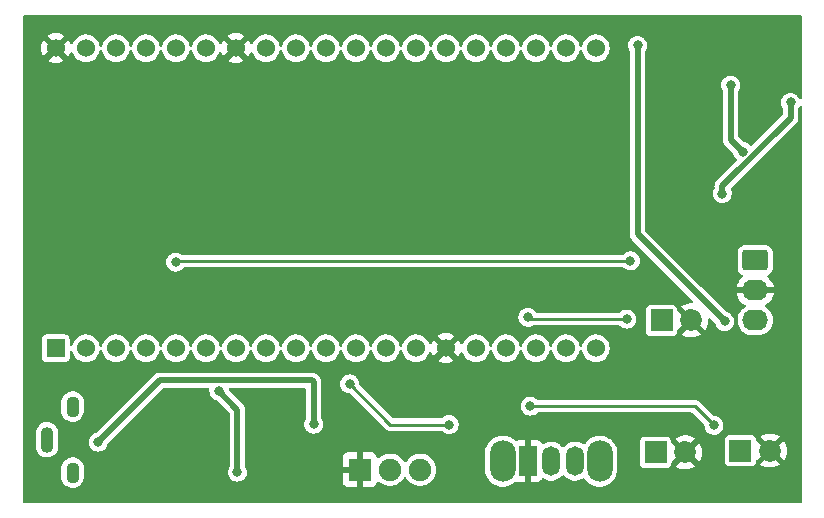
<source format=gbr>
G04 #@! TF.GenerationSoftware,KiCad,Pcbnew,(6.0.4)*
G04 #@! TF.CreationDate,2022-04-15T18:01:26-05:00*
G04 #@! TF.ProjectId,antiprocrastinator_device,616e7469-7072-46f6-9372-617374696e61,rev?*
G04 #@! TF.SameCoordinates,Original*
G04 #@! TF.FileFunction,Copper,L2,Bot*
G04 #@! TF.FilePolarity,Positive*
%FSLAX46Y46*%
G04 Gerber Fmt 4.6, Leading zero omitted, Abs format (unit mm)*
G04 Created by KiCad (PCBNEW (6.0.4)) date 2022-04-15 18:01:26*
%MOMM*%
%LPD*%
G01*
G04 APERTURE LIST*
G04 Aperture macros list*
%AMRoundRect*
0 Rectangle with rounded corners*
0 $1 Rounding radius*
0 $2 $3 $4 $5 $6 $7 $8 $9 X,Y pos of 4 corners*
0 Add a 4 corners polygon primitive as box body*
4,1,4,$2,$3,$4,$5,$6,$7,$8,$9,$2,$3,0*
0 Add four circle primitives for the rounded corners*
1,1,$1+$1,$2,$3*
1,1,$1+$1,$4,$5*
1,1,$1+$1,$6,$7*
1,1,$1+$1,$8,$9*
0 Add four rect primitives between the rounded corners*
20,1,$1+$1,$2,$3,$4,$5,0*
20,1,$1+$1,$4,$5,$6,$7,0*
20,1,$1+$1,$6,$7,$8,$9,0*
20,1,$1+$1,$8,$9,$2,$3,0*%
G04 Aperture macros list end*
G04 #@! TA.AperFunction,ComponentPad*
%ADD10R,1.850000X1.850000*%
G04 #@! TD*
G04 #@! TA.AperFunction,ComponentPad*
%ADD11C,1.850000*%
G04 #@! TD*
G04 #@! TA.AperFunction,ComponentPad*
%ADD12O,1.100000X1.800000*%
G04 #@! TD*
G04 #@! TA.AperFunction,ComponentPad*
%ADD13O,1.100000X2.200000*%
G04 #@! TD*
G04 #@! TA.AperFunction,ComponentPad*
%ADD14O,2.200000X3.500000*%
G04 #@! TD*
G04 #@! TA.AperFunction,ComponentPad*
%ADD15R,1.500000X2.500000*%
G04 #@! TD*
G04 #@! TA.AperFunction,ComponentPad*
%ADD16O,1.500000X2.500000*%
G04 #@! TD*
G04 #@! TA.AperFunction,ComponentPad*
%ADD17RoundRect,0.250000X-0.845000X0.620000X-0.845000X-0.620000X0.845000X-0.620000X0.845000X0.620000X0*%
G04 #@! TD*
G04 #@! TA.AperFunction,ComponentPad*
%ADD18O,2.190000X1.740000*%
G04 #@! TD*
G04 #@! TA.AperFunction,ComponentPad*
%ADD19R,1.530000X1.530000*%
G04 #@! TD*
G04 #@! TA.AperFunction,ComponentPad*
%ADD20C,1.530000*%
G04 #@! TD*
G04 #@! TA.AperFunction,ComponentPad*
%ADD21R,1.910000X1.910000*%
G04 #@! TD*
G04 #@! TA.AperFunction,ComponentPad*
%ADD22C,1.910000*%
G04 #@! TD*
G04 #@! TA.AperFunction,ViaPad*
%ADD23C,0.800000*%
G04 #@! TD*
G04 #@! TA.AperFunction,Conductor*
%ADD24C,0.254000*%
G04 #@! TD*
G04 #@! TA.AperFunction,Conductor*
%ADD25C,0.508000*%
G04 #@! TD*
G04 APERTURE END LIST*
D10*
X124449400Y-64724000D03*
D11*
X126949400Y-64724000D03*
D12*
X74582600Y-77628400D03*
X74582600Y-72028400D03*
D13*
X72432600Y-74828400D03*
D14*
X111012800Y-76649900D03*
X119212800Y-76649900D03*
D15*
X113112800Y-76649900D03*
D16*
X115112800Y-76649900D03*
X117112800Y-76649900D03*
D17*
X132384800Y-59639200D03*
D18*
X132384800Y-62179200D03*
X132384800Y-64719200D03*
D10*
X123952000Y-75895200D03*
D11*
X126452000Y-75895200D03*
D19*
X73170400Y-67088300D03*
D20*
X75710400Y-67088300D03*
X78250400Y-67088300D03*
X80790400Y-67088300D03*
X83330400Y-67088300D03*
X85870400Y-67088300D03*
X88410400Y-67088300D03*
X90950400Y-67088300D03*
X93490400Y-67088300D03*
X96030400Y-67088300D03*
X98570400Y-67088300D03*
X101110400Y-67088300D03*
X103650400Y-67088300D03*
X106190400Y-67088300D03*
X108730400Y-67088300D03*
X111270400Y-67088300D03*
X113810400Y-67088300D03*
X116350400Y-67088300D03*
X118890400Y-67088300D03*
X118890400Y-41688300D03*
X116350400Y-41688300D03*
X113810400Y-41688300D03*
X111270400Y-41688300D03*
X108730400Y-41688300D03*
X106190400Y-41688300D03*
X103650400Y-41688300D03*
X101110400Y-41688300D03*
X98570400Y-41688300D03*
X96030400Y-41688300D03*
X93490400Y-41688300D03*
X90950400Y-41688300D03*
X88410400Y-41688300D03*
X85870400Y-41688300D03*
X83330400Y-41688300D03*
X80790400Y-41688300D03*
X78250400Y-41688300D03*
X75710400Y-41688300D03*
X73170400Y-41688300D03*
D21*
X98907600Y-77368400D03*
D22*
X101457600Y-77368400D03*
X104007600Y-77368400D03*
D10*
X131134800Y-75747600D03*
D11*
X133634800Y-75747600D03*
D23*
X134518400Y-69850000D03*
X84937600Y-71272400D03*
X108305600Y-74574400D03*
X132130800Y-46380400D03*
X79349600Y-69850000D03*
X89255600Y-64770000D03*
X113588800Y-51054000D03*
X73355200Y-64008000D03*
X87376000Y-55829200D03*
X82804000Y-76200000D03*
X103682800Y-45212000D03*
X102108000Y-71831200D03*
X82753200Y-73253600D03*
X76657200Y-77724000D03*
X99771200Y-64820800D03*
X78587600Y-59944000D03*
X128879600Y-76504800D03*
X129641600Y-50698400D03*
X108305600Y-77216000D03*
X128981200Y-69850000D03*
X103124000Y-69799200D03*
X73304400Y-56032400D03*
X94843600Y-77165200D03*
X94081600Y-57302400D03*
X76606400Y-69850000D03*
X78587600Y-64058800D03*
X113487200Y-45313600D03*
X118008400Y-62026800D03*
X108153200Y-69596000D03*
X133400800Y-56642000D03*
X124104400Y-46532800D03*
X124917200Y-53492400D03*
X135534400Y-43180000D03*
X135585200Y-39674800D03*
X117652800Y-70053200D03*
X94030800Y-45262800D03*
X94386400Y-64719200D03*
X117144800Y-73355200D03*
X78536800Y-56083200D03*
X113233200Y-69596000D03*
X121158000Y-73406000D03*
X73253600Y-59944000D03*
X103733600Y-57404000D03*
X128828800Y-78790800D03*
X103733600Y-50952400D03*
X128930400Y-56591200D03*
X124104400Y-56591200D03*
X123139200Y-69900800D03*
X135229600Y-50139600D03*
X124815600Y-43129200D03*
X113487200Y-57302400D03*
X93980000Y-50952400D03*
X124866400Y-39725600D03*
X121513600Y-64617600D03*
X113131600Y-64465200D03*
X94996000Y-73507600D03*
X76758800Y-75031600D03*
X98044000Y-70104000D03*
X106476800Y-73558400D03*
X83312000Y-59791600D03*
X121818400Y-59690000D03*
X88544400Y-77571600D03*
X86969600Y-70713600D03*
X113334800Y-71983600D03*
X128879600Y-73609200D03*
X129794000Y-64820800D03*
X122428000Y-41452800D03*
X130302000Y-44805600D03*
X131318000Y-50444400D03*
X129590800Y-54000400D03*
X135382000Y-46278800D03*
D24*
X113284000Y-64617600D02*
X113131600Y-64465200D01*
X121513600Y-64617600D02*
X113284000Y-64617600D01*
D25*
X76758800Y-75031600D02*
X81991200Y-69799200D01*
X81991200Y-69799200D02*
X94843600Y-69799200D01*
X94843600Y-69799200D02*
X94996000Y-69951600D01*
X94996000Y-69951600D02*
X94996000Y-73507600D01*
D24*
X106476800Y-73558400D02*
X101498400Y-73558400D01*
X101498400Y-73558400D02*
X98044000Y-70104000D01*
X121818400Y-59690000D02*
X83413600Y-59690000D01*
X83413600Y-59690000D02*
X83312000Y-59791600D01*
D25*
X86969600Y-70713600D02*
X88544400Y-72288400D01*
X88544400Y-72288400D02*
X88544400Y-77571600D01*
D24*
X127254000Y-71983600D02*
X113334800Y-71983600D01*
X128879600Y-73609200D02*
X127254000Y-71983600D01*
D25*
X122428000Y-41452800D02*
X122428000Y-57454800D01*
X122428000Y-57454800D02*
X129794000Y-64820800D01*
X130302000Y-49428400D02*
X131318000Y-50444400D01*
X130302000Y-44805600D02*
X130302000Y-49428400D01*
X129590800Y-53378648D02*
X129590800Y-54000400D01*
X135382000Y-46278800D02*
X135382000Y-47587448D01*
X135382000Y-47587448D02*
X129590800Y-53378648D01*
G04 #@! TA.AperFunction,Conductor*
G36*
X136289321Y-38932802D02*
G01*
X136335814Y-38986458D01*
X136347200Y-39038800D01*
X136347200Y-45876190D01*
X136327198Y-45944311D01*
X136273542Y-45990804D01*
X136203268Y-46000908D01*
X136138688Y-45971414D01*
X136109193Y-45932760D01*
X136108485Y-45930727D01*
X136013316Y-45778425D01*
X135949771Y-45714435D01*
X135891733Y-45655990D01*
X135891729Y-45655987D01*
X135886770Y-45650993D01*
X135875761Y-45644006D01*
X135828860Y-45614242D01*
X135735136Y-45554763D01*
X135705352Y-45544157D01*
X135572586Y-45496881D01*
X135572581Y-45496880D01*
X135565951Y-45494519D01*
X135558965Y-45493686D01*
X135558961Y-45493685D01*
X135431177Y-45478448D01*
X135387624Y-45473255D01*
X135380621Y-45473991D01*
X135380620Y-45473991D01*
X135216025Y-45491290D01*
X135216021Y-45491291D01*
X135209017Y-45492027D01*
X135202346Y-45494298D01*
X135045677Y-45547632D01*
X135045674Y-45547633D01*
X135039007Y-45549903D01*
X135033009Y-45553593D01*
X135033007Y-45553594D01*
X134962526Y-45596954D01*
X134886045Y-45644006D01*
X134881014Y-45648932D01*
X134881011Y-45648935D01*
X134873807Y-45655990D01*
X134757732Y-45769659D01*
X134753913Y-45775584D01*
X134753912Y-45775586D01*
X134689077Y-45876190D01*
X134660446Y-45920617D01*
X134658037Y-45927237D01*
X134658035Y-45927240D01*
X134656766Y-45930727D01*
X134599022Y-46089378D01*
X134576514Y-46267553D01*
X134577201Y-46274560D01*
X134577201Y-46274563D01*
X134579822Y-46301293D01*
X134594039Y-46446286D01*
X134596262Y-46452968D01*
X134596262Y-46452969D01*
X134604967Y-46479136D01*
X134650726Y-46616696D01*
X134654373Y-46622718D01*
X134709276Y-46713374D01*
X134727500Y-46778645D01*
X134727500Y-47264156D01*
X134707498Y-47332277D01*
X134690595Y-47353251D01*
X132113713Y-49930133D01*
X132051401Y-49964159D01*
X131980586Y-49959094D01*
X131935212Y-49929822D01*
X131827733Y-49821590D01*
X131827729Y-49821587D01*
X131822770Y-49816593D01*
X131671136Y-49720363D01*
X131501951Y-49660119D01*
X131494952Y-49659284D01*
X131488095Y-49657676D01*
X131488504Y-49655931D01*
X131431606Y-49631591D01*
X131422698Y-49623495D01*
X130993405Y-49194202D01*
X130959379Y-49131890D01*
X130956500Y-49105107D01*
X130956500Y-45305155D01*
X130977552Y-45235428D01*
X131014582Y-45179693D01*
X131018483Y-45173822D01*
X131033168Y-45135164D01*
X131079757Y-45012519D01*
X131079758Y-45012514D01*
X131082257Y-45005936D01*
X131107251Y-44828093D01*
X131107565Y-44805600D01*
X131087546Y-44627128D01*
X131081427Y-44609555D01*
X131030803Y-44464184D01*
X131028485Y-44457527D01*
X130933316Y-44305225D01*
X130869771Y-44241235D01*
X130811733Y-44182790D01*
X130811729Y-44182787D01*
X130806770Y-44177793D01*
X130795761Y-44170806D01*
X130748860Y-44141042D01*
X130655136Y-44081563D01*
X130625352Y-44070957D01*
X130492586Y-44023681D01*
X130492581Y-44023680D01*
X130485951Y-44021319D01*
X130478965Y-44020486D01*
X130478961Y-44020485D01*
X130351177Y-44005248D01*
X130307624Y-44000055D01*
X130300621Y-44000791D01*
X130300620Y-44000791D01*
X130136025Y-44018090D01*
X130136021Y-44018091D01*
X130129017Y-44018827D01*
X130122346Y-44021098D01*
X129965677Y-44074432D01*
X129965674Y-44074433D01*
X129959007Y-44076703D01*
X129953009Y-44080393D01*
X129953007Y-44080394D01*
X129882526Y-44123755D01*
X129806045Y-44170806D01*
X129801014Y-44175732D01*
X129801011Y-44175735D01*
X129793807Y-44182790D01*
X129677732Y-44296459D01*
X129673913Y-44302384D01*
X129673912Y-44302386D01*
X129584265Y-44441491D01*
X129580446Y-44447417D01*
X129519022Y-44616178D01*
X129496514Y-44794353D01*
X129497201Y-44801360D01*
X129497201Y-44801363D01*
X129498005Y-44809563D01*
X129514039Y-44973086D01*
X129516262Y-44979768D01*
X129516262Y-44979769D01*
X129524967Y-45005936D01*
X129570726Y-45143496D01*
X129574373Y-45149518D01*
X129629276Y-45240174D01*
X129647500Y-45305445D01*
X129647500Y-49346879D01*
X129646947Y-49358620D01*
X129645226Y-49366317D01*
X129645475Y-49374243D01*
X129645475Y-49374244D01*
X129647438Y-49436707D01*
X129647500Y-49440665D01*
X129647500Y-49469578D01*
X129647995Y-49473497D01*
X129647995Y-49473499D01*
X129648049Y-49473925D01*
X129648978Y-49485739D01*
X129650420Y-49531600D01*
X129652631Y-49539210D01*
X129656351Y-49552015D01*
X129660360Y-49571373D01*
X129663024Y-49592461D01*
X129665943Y-49599833D01*
X129665943Y-49599834D01*
X129679910Y-49635112D01*
X129683755Y-49646341D01*
X129696555Y-49690399D01*
X129700592Y-49697225D01*
X129707377Y-49708698D01*
X129716072Y-49726445D01*
X129723899Y-49746214D01*
X129750861Y-49783324D01*
X129757378Y-49793246D01*
X129776693Y-49825906D01*
X129776696Y-49825910D01*
X129780733Y-49832736D01*
X129795762Y-49847765D01*
X129808602Y-49862798D01*
X129821098Y-49879997D01*
X129856462Y-49909252D01*
X129865228Y-49917231D01*
X130496610Y-50548613D01*
X130529835Y-50609803D01*
X130530039Y-50611886D01*
X130586726Y-50782296D01*
X130679759Y-50935912D01*
X130684648Y-50940975D01*
X130684649Y-50940976D01*
X130804098Y-51064668D01*
X130837030Y-51127564D01*
X130830730Y-51198281D01*
X130802556Y-51241290D01*
X129185652Y-52858193D01*
X129176948Y-52866113D01*
X129170290Y-52870339D01*
X129164865Y-52876116D01*
X129122073Y-52921685D01*
X129119318Y-52924527D01*
X129098881Y-52944964D01*
X129096202Y-52948418D01*
X129088494Y-52957443D01*
X129057090Y-52990885D01*
X129053273Y-52997828D01*
X129046851Y-53009510D01*
X129035998Y-53026032D01*
X129022967Y-53042832D01*
X129019818Y-53050110D01*
X129004748Y-53084934D01*
X128999526Y-53095594D01*
X128977425Y-53135795D01*
X128972137Y-53156390D01*
X128965740Y-53175076D01*
X128957292Y-53194597D01*
X128956052Y-53202427D01*
X128956051Y-53202430D01*
X128950115Y-53239914D01*
X128947710Y-53251527D01*
X128936300Y-53295965D01*
X128936300Y-53317222D01*
X128934749Y-53336932D01*
X128931424Y-53357926D01*
X128932170Y-53365818D01*
X128935741Y-53403596D01*
X128936300Y-53415453D01*
X128936300Y-53501087D01*
X128916212Y-53569341D01*
X128869246Y-53642217D01*
X128807822Y-53810978D01*
X128785314Y-53989153D01*
X128786001Y-53996160D01*
X128786001Y-53996163D01*
X128786805Y-54004363D01*
X128802839Y-54167886D01*
X128805062Y-54174568D01*
X128805062Y-54174569D01*
X128813767Y-54200736D01*
X128859526Y-54338296D01*
X128952559Y-54491912D01*
X129077314Y-54621099D01*
X129227589Y-54719436D01*
X129395916Y-54782036D01*
X129402897Y-54782967D01*
X129402899Y-54782968D01*
X129566949Y-54804857D01*
X129566953Y-54804857D01*
X129573930Y-54805788D01*
X129580942Y-54805150D01*
X129580946Y-54805150D01*
X129745760Y-54790151D01*
X129745761Y-54790151D01*
X129752781Y-54789512D01*
X129923582Y-54734015D01*
X129954514Y-54715576D01*
X130071792Y-54645665D01*
X130071794Y-54645664D01*
X130077844Y-54642057D01*
X130207899Y-54518207D01*
X130225370Y-54491912D01*
X130303382Y-54374493D01*
X130307283Y-54368622D01*
X130321968Y-54329964D01*
X130368557Y-54207319D01*
X130368558Y-54207314D01*
X130371057Y-54200736D01*
X130396051Y-54022893D01*
X130396365Y-54000400D01*
X130376346Y-53821928D01*
X130324019Y-53671664D01*
X130320506Y-53600757D01*
X130353916Y-53541135D01*
X135787148Y-48107903D01*
X135795852Y-48099983D01*
X135802510Y-48095757D01*
X135850728Y-48044410D01*
X135853482Y-48041569D01*
X135873919Y-48021132D01*
X135876601Y-48017674D01*
X135884307Y-48008652D01*
X135910282Y-47980991D01*
X135915710Y-47975211D01*
X135925951Y-47956582D01*
X135936800Y-47940064D01*
X135949833Y-47923263D01*
X135968054Y-47881157D01*
X135973269Y-47870512D01*
X135995375Y-47830301D01*
X136000660Y-47809717D01*
X136007066Y-47791005D01*
X136012362Y-47778769D01*
X136012363Y-47778765D01*
X136015508Y-47771498D01*
X136022685Y-47726183D01*
X136025093Y-47714557D01*
X136034529Y-47677808D01*
X136034529Y-47677807D01*
X136036500Y-47670131D01*
X136036500Y-47648879D01*
X136038051Y-47629168D01*
X136040137Y-47615998D01*
X136041377Y-47608169D01*
X136037059Y-47562487D01*
X136036500Y-47550632D01*
X136036500Y-46778355D01*
X136057552Y-46708628D01*
X136094582Y-46652893D01*
X136098483Y-46647022D01*
X136100984Y-46640437D01*
X136100987Y-46640432D01*
X136103412Y-46634047D01*
X136146300Y-46577469D01*
X136212968Y-46553059D01*
X136282250Y-46568568D01*
X136332149Y-46619072D01*
X136347200Y-46678790D01*
X136347200Y-80036400D01*
X136327198Y-80104521D01*
X136273542Y-80151014D01*
X136221200Y-80162400D01*
X70484000Y-80162400D01*
X70415879Y-80142398D01*
X70369386Y-80088742D01*
X70358000Y-80036400D01*
X70358000Y-78026659D01*
X73632100Y-78026659D01*
X73646712Y-78170510D01*
X73704456Y-78354773D01*
X73798072Y-78523661D01*
X73923736Y-78670275D01*
X73928778Y-78674186D01*
X73928779Y-78674187D01*
X74071265Y-78784711D01*
X74071268Y-78784713D01*
X74076314Y-78788627D01*
X74249574Y-78873881D01*
X74255744Y-78875488D01*
X74255749Y-78875490D01*
X74430255Y-78920945D01*
X74430258Y-78920945D01*
X74436437Y-78922555D01*
X74519803Y-78926924D01*
X74622890Y-78932327D01*
X74622894Y-78932327D01*
X74629271Y-78932661D01*
X74820199Y-78903786D01*
X74826195Y-78901580D01*
X74995432Y-78839314D01*
X74995436Y-78839312D01*
X75001421Y-78837110D01*
X75165534Y-78735355D01*
X75305835Y-78602679D01*
X75309906Y-78596866D01*
X75412927Y-78449735D01*
X75412928Y-78449734D01*
X75416591Y-78444502D01*
X75483175Y-78290636D01*
X75490746Y-78273141D01*
X75490746Y-78273140D01*
X75493280Y-78267285D01*
X75505582Y-78208399D01*
X75531777Y-78083012D01*
X75531777Y-78083008D01*
X75532768Y-78078267D01*
X75533100Y-78071932D01*
X75533100Y-77230141D01*
X75520748Y-77108535D01*
X75519133Y-77092639D01*
X75519133Y-77092638D01*
X75518488Y-77086290D01*
X75460744Y-76902027D01*
X75367128Y-76733139D01*
X75241464Y-76586525D01*
X75190456Y-76546959D01*
X75093935Y-76472089D01*
X75093932Y-76472087D01*
X75088886Y-76468173D01*
X74915626Y-76382919D01*
X74909456Y-76381312D01*
X74909451Y-76381310D01*
X74734945Y-76335855D01*
X74734942Y-76335855D01*
X74728763Y-76334245D01*
X74645397Y-76329876D01*
X74542310Y-76324473D01*
X74542306Y-76324473D01*
X74535929Y-76324139D01*
X74345001Y-76353014D01*
X74339006Y-76355220D01*
X74339005Y-76355220D01*
X74169768Y-76417486D01*
X74169764Y-76417488D01*
X74163779Y-76419690D01*
X73999666Y-76521445D01*
X73972686Y-76546959D01*
X73883664Y-76631143D01*
X73859365Y-76654121D01*
X73855703Y-76659351D01*
X73855702Y-76659352D01*
X73765548Y-76788106D01*
X73748609Y-76812298D01*
X73671920Y-76989515D01*
X73670615Y-76995762D01*
X73639176Y-77146253D01*
X73632432Y-77178533D01*
X73632100Y-77184868D01*
X73632100Y-78026659D01*
X70358000Y-78026659D01*
X70358000Y-75426659D01*
X71482100Y-75426659D01*
X71496712Y-75570510D01*
X71554456Y-75754773D01*
X71648072Y-75923661D01*
X71773736Y-76070275D01*
X71778778Y-76074186D01*
X71778779Y-76074187D01*
X71921265Y-76184711D01*
X71921268Y-76184713D01*
X71926314Y-76188627D01*
X72099574Y-76273881D01*
X72105744Y-76275488D01*
X72105749Y-76275490D01*
X72280255Y-76320945D01*
X72280258Y-76320945D01*
X72286437Y-76322555D01*
X72369803Y-76326924D01*
X72472890Y-76332327D01*
X72472894Y-76332327D01*
X72479271Y-76332661D01*
X72670199Y-76303786D01*
X72691921Y-76295794D01*
X72845432Y-76239314D01*
X72845436Y-76239312D01*
X72851421Y-76237110D01*
X73015534Y-76135355D01*
X73155835Y-76002679D01*
X73179583Y-75968764D01*
X73262927Y-75849735D01*
X73262928Y-75849734D01*
X73266591Y-75844502D01*
X73343280Y-75667285D01*
X73362225Y-75576601D01*
X73381777Y-75483012D01*
X73381777Y-75483008D01*
X73382768Y-75478267D01*
X73383100Y-75471932D01*
X73383100Y-75020353D01*
X75953314Y-75020353D01*
X75954001Y-75027360D01*
X75954001Y-75027363D01*
X75958461Y-75072851D01*
X75970839Y-75199086D01*
X75973062Y-75205768D01*
X75973062Y-75205769D01*
X75988415Y-75251921D01*
X76027526Y-75369496D01*
X76031173Y-75375518D01*
X76096274Y-75483012D01*
X76120559Y-75523112D01*
X76125448Y-75528175D01*
X76125449Y-75528176D01*
X76140282Y-75543536D01*
X76245314Y-75652299D01*
X76395589Y-75750636D01*
X76563916Y-75813236D01*
X76570897Y-75814167D01*
X76570899Y-75814168D01*
X76734949Y-75836057D01*
X76734953Y-75836057D01*
X76741930Y-75836988D01*
X76748942Y-75836350D01*
X76748946Y-75836350D01*
X76913760Y-75821351D01*
X76913761Y-75821351D01*
X76920781Y-75820712D01*
X77091582Y-75765215D01*
X77111919Y-75753092D01*
X77239792Y-75676865D01*
X77239794Y-75676864D01*
X77245844Y-75673257D01*
X77375899Y-75549407D01*
X77393326Y-75523178D01*
X77446744Y-75442777D01*
X77475283Y-75399822D01*
X77493924Y-75350750D01*
X77536557Y-75238519D01*
X77536558Y-75238514D01*
X77539057Y-75231936D01*
X77541947Y-75211376D01*
X77542182Y-75209701D01*
X77571470Y-75145027D01*
X77577861Y-75138142D01*
X82225398Y-70490605D01*
X82287710Y-70456579D01*
X82314493Y-70453700D01*
X86052606Y-70453700D01*
X86120727Y-70473702D01*
X86167220Y-70527358D01*
X86177613Y-70595491D01*
X86176971Y-70600576D01*
X86164114Y-70702353D01*
X86181639Y-70881086D01*
X86238326Y-71051496D01*
X86241973Y-71057518D01*
X86327346Y-71198485D01*
X86331359Y-71205112D01*
X86336248Y-71210175D01*
X86336249Y-71210176D01*
X86379249Y-71254703D01*
X86456114Y-71334299D01*
X86606389Y-71432636D01*
X86612993Y-71435092D01*
X86768114Y-71492781D01*
X86768116Y-71492782D01*
X86774716Y-71495236D01*
X86791204Y-71497436D01*
X86856080Y-71526274D01*
X86863631Y-71533234D01*
X87852995Y-72522598D01*
X87887021Y-72584910D01*
X87889900Y-72611693D01*
X87889900Y-77072287D01*
X87869812Y-77140541D01*
X87822846Y-77213417D01*
X87820437Y-77220037D01*
X87820435Y-77220040D01*
X87800733Y-77274172D01*
X87761422Y-77382178D01*
X87738914Y-77560353D01*
X87739601Y-77567360D01*
X87739601Y-77567363D01*
X87745573Y-77628265D01*
X87756439Y-77739086D01*
X87758662Y-77745768D01*
X87758662Y-77745769D01*
X87799481Y-77868476D01*
X87813126Y-77909496D01*
X87816773Y-77915518D01*
X87896934Y-78047879D01*
X87906159Y-78063112D01*
X87911048Y-78068175D01*
X87911049Y-78068176D01*
X87966738Y-78125843D01*
X88030914Y-78192299D01*
X88181189Y-78290636D01*
X88349516Y-78353236D01*
X88356497Y-78354167D01*
X88356499Y-78354168D01*
X88520549Y-78376057D01*
X88520553Y-78376057D01*
X88527530Y-78376988D01*
X88534542Y-78376350D01*
X88534546Y-78376350D01*
X88625540Y-78368069D01*
X97444601Y-78368069D01*
X97444971Y-78374890D01*
X97450495Y-78425752D01*
X97454121Y-78441004D01*
X97499276Y-78561454D01*
X97507814Y-78577049D01*
X97584315Y-78679124D01*
X97596876Y-78691685D01*
X97698951Y-78768186D01*
X97714546Y-78776724D01*
X97834994Y-78821878D01*
X97850249Y-78825505D01*
X97901114Y-78831031D01*
X97907928Y-78831400D01*
X98635485Y-78831400D01*
X98650724Y-78826925D01*
X98651929Y-78825535D01*
X98653600Y-78817852D01*
X98653600Y-78813284D01*
X99161600Y-78813284D01*
X99166075Y-78828523D01*
X99167465Y-78829728D01*
X99175148Y-78831399D01*
X99907269Y-78831399D01*
X99914090Y-78831029D01*
X99964952Y-78825505D01*
X99980204Y-78821879D01*
X100100654Y-78776724D01*
X100116249Y-78768186D01*
X100218324Y-78691685D01*
X100230885Y-78679124D01*
X100307386Y-78577049D01*
X100315924Y-78561454D01*
X100362112Y-78438250D01*
X100404754Y-78381485D01*
X100471316Y-78356786D01*
X100540665Y-78371994D01*
X100560579Y-78385536D01*
X100677452Y-78482566D01*
X100681904Y-78485168D01*
X100681909Y-78485171D01*
X100865442Y-78592419D01*
X100869900Y-78595024D01*
X101078131Y-78674540D01*
X101083197Y-78675571D01*
X101083198Y-78675571D01*
X101100662Y-78679124D01*
X101296553Y-78718978D01*
X101421977Y-78723577D01*
X101514136Y-78726957D01*
X101514140Y-78726957D01*
X101519300Y-78727146D01*
X101524420Y-78726490D01*
X101524422Y-78726490D01*
X101592045Y-78717827D01*
X101740390Y-78698824D01*
X101745341Y-78697339D01*
X101745344Y-78697338D01*
X101948936Y-78636257D01*
X101948935Y-78636257D01*
X101953886Y-78634772D01*
X102154053Y-78536711D01*
X102172349Y-78523661D01*
X102331314Y-78410272D01*
X102335517Y-78407274D01*
X102339380Y-78403425D01*
X102475995Y-78267285D01*
X102493403Y-78249938D01*
X102623473Y-78068927D01*
X102625764Y-78064291D01*
X102626960Y-78062301D01*
X102679190Y-78014212D01*
X102749128Y-78001996D01*
X102814568Y-78029530D01*
X102842395Y-78061362D01*
X102910016Y-78171710D01*
X103055956Y-78340187D01*
X103059931Y-78343487D01*
X103059934Y-78343490D01*
X103110579Y-78385536D01*
X103227452Y-78482566D01*
X103231904Y-78485168D01*
X103231909Y-78485171D01*
X103415442Y-78592419D01*
X103419900Y-78595024D01*
X103628131Y-78674540D01*
X103633197Y-78675571D01*
X103633198Y-78675571D01*
X103650662Y-78679124D01*
X103846553Y-78718978D01*
X103971977Y-78723577D01*
X104064136Y-78726957D01*
X104064140Y-78726957D01*
X104069300Y-78727146D01*
X104074420Y-78726490D01*
X104074422Y-78726490D01*
X104142045Y-78717827D01*
X104290390Y-78698824D01*
X104295341Y-78697339D01*
X104295344Y-78697338D01*
X104498936Y-78636257D01*
X104498935Y-78636257D01*
X104503886Y-78634772D01*
X104704053Y-78536711D01*
X104722349Y-78523661D01*
X104881314Y-78410272D01*
X104885517Y-78407274D01*
X104889380Y-78403425D01*
X105025995Y-78267285D01*
X105043403Y-78249938D01*
X105173473Y-78068927D01*
X105245578Y-77923033D01*
X105269938Y-77873745D01*
X105269939Y-77873743D01*
X105272232Y-77869103D01*
X105337028Y-77655833D01*
X105339646Y-77635948D01*
X105365685Y-77438165D01*
X105365686Y-77438158D01*
X105366122Y-77434843D01*
X105367142Y-77393128D01*
X105367664Y-77371764D01*
X105367664Y-77371760D01*
X105367746Y-77368400D01*
X105367257Y-77362454D01*
X109512300Y-77362454D01*
X109512512Y-77365027D01*
X109512512Y-77365038D01*
X109526951Y-77540660D01*
X109526952Y-77540666D01*
X109527375Y-77545811D01*
X109587484Y-77785117D01*
X109685872Y-78011393D01*
X109819895Y-78218561D01*
X109823375Y-78222386D01*
X109823377Y-78222388D01*
X109848446Y-78249938D01*
X109985954Y-78401058D01*
X109990005Y-78404257D01*
X109990009Y-78404261D01*
X110175536Y-78550781D01*
X110175541Y-78550784D01*
X110179590Y-78553982D01*
X110184106Y-78556475D01*
X110184109Y-78556477D01*
X110391078Y-78670730D01*
X110391082Y-78670732D01*
X110395602Y-78673227D01*
X110400471Y-78674951D01*
X110400475Y-78674953D01*
X110623315Y-78753865D01*
X110623319Y-78753866D01*
X110628190Y-78755591D01*
X110633283Y-78756498D01*
X110633286Y-78756499D01*
X110866017Y-78797955D01*
X110866023Y-78797956D01*
X110871106Y-78798861D01*
X110950476Y-78799831D01*
X111112658Y-78801812D01*
X111112660Y-78801812D01*
X111117828Y-78801875D01*
X111361730Y-78764553D01*
X111596260Y-78687897D01*
X111815121Y-78573965D01*
X111819254Y-78570862D01*
X111819257Y-78570860D01*
X112008301Y-78428922D01*
X112008304Y-78428920D01*
X112012436Y-78425817D01*
X112016003Y-78422084D01*
X112016009Y-78422079D01*
X112035679Y-78401495D01*
X112097203Y-78366066D01*
X112171001Y-78370565D01*
X112245191Y-78398378D01*
X112260449Y-78402005D01*
X112311314Y-78407531D01*
X112318128Y-78407900D01*
X112840685Y-78407900D01*
X112855924Y-78403425D01*
X112857129Y-78402035D01*
X112858800Y-78394352D01*
X112858800Y-78389784D01*
X113366800Y-78389784D01*
X113371275Y-78405023D01*
X113372665Y-78406228D01*
X113380348Y-78407899D01*
X113907469Y-78407899D01*
X113914290Y-78407529D01*
X113965152Y-78402005D01*
X113980404Y-78398379D01*
X114100854Y-78353224D01*
X114116449Y-78344686D01*
X114218524Y-78268185D01*
X114231085Y-78255624D01*
X114312972Y-78146362D01*
X114315358Y-78148150D01*
X114354986Y-78108595D01*
X114424374Y-78093568D01*
X114482505Y-78112677D01*
X114588246Y-78179395D01*
X114784640Y-78257748D01*
X114790297Y-78258873D01*
X114790303Y-78258875D01*
X114986358Y-78297872D01*
X114986360Y-78297872D01*
X114992025Y-78298999D01*
X114997800Y-78299075D01*
X114997804Y-78299075D01*
X115103824Y-78300463D01*
X115203454Y-78301767D01*
X115219121Y-78299075D01*
X115406150Y-78266938D01*
X115406151Y-78266938D01*
X115411847Y-78265959D01*
X115610225Y-78192773D01*
X115629116Y-78181534D01*
X115786979Y-78087616D01*
X115786980Y-78087615D01*
X115791944Y-78084662D01*
X115950919Y-77945245D01*
X115954490Y-77940716D01*
X115954495Y-77940710D01*
X116013501Y-77865860D01*
X116071381Y-77824746D01*
X116142301Y-77821452D01*
X116203744Y-77857023D01*
X116213409Y-77868476D01*
X116217344Y-77873745D01*
X116254149Y-77923033D01*
X116339571Y-78001996D01*
X116403793Y-78061362D01*
X116409419Y-78066563D01*
X116588246Y-78179395D01*
X116784640Y-78257748D01*
X116790297Y-78258873D01*
X116790303Y-78258875D01*
X116986358Y-78297872D01*
X116986360Y-78297872D01*
X116992025Y-78298999D01*
X116997800Y-78299075D01*
X116997804Y-78299075D01*
X117103824Y-78300463D01*
X117203454Y-78301767D01*
X117219121Y-78299075D01*
X117406150Y-78266938D01*
X117406151Y-78266938D01*
X117411847Y-78265959D01*
X117610225Y-78192773D01*
X117632712Y-78179395D01*
X117688235Y-78146362D01*
X117789699Y-78085998D01*
X117858468Y-78068358D01*
X117925859Y-78090699D01*
X117959913Y-78125843D01*
X118019895Y-78218561D01*
X118023375Y-78222386D01*
X118023377Y-78222388D01*
X118048446Y-78249938D01*
X118185954Y-78401058D01*
X118190005Y-78404257D01*
X118190009Y-78404261D01*
X118375536Y-78550781D01*
X118375541Y-78550784D01*
X118379590Y-78553982D01*
X118384106Y-78556475D01*
X118384109Y-78556477D01*
X118591078Y-78670730D01*
X118591082Y-78670732D01*
X118595602Y-78673227D01*
X118600471Y-78674951D01*
X118600475Y-78674953D01*
X118823315Y-78753865D01*
X118823319Y-78753866D01*
X118828190Y-78755591D01*
X118833283Y-78756498D01*
X118833286Y-78756499D01*
X119066017Y-78797955D01*
X119066023Y-78797956D01*
X119071106Y-78798861D01*
X119150476Y-78799831D01*
X119312658Y-78801812D01*
X119312660Y-78801812D01*
X119317828Y-78801875D01*
X119561730Y-78764553D01*
X119796260Y-78687897D01*
X120015121Y-78573965D01*
X120019254Y-78570862D01*
X120019257Y-78570860D01*
X120208301Y-78428922D01*
X120208304Y-78428920D01*
X120212436Y-78425817D01*
X120325605Y-78307392D01*
X120379333Y-78251169D01*
X120379334Y-78251168D01*
X120382904Y-78247432D01*
X120402599Y-78218561D01*
X120506285Y-78066563D01*
X120521949Y-78043600D01*
X120580061Y-77918409D01*
X120623656Y-77824491D01*
X120623657Y-77824487D01*
X120625835Y-77819796D01*
X120691774Y-77582029D01*
X120694091Y-77560353D01*
X120712944Y-77383943D01*
X120712944Y-77383935D01*
X120713300Y-77380608D01*
X120713300Y-75937346D01*
X120712163Y-75923516D01*
X120698649Y-75759140D01*
X120698648Y-75759134D01*
X120698225Y-75753989D01*
X120638116Y-75514683D01*
X120539728Y-75288407D01*
X120405705Y-75081239D01*
X120379435Y-75052368D01*
X120350303Y-75020353D01*
X120275988Y-74938681D01*
X122626500Y-74938681D01*
X122626501Y-76851718D01*
X122627276Y-76856609D01*
X122627276Y-76856612D01*
X122639704Y-76935084D01*
X122641354Y-76945504D01*
X122698950Y-77058542D01*
X122788658Y-77148250D01*
X122901696Y-77205846D01*
X122911485Y-77207396D01*
X122911487Y-77207397D01*
X122938849Y-77211730D01*
X122995481Y-77220700D01*
X123951806Y-77220700D01*
X124908518Y-77220699D01*
X124913412Y-77219924D01*
X124992506Y-77207398D01*
X124992508Y-77207397D01*
X125002304Y-77205846D01*
X125025950Y-77193798D01*
X125045489Y-77183842D01*
X125115342Y-77148250D01*
X125188708Y-77074884D01*
X125637146Y-77074884D01*
X125642427Y-77081938D01*
X125826238Y-77189348D01*
X125835525Y-77193798D01*
X126046005Y-77274172D01*
X126055903Y-77277048D01*
X126276685Y-77321966D01*
X126286913Y-77323185D01*
X126512064Y-77331442D01*
X126522350Y-77330975D01*
X126745831Y-77302346D01*
X126755909Y-77300204D01*
X126971707Y-77235461D01*
X126981305Y-77231699D01*
X127183637Y-77132579D01*
X127192475Y-77127310D01*
X127255021Y-77082697D01*
X127263421Y-77071998D01*
X127256432Y-77058842D01*
X126464812Y-76267222D01*
X126450868Y-76259608D01*
X126449035Y-76259739D01*
X126442420Y-76263990D01*
X125643906Y-77062504D01*
X125637146Y-77074884D01*
X125188708Y-77074884D01*
X125205050Y-77058542D01*
X125262646Y-76945504D01*
X125264295Y-76935097D01*
X125276725Y-76856612D01*
X125277500Y-76851719D01*
X125277500Y-76762680D01*
X125297502Y-76694559D01*
X125314405Y-76673585D01*
X126079978Y-75908012D01*
X126086356Y-75896332D01*
X126816408Y-75896332D01*
X126816539Y-75898165D01*
X126820790Y-75904780D01*
X127616216Y-76700206D01*
X127628226Y-76706764D01*
X127639966Y-76697796D01*
X127681511Y-76639980D01*
X127686821Y-76631143D01*
X127786642Y-76429172D01*
X127790440Y-76419579D01*
X127855935Y-76204010D01*
X127858112Y-76193940D01*
X127887757Y-75968764D01*
X127888276Y-75962089D01*
X127889829Y-75898564D01*
X127889635Y-75891846D01*
X127871027Y-75665513D01*
X127869342Y-75655333D01*
X127814456Y-75436823D01*
X127811136Y-75427072D01*
X127721296Y-75220451D01*
X127716430Y-75211376D01*
X127639304Y-75092159D01*
X127628618Y-75082955D01*
X127619051Y-75087359D01*
X126824022Y-75882388D01*
X126816408Y-75896332D01*
X126086356Y-75896332D01*
X126087592Y-75894068D01*
X126087461Y-75892235D01*
X126083210Y-75885620D01*
X125314404Y-75116814D01*
X125280378Y-75054502D01*
X125277499Y-75027719D01*
X125277499Y-74938682D01*
X125270799Y-74896375D01*
X125264198Y-74854694D01*
X125264197Y-74854692D01*
X125262646Y-74844896D01*
X125205050Y-74731858D01*
X125191248Y-74718056D01*
X125639652Y-74718056D01*
X125646398Y-74730388D01*
X126439188Y-75523178D01*
X126453132Y-75530792D01*
X126454965Y-75530661D01*
X126461580Y-75526410D01*
X127196909Y-74791081D01*
X129809300Y-74791081D01*
X129809301Y-76704118D01*
X129810076Y-76709009D01*
X129810076Y-76709012D01*
X129818576Y-76762680D01*
X129824154Y-76797904D01*
X129881750Y-76910942D01*
X129971458Y-77000650D01*
X130084496Y-77058246D01*
X130094285Y-77059796D01*
X130094287Y-77059797D01*
X130121649Y-77064130D01*
X130178281Y-77073100D01*
X131134606Y-77073100D01*
X132091318Y-77073099D01*
X132096212Y-77072324D01*
X132175306Y-77059798D01*
X132175308Y-77059797D01*
X132185104Y-77058246D01*
X132208750Y-77046198D01*
X132217483Y-77041748D01*
X132298142Y-77000650D01*
X132371508Y-76927284D01*
X132819946Y-76927284D01*
X132825227Y-76934338D01*
X133009038Y-77041748D01*
X133018325Y-77046198D01*
X133228805Y-77126572D01*
X133238703Y-77129448D01*
X133459485Y-77174366D01*
X133469713Y-77175585D01*
X133694864Y-77183842D01*
X133705150Y-77183375D01*
X133928631Y-77154746D01*
X133938709Y-77152604D01*
X134154507Y-77087861D01*
X134164105Y-77084099D01*
X134366437Y-76984979D01*
X134375275Y-76979710D01*
X134437821Y-76935097D01*
X134446221Y-76924398D01*
X134439232Y-76911242D01*
X133647612Y-76119622D01*
X133633668Y-76112008D01*
X133631835Y-76112139D01*
X133625220Y-76116390D01*
X132826706Y-76914904D01*
X132819946Y-76927284D01*
X132371508Y-76927284D01*
X132387850Y-76910942D01*
X132445446Y-76797904D01*
X132460300Y-76704119D01*
X132460300Y-76615080D01*
X132480302Y-76546959D01*
X132497205Y-76525985D01*
X133262778Y-75760412D01*
X133269156Y-75748732D01*
X133999208Y-75748732D01*
X133999339Y-75750565D01*
X134003590Y-75757180D01*
X134799016Y-76552606D01*
X134811026Y-76559164D01*
X134822766Y-76550196D01*
X134864311Y-76492380D01*
X134869621Y-76483543D01*
X134969442Y-76281572D01*
X134973240Y-76271979D01*
X135038735Y-76056410D01*
X135040912Y-76046340D01*
X135070557Y-75821164D01*
X135071076Y-75814489D01*
X135072629Y-75750964D01*
X135072435Y-75744246D01*
X135053827Y-75517913D01*
X135052142Y-75507733D01*
X134997256Y-75289223D01*
X134993936Y-75279472D01*
X134904096Y-75072851D01*
X134899230Y-75063776D01*
X134822104Y-74944559D01*
X134811418Y-74935355D01*
X134801851Y-74939759D01*
X134006822Y-75734788D01*
X133999208Y-75748732D01*
X133269156Y-75748732D01*
X133270392Y-75746468D01*
X133270261Y-75744635D01*
X133266010Y-75738020D01*
X132497204Y-74969214D01*
X132463178Y-74906902D01*
X132460299Y-74880119D01*
X132460299Y-74791082D01*
X132459524Y-74786188D01*
X132446998Y-74707094D01*
X132446997Y-74707092D01*
X132445446Y-74697296D01*
X132387850Y-74584258D01*
X132374048Y-74570456D01*
X132822452Y-74570456D01*
X132829198Y-74582788D01*
X133621988Y-75375578D01*
X133635932Y-75383192D01*
X133637765Y-75383061D01*
X133644380Y-75378810D01*
X134441590Y-74581600D01*
X134448611Y-74568743D01*
X134440838Y-74558075D01*
X134434586Y-74553138D01*
X134426005Y-74547436D01*
X134228755Y-74438548D01*
X134219360Y-74434327D01*
X134006980Y-74359119D01*
X133997017Y-74356487D01*
X133775207Y-74316976D01*
X133764956Y-74316007D01*
X133539666Y-74313255D01*
X133529382Y-74313975D01*
X133306679Y-74348053D01*
X133296652Y-74350442D01*
X133082505Y-74420436D01*
X133072996Y-74424433D01*
X132873160Y-74528461D01*
X132864435Y-74533955D01*
X132830906Y-74559130D01*
X132822452Y-74570456D01*
X132374048Y-74570456D01*
X132298142Y-74494550D01*
X132185104Y-74436954D01*
X132175315Y-74435404D01*
X132175313Y-74435403D01*
X132147951Y-74431070D01*
X132091319Y-74422100D01*
X131134994Y-74422100D01*
X130178282Y-74422101D01*
X130173389Y-74422876D01*
X130173388Y-74422876D01*
X130094294Y-74435402D01*
X130094292Y-74435403D01*
X130084496Y-74436954D01*
X129971458Y-74494550D01*
X129881750Y-74584258D01*
X129824154Y-74697296D01*
X129809300Y-74791081D01*
X127196909Y-74791081D01*
X127258790Y-74729200D01*
X127265811Y-74716343D01*
X127258038Y-74705675D01*
X127251786Y-74700738D01*
X127243205Y-74695036D01*
X127045955Y-74586148D01*
X127036560Y-74581927D01*
X126824180Y-74506719D01*
X126814217Y-74504087D01*
X126592407Y-74464576D01*
X126582156Y-74463607D01*
X126356866Y-74460855D01*
X126346582Y-74461575D01*
X126123879Y-74495653D01*
X126113852Y-74498042D01*
X125899705Y-74568036D01*
X125890196Y-74572033D01*
X125690360Y-74676061D01*
X125681635Y-74681555D01*
X125648106Y-74706730D01*
X125639652Y-74718056D01*
X125191248Y-74718056D01*
X125115342Y-74642150D01*
X125002304Y-74584554D01*
X124992515Y-74583004D01*
X124992513Y-74583003D01*
X124956169Y-74577247D01*
X124908519Y-74569700D01*
X123952194Y-74569700D01*
X122995482Y-74569701D01*
X122990589Y-74570476D01*
X122990588Y-74570476D01*
X122911494Y-74583002D01*
X122911492Y-74583003D01*
X122901696Y-74584554D01*
X122788658Y-74642150D01*
X122698950Y-74731858D01*
X122641354Y-74844896D01*
X122626500Y-74938681D01*
X120275988Y-74938681D01*
X120239646Y-74898742D01*
X120235595Y-74895543D01*
X120235591Y-74895539D01*
X120050064Y-74749019D01*
X120050059Y-74749016D01*
X120046010Y-74745818D01*
X120041494Y-74743325D01*
X120041491Y-74743323D01*
X119834522Y-74629070D01*
X119834518Y-74629068D01*
X119829998Y-74626573D01*
X119825129Y-74624849D01*
X119825125Y-74624847D01*
X119602285Y-74545935D01*
X119602281Y-74545934D01*
X119597410Y-74544209D01*
X119592317Y-74543302D01*
X119592314Y-74543301D01*
X119359583Y-74501845D01*
X119359577Y-74501844D01*
X119354494Y-74500939D01*
X119275124Y-74499969D01*
X119112942Y-74497988D01*
X119112940Y-74497988D01*
X119107772Y-74497925D01*
X118863870Y-74535247D01*
X118629340Y-74611903D01*
X118624748Y-74614293D01*
X118624749Y-74614293D01*
X118446494Y-74707087D01*
X118410479Y-74725835D01*
X118406346Y-74728938D01*
X118406343Y-74728940D01*
X118217299Y-74870878D01*
X118213164Y-74873983D01*
X118181706Y-74906902D01*
X118058489Y-75035842D01*
X118042696Y-75052368D01*
X118039782Y-75056640D01*
X118039781Y-75056641D01*
X118021831Y-75082955D01*
X117963849Y-75167954D01*
X117956791Y-75178300D01*
X117901880Y-75223303D01*
X117831355Y-75231474D01*
X117785467Y-75213857D01*
X117642242Y-75123488D01*
X117642233Y-75123483D01*
X117637354Y-75120405D01*
X117440960Y-75042052D01*
X117435303Y-75040927D01*
X117435297Y-75040925D01*
X117239242Y-75001928D01*
X117239240Y-75001928D01*
X117233575Y-75000801D01*
X117227800Y-75000725D01*
X117227796Y-75000725D01*
X117121776Y-74999337D01*
X117022146Y-74998033D01*
X117016449Y-74999012D01*
X117016448Y-74999012D01*
X116819450Y-75032862D01*
X116819449Y-75032862D01*
X116813753Y-75033841D01*
X116615375Y-75107027D01*
X116610414Y-75109979D01*
X116610413Y-75109979D01*
X116592889Y-75120405D01*
X116433656Y-75215138D01*
X116274681Y-75354555D01*
X116271110Y-75359084D01*
X116271105Y-75359090D01*
X116212099Y-75433940D01*
X116154219Y-75475054D01*
X116083299Y-75478348D01*
X116021856Y-75442777D01*
X116012191Y-75431324D01*
X115974904Y-75381391D01*
X115974903Y-75381390D01*
X115971451Y-75376767D01*
X115841022Y-75256200D01*
X115820422Y-75237157D01*
X115820420Y-75237155D01*
X115816181Y-75233237D01*
X115637354Y-75120405D01*
X115440960Y-75042052D01*
X115435303Y-75040927D01*
X115435297Y-75040925D01*
X115239242Y-75001928D01*
X115239240Y-75001928D01*
X115233575Y-75000801D01*
X115227800Y-75000725D01*
X115227796Y-75000725D01*
X115121776Y-74999337D01*
X115022146Y-74998033D01*
X115016449Y-74999012D01*
X115016448Y-74999012D01*
X114819450Y-75032862D01*
X114819449Y-75032862D01*
X114813753Y-75033841D01*
X114615375Y-75107027D01*
X114479238Y-75188019D01*
X114410470Y-75205659D01*
X114343080Y-75183319D01*
X114314885Y-75152004D01*
X114312972Y-75153438D01*
X114231085Y-75044176D01*
X114218524Y-75031615D01*
X114116449Y-74955114D01*
X114100854Y-74946576D01*
X113980406Y-74901422D01*
X113965151Y-74897795D01*
X113914286Y-74892269D01*
X113907472Y-74891900D01*
X113384915Y-74891900D01*
X113369676Y-74896375D01*
X113368471Y-74897765D01*
X113366800Y-74905448D01*
X113366800Y-78389784D01*
X112858800Y-78389784D01*
X112858800Y-74910016D01*
X112854325Y-74894777D01*
X112852935Y-74893572D01*
X112845252Y-74891901D01*
X112318131Y-74891901D01*
X112311310Y-74892271D01*
X112260448Y-74897795D01*
X112245197Y-74901421D01*
X112173273Y-74928384D01*
X112102466Y-74933567D01*
X112043115Y-74902555D01*
X112039646Y-74898742D01*
X112035595Y-74895543D01*
X112035591Y-74895539D01*
X111850064Y-74749019D01*
X111850059Y-74749016D01*
X111846010Y-74745818D01*
X111841494Y-74743325D01*
X111841491Y-74743323D01*
X111634522Y-74629070D01*
X111634518Y-74629068D01*
X111629998Y-74626573D01*
X111625129Y-74624849D01*
X111625125Y-74624847D01*
X111402285Y-74545935D01*
X111402281Y-74545934D01*
X111397410Y-74544209D01*
X111392317Y-74543302D01*
X111392314Y-74543301D01*
X111159583Y-74501845D01*
X111159577Y-74501844D01*
X111154494Y-74500939D01*
X111075124Y-74499969D01*
X110912942Y-74497988D01*
X110912940Y-74497988D01*
X110907772Y-74497925D01*
X110663870Y-74535247D01*
X110429340Y-74611903D01*
X110424748Y-74614293D01*
X110424749Y-74614293D01*
X110246494Y-74707087D01*
X110210479Y-74725835D01*
X110206346Y-74728938D01*
X110206343Y-74728940D01*
X110017299Y-74870878D01*
X110013164Y-74873983D01*
X109981706Y-74906902D01*
X109858489Y-75035842D01*
X109842696Y-75052368D01*
X109839782Y-75056640D01*
X109839781Y-75056641D01*
X109743868Y-75197245D01*
X109703651Y-75256200D01*
X109659763Y-75350750D01*
X109602063Y-75475054D01*
X109599765Y-75480004D01*
X109533826Y-75717771D01*
X109533277Y-75722908D01*
X109513296Y-75909875D01*
X109512300Y-75919192D01*
X109512300Y-77362454D01*
X105367257Y-77362454D01*
X105349482Y-77146253D01*
X105295181Y-76930072D01*
X105237713Y-76797904D01*
X105208361Y-76730399D01*
X105208359Y-76730396D01*
X105206301Y-76725662D01*
X105085230Y-76538513D01*
X105073831Y-76525985D01*
X104938695Y-76377474D01*
X104938694Y-76377473D01*
X104935217Y-76373652D01*
X104931166Y-76370453D01*
X104931162Y-76370449D01*
X104790977Y-76259739D01*
X104760293Y-76235506D01*
X104565155Y-76127783D01*
X104434046Y-76081355D01*
X104359919Y-76055105D01*
X104359915Y-76055104D01*
X104355044Y-76053379D01*
X104349951Y-76052472D01*
X104349948Y-76052471D01*
X104140690Y-76015196D01*
X104140684Y-76015195D01*
X104135601Y-76014290D01*
X104061761Y-76013388D01*
X103917891Y-76011630D01*
X103917889Y-76011630D01*
X103912721Y-76011567D01*
X103692389Y-76045283D01*
X103480522Y-76114532D01*
X103475934Y-76116920D01*
X103475930Y-76116922D01*
X103287399Y-76215065D01*
X103282810Y-76217454D01*
X103278677Y-76220557D01*
X103278674Y-76220559D01*
X103108698Y-76348180D01*
X103104563Y-76351285D01*
X102950568Y-76512432D01*
X102947654Y-76516704D01*
X102947653Y-76516705D01*
X102835605Y-76680962D01*
X102780694Y-76725965D01*
X102710169Y-76734136D01*
X102646422Y-76702882D01*
X102625725Y-76678398D01*
X102563759Y-76582613D01*
X102535230Y-76538513D01*
X102523831Y-76525985D01*
X102388695Y-76377474D01*
X102388694Y-76377473D01*
X102385217Y-76373652D01*
X102381166Y-76370453D01*
X102381162Y-76370449D01*
X102240977Y-76259739D01*
X102210293Y-76235506D01*
X102015155Y-76127783D01*
X101884046Y-76081355D01*
X101809919Y-76055105D01*
X101809915Y-76055104D01*
X101805044Y-76053379D01*
X101799951Y-76052472D01*
X101799948Y-76052471D01*
X101590690Y-76015196D01*
X101590684Y-76015195D01*
X101585601Y-76014290D01*
X101511761Y-76013388D01*
X101367891Y-76011630D01*
X101367889Y-76011630D01*
X101362721Y-76011567D01*
X101142389Y-76045283D01*
X100930522Y-76114532D01*
X100925934Y-76116920D01*
X100925930Y-76116922D01*
X100737399Y-76215065D01*
X100732810Y-76217454D01*
X100728677Y-76220557D01*
X100728674Y-76220559D01*
X100554563Y-76351285D01*
X100553110Y-76349349D01*
X100497850Y-76375225D01*
X100427483Y-76365791D01*
X100373386Y-76319812D01*
X100360748Y-76294913D01*
X100315925Y-76175348D01*
X100307386Y-76159751D01*
X100230885Y-76057676D01*
X100218324Y-76045115D01*
X100116249Y-75968614D01*
X100100654Y-75960076D01*
X99980206Y-75914922D01*
X99964951Y-75911295D01*
X99914086Y-75905769D01*
X99907272Y-75905400D01*
X99179715Y-75905400D01*
X99164476Y-75909875D01*
X99163271Y-75911265D01*
X99161600Y-75918948D01*
X99161600Y-78813284D01*
X98653600Y-78813284D01*
X98653600Y-77640515D01*
X98649125Y-77625276D01*
X98647735Y-77624071D01*
X98640052Y-77622400D01*
X97462716Y-77622400D01*
X97447477Y-77626875D01*
X97446272Y-77628265D01*
X97444601Y-77635948D01*
X97444601Y-78368069D01*
X88625540Y-78368069D01*
X88699360Y-78361351D01*
X88699361Y-78361351D01*
X88706381Y-78360712D01*
X88877182Y-78305215D01*
X88883233Y-78301608D01*
X89025392Y-78216865D01*
X89025394Y-78216864D01*
X89031444Y-78213257D01*
X89161499Y-78089407D01*
X89168901Y-78078267D01*
X89219575Y-78001996D01*
X89260883Y-77939822D01*
X89288979Y-77865860D01*
X89322157Y-77778519D01*
X89322158Y-77778514D01*
X89324657Y-77771936D01*
X89331693Y-77721870D01*
X89349100Y-77598016D01*
X89349100Y-77598011D01*
X89349651Y-77594093D01*
X89349965Y-77571600D01*
X89329946Y-77393128D01*
X89326748Y-77383943D01*
X89303836Y-77318149D01*
X89270885Y-77223527D01*
X89218046Y-77138967D01*
X89205807Y-77096285D01*
X97444600Y-77096285D01*
X97449075Y-77111524D01*
X97450465Y-77112729D01*
X97458148Y-77114400D01*
X98635485Y-77114400D01*
X98650724Y-77109925D01*
X98651929Y-77108535D01*
X98653600Y-77100852D01*
X98653600Y-75923516D01*
X98649125Y-75908277D01*
X98647735Y-75907072D01*
X98640052Y-75905401D01*
X97907931Y-75905401D01*
X97901110Y-75905771D01*
X97850248Y-75911295D01*
X97834996Y-75914921D01*
X97714546Y-75960076D01*
X97698951Y-75968614D01*
X97596876Y-76045115D01*
X97584315Y-76057676D01*
X97507814Y-76159751D01*
X97499276Y-76175346D01*
X97454122Y-76295794D01*
X97450495Y-76311049D01*
X97444969Y-76361914D01*
X97444600Y-76368728D01*
X97444600Y-77096285D01*
X89205807Y-77096285D01*
X89198900Y-77072197D01*
X89198900Y-72369939D01*
X89199454Y-72358182D01*
X89201175Y-72350484D01*
X89198962Y-72280075D01*
X89198900Y-72276118D01*
X89198900Y-72247222D01*
X89198353Y-72242888D01*
X89197421Y-72231053D01*
X89196229Y-72193119D01*
X89196229Y-72193118D01*
X89195980Y-72185200D01*
X89190049Y-72164785D01*
X89186040Y-72145426D01*
X89185870Y-72144076D01*
X89183376Y-72124339D01*
X89180457Y-72116966D01*
X89166488Y-72081683D01*
X89162643Y-72070454D01*
X89152056Y-72034014D01*
X89149845Y-72026402D01*
X89139022Y-72008100D01*
X89130327Y-71990352D01*
X89125420Y-71977958D01*
X89125420Y-71977957D01*
X89122501Y-71970586D01*
X89095537Y-71933473D01*
X89089019Y-71923551D01*
X89069703Y-71890888D01*
X89069699Y-71890883D01*
X89065667Y-71884065D01*
X89050641Y-71869039D01*
X89037800Y-71854005D01*
X89029962Y-71843217D01*
X89025302Y-71836803D01*
X88989945Y-71807553D01*
X88981166Y-71799564D01*
X87850397Y-70668795D01*
X87816371Y-70606483D01*
X87821436Y-70535668D01*
X87863983Y-70478832D01*
X87930503Y-70454021D01*
X87939492Y-70453700D01*
X94215500Y-70453700D01*
X94283621Y-70473702D01*
X94330114Y-70527358D01*
X94341500Y-70579700D01*
X94341500Y-73008287D01*
X94321412Y-73076541D01*
X94274446Y-73149417D01*
X94272037Y-73156037D01*
X94272035Y-73156040D01*
X94249854Y-73216984D01*
X94213022Y-73318178D01*
X94190514Y-73496353D01*
X94191201Y-73503360D01*
X94191201Y-73503363D01*
X94198415Y-73576932D01*
X94208039Y-73675086D01*
X94210262Y-73681768D01*
X94210262Y-73681769D01*
X94253683Y-73812298D01*
X94264726Y-73845496D01*
X94268373Y-73851518D01*
X94348179Y-73983293D01*
X94357759Y-73999112D01*
X94362648Y-74004175D01*
X94362649Y-74004176D01*
X94428462Y-74072327D01*
X94482514Y-74128299D01*
X94632789Y-74226636D01*
X94801116Y-74289236D01*
X94808097Y-74290167D01*
X94808099Y-74290168D01*
X94972149Y-74312057D01*
X94972153Y-74312057D01*
X94979130Y-74312988D01*
X94986142Y-74312350D01*
X94986146Y-74312350D01*
X95150960Y-74297351D01*
X95150961Y-74297351D01*
X95157981Y-74296712D01*
X95310676Y-74247098D01*
X95322082Y-74243392D01*
X95328782Y-74241215D01*
X95359714Y-74222776D01*
X95476992Y-74152865D01*
X95476994Y-74152864D01*
X95483044Y-74149257D01*
X95613099Y-74025407D01*
X95618624Y-74017092D01*
X95674831Y-73932493D01*
X95712483Y-73875822D01*
X95737663Y-73809536D01*
X95773757Y-73714519D01*
X95773758Y-73714514D01*
X95776257Y-73707936D01*
X95787529Y-73627732D01*
X95800700Y-73534016D01*
X95800700Y-73534011D01*
X95801251Y-73530093D01*
X95801419Y-73518081D01*
X95801510Y-73511563D01*
X95801510Y-73511558D01*
X95801565Y-73507600D01*
X95781546Y-73329128D01*
X95778697Y-73320945D01*
X95748331Y-73233747D01*
X95722485Y-73159527D01*
X95669646Y-73074967D01*
X95650500Y-73008197D01*
X95650500Y-70092753D01*
X97238514Y-70092753D01*
X97239201Y-70099760D01*
X97239201Y-70099763D01*
X97240393Y-70111915D01*
X97256039Y-70271486D01*
X97312726Y-70441896D01*
X97316373Y-70447918D01*
X97395394Y-70578397D01*
X97405759Y-70595512D01*
X97410648Y-70600575D01*
X97410649Y-70600576D01*
X97476528Y-70668795D01*
X97530514Y-70724699D01*
X97680789Y-70823036D01*
X97849116Y-70885636D01*
X97856097Y-70886567D01*
X97856099Y-70886568D01*
X98020149Y-70908457D01*
X98020153Y-70908457D01*
X98027130Y-70909388D01*
X98034141Y-70908750D01*
X98034144Y-70908750D01*
X98037360Y-70908457D01*
X98038249Y-70908376D01*
X98040854Y-70908890D01*
X98041187Y-70908897D01*
X98041186Y-70908956D01*
X98107903Y-70922121D01*
X98138764Y-70944762D01*
X101115159Y-73921156D01*
X101118812Y-73924965D01*
X101158998Y-73968667D01*
X101166298Y-73973193D01*
X101166299Y-73973194D01*
X101194223Y-73990508D01*
X101204006Y-73997232D01*
X101230171Y-74017092D01*
X101237014Y-74022286D01*
X101244997Y-74025446D01*
X101245001Y-74025449D01*
X101249972Y-74027417D01*
X101269976Y-74037478D01*
X101274526Y-74040299D01*
X101274532Y-74040302D01*
X101281829Y-74044826D01*
X101290075Y-74047222D01*
X101290076Y-74047222D01*
X101321624Y-74056387D01*
X101332855Y-74060232D01*
X101363403Y-74072327D01*
X101363408Y-74072328D01*
X101371391Y-74075489D01*
X101379930Y-74076386D01*
X101379932Y-74076387D01*
X101385254Y-74076946D01*
X101407230Y-74081258D01*
X101412334Y-74082741D01*
X101420617Y-74085147D01*
X101427742Y-74085670D01*
X101428564Y-74085731D01*
X101428575Y-74085731D01*
X101430871Y-74085900D01*
X101463840Y-74085900D01*
X101477010Y-74086590D01*
X101515125Y-74090596D01*
X101523597Y-74089163D01*
X101523599Y-74089163D01*
X101532454Y-74087665D01*
X101553467Y-74085900D01*
X105819829Y-74085900D01*
X105887950Y-74105902D01*
X105910462Y-74124369D01*
X105963314Y-74179099D01*
X106113589Y-74277436D01*
X106281916Y-74340036D01*
X106288897Y-74340967D01*
X106288899Y-74340968D01*
X106452949Y-74362857D01*
X106452953Y-74362857D01*
X106459930Y-74363788D01*
X106466942Y-74363150D01*
X106466946Y-74363150D01*
X106631760Y-74348151D01*
X106631761Y-74348151D01*
X106638781Y-74347512D01*
X106809582Y-74292015D01*
X106878626Y-74250857D01*
X106957792Y-74203665D01*
X106957794Y-74203664D01*
X106963844Y-74200057D01*
X107093899Y-74076207D01*
X107105965Y-74058047D01*
X107146370Y-73997232D01*
X107193283Y-73926622D01*
X107215082Y-73869235D01*
X107254557Y-73765319D01*
X107254558Y-73765314D01*
X107257057Y-73758736D01*
X107259870Y-73738719D01*
X107281500Y-73584816D01*
X107281500Y-73584811D01*
X107282051Y-73580893D01*
X107282365Y-73558400D01*
X107262346Y-73379928D01*
X107240843Y-73318178D01*
X107224436Y-73271064D01*
X107203285Y-73210327D01*
X107191488Y-73191447D01*
X107111849Y-73063999D01*
X107108116Y-73058025D01*
X107028268Y-72977618D01*
X106986533Y-72935590D01*
X106986529Y-72935587D01*
X106981570Y-72930593D01*
X106970561Y-72923606D01*
X106845912Y-72844502D01*
X106829936Y-72834363D01*
X106761104Y-72809853D01*
X106667386Y-72776481D01*
X106667381Y-72776480D01*
X106660751Y-72774119D01*
X106653765Y-72773286D01*
X106653761Y-72773285D01*
X106525977Y-72758048D01*
X106482424Y-72752855D01*
X106475421Y-72753591D01*
X106475420Y-72753591D01*
X106310825Y-72770890D01*
X106310821Y-72770891D01*
X106303817Y-72771627D01*
X106297146Y-72773898D01*
X106140477Y-72827232D01*
X106140474Y-72827233D01*
X106133807Y-72829503D01*
X106127809Y-72833193D01*
X106127807Y-72833194D01*
X105986846Y-72919914D01*
X105980845Y-72923606D01*
X105975810Y-72928537D01*
X105975807Y-72928539D01*
X105908016Y-72994924D01*
X105845351Y-73028294D01*
X105819859Y-73030900D01*
X101769088Y-73030900D01*
X101700967Y-73010898D01*
X101679993Y-72993995D01*
X100658351Y-71972353D01*
X112529314Y-71972353D01*
X112530001Y-71979360D01*
X112530001Y-71979363D01*
X112535360Y-72034014D01*
X112546839Y-72151086D01*
X112549062Y-72157768D01*
X112549062Y-72157769D01*
X112589748Y-72280076D01*
X112603526Y-72321496D01*
X112696559Y-72475112D01*
X112821314Y-72604299D01*
X112971589Y-72702636D01*
X113139916Y-72765236D01*
X113146897Y-72766167D01*
X113146899Y-72766168D01*
X113310949Y-72788057D01*
X113310953Y-72788057D01*
X113317930Y-72788988D01*
X113324942Y-72788350D01*
X113324946Y-72788350D01*
X113489760Y-72773351D01*
X113489761Y-72773351D01*
X113496781Y-72772712D01*
X113667582Y-72717215D01*
X113698514Y-72698776D01*
X113815789Y-72628867D01*
X113815792Y-72628865D01*
X113821844Y-72625257D01*
X113905224Y-72545855D01*
X113968349Y-72513362D01*
X113992116Y-72511100D01*
X126983312Y-72511100D01*
X127051433Y-72531102D01*
X127072407Y-72548005D01*
X128037917Y-73513515D01*
X128071943Y-73575827D01*
X128074142Y-73597728D01*
X128074114Y-73597953D01*
X128091639Y-73776686D01*
X128093862Y-73783368D01*
X128093862Y-73783369D01*
X128135363Y-73908126D01*
X128148326Y-73947096D01*
X128151973Y-73953118D01*
X128236470Y-74092639D01*
X128241359Y-74100712D01*
X128246248Y-74105775D01*
X128246249Y-74105776D01*
X128291723Y-74152865D01*
X128366114Y-74229899D01*
X128516389Y-74328236D01*
X128684716Y-74390836D01*
X128691697Y-74391767D01*
X128691699Y-74391768D01*
X128855749Y-74413657D01*
X128855753Y-74413657D01*
X128862730Y-74414588D01*
X128869742Y-74413950D01*
X128869746Y-74413950D01*
X129034560Y-74398951D01*
X129034561Y-74398951D01*
X129041581Y-74398312D01*
X129212382Y-74342815D01*
X129263488Y-74312350D01*
X129360592Y-74254465D01*
X129360594Y-74254464D01*
X129366644Y-74250857D01*
X129496699Y-74127007D01*
X129514170Y-74100712D01*
X129560117Y-74031555D01*
X129596083Y-73977422D01*
X129616746Y-73923026D01*
X129657357Y-73816119D01*
X129657358Y-73816114D01*
X129659857Y-73809536D01*
X129666071Y-73765319D01*
X129684300Y-73635616D01*
X129684300Y-73635611D01*
X129684851Y-73631693D01*
X129685165Y-73609200D01*
X129665146Y-73430728D01*
X129606085Y-73261127D01*
X129591078Y-73237110D01*
X129514649Y-73114799D01*
X129510916Y-73108825D01*
X129409865Y-73007066D01*
X129389333Y-72986390D01*
X129389329Y-72986387D01*
X129384370Y-72981393D01*
X129232736Y-72885163D01*
X129133243Y-72849735D01*
X129070186Y-72827281D01*
X129070181Y-72827280D01*
X129063551Y-72824919D01*
X129056565Y-72824086D01*
X129056561Y-72824085D01*
X128937202Y-72809853D01*
X128885224Y-72803655D01*
X128878220Y-72804391D01*
X128872059Y-72804348D01*
X128804080Y-72783871D01*
X128783844Y-72767446D01*
X127637230Y-71620832D01*
X127633577Y-71617023D01*
X127599220Y-71579660D01*
X127593402Y-71573333D01*
X127558168Y-71551487D01*
X127548396Y-71544770D01*
X127533198Y-71533234D01*
X127515386Y-71519714D01*
X127507403Y-71516554D01*
X127507399Y-71516551D01*
X127502428Y-71514583D01*
X127482424Y-71504522D01*
X127477874Y-71501701D01*
X127477868Y-71501698D01*
X127470571Y-71497174D01*
X127430776Y-71485613D01*
X127419545Y-71481768D01*
X127388997Y-71469673D01*
X127388992Y-71469672D01*
X127381009Y-71466511D01*
X127372470Y-71465614D01*
X127372468Y-71465613D01*
X127367146Y-71465054D01*
X127345170Y-71460742D01*
X127338123Y-71458695D01*
X127338124Y-71458695D01*
X127331783Y-71456853D01*
X127324658Y-71456330D01*
X127323836Y-71456269D01*
X127323825Y-71456269D01*
X127321529Y-71456100D01*
X127288560Y-71456100D01*
X127275390Y-71455410D01*
X127237275Y-71451404D01*
X127228810Y-71452836D01*
X127228801Y-71452836D01*
X127219941Y-71454335D01*
X127198928Y-71456100D01*
X113991629Y-71456100D01*
X113923508Y-71436098D01*
X113902224Y-71418885D01*
X113844533Y-71360791D01*
X113839570Y-71355793D01*
X113828561Y-71348806D01*
X113754848Y-71302027D01*
X113687936Y-71259563D01*
X113658152Y-71248957D01*
X113525386Y-71201681D01*
X113525381Y-71201680D01*
X113518751Y-71199319D01*
X113511765Y-71198486D01*
X113511761Y-71198485D01*
X113383977Y-71183248D01*
X113340424Y-71178055D01*
X113333421Y-71178791D01*
X113333420Y-71178791D01*
X113168825Y-71196090D01*
X113168821Y-71196091D01*
X113161817Y-71196827D01*
X113155146Y-71199098D01*
X112998477Y-71252432D01*
X112998474Y-71252433D01*
X112991807Y-71254703D01*
X112985809Y-71258393D01*
X112985807Y-71258394D01*
X112923968Y-71296438D01*
X112838845Y-71348806D01*
X112833814Y-71353732D01*
X112833811Y-71353735D01*
X112826606Y-71360791D01*
X112710532Y-71474459D01*
X112706713Y-71480384D01*
X112706712Y-71480386D01*
X112649729Y-71568806D01*
X112613246Y-71625417D01*
X112551822Y-71794178D01*
X112529314Y-71972353D01*
X100658351Y-71972353D01*
X98886381Y-70200383D01*
X98852355Y-70138071D01*
X98849727Y-70111914D01*
X98849703Y-70111915D01*
X98849680Y-70111444D01*
X98849488Y-70109533D01*
X98849510Y-70107966D01*
X98849510Y-70107960D01*
X98849565Y-70104000D01*
X98829546Y-69925528D01*
X98823427Y-69907955D01*
X98795578Y-69827985D01*
X98770485Y-69755927D01*
X98756571Y-69733659D01*
X98679049Y-69609599D01*
X98675316Y-69603625D01*
X98578784Y-69506417D01*
X98553733Y-69481190D01*
X98553729Y-69481187D01*
X98548770Y-69476193D01*
X98540208Y-69470759D01*
X98490860Y-69439442D01*
X98397136Y-69379963D01*
X98323238Y-69353649D01*
X98234586Y-69322081D01*
X98234581Y-69322080D01*
X98227951Y-69319719D01*
X98220965Y-69318886D01*
X98220961Y-69318885D01*
X98070623Y-69300959D01*
X98049624Y-69298455D01*
X98042621Y-69299191D01*
X98042620Y-69299191D01*
X97878025Y-69316490D01*
X97878021Y-69316491D01*
X97871017Y-69317227D01*
X97864346Y-69319498D01*
X97707677Y-69372832D01*
X97707674Y-69372833D01*
X97701007Y-69375103D01*
X97695009Y-69378793D01*
X97695007Y-69378794D01*
X97684476Y-69385273D01*
X97548045Y-69469206D01*
X97543014Y-69474132D01*
X97543011Y-69474135D01*
X97516596Y-69500003D01*
X97419732Y-69594859D01*
X97415913Y-69600784D01*
X97415912Y-69600786D01*
X97375968Y-69662767D01*
X97322446Y-69745817D01*
X97261022Y-69914578D01*
X97238514Y-70092753D01*
X95650500Y-70092753D01*
X95650500Y-70033121D01*
X95651053Y-70021380D01*
X95652774Y-70013683D01*
X95650562Y-69943293D01*
X95650500Y-69939335D01*
X95650500Y-69910422D01*
X95649951Y-69906074D01*
X95649022Y-69894261D01*
X95647829Y-69856319D01*
X95647829Y-69856318D01*
X95647580Y-69848400D01*
X95641649Y-69827985D01*
X95637640Y-69808626D01*
X95635970Y-69795405D01*
X95635970Y-69795403D01*
X95634976Y-69787539D01*
X95622460Y-69755927D01*
X95618090Y-69744888D01*
X95614245Y-69733659D01*
X95603656Y-69697212D01*
X95601445Y-69689601D01*
X95590623Y-69671302D01*
X95581928Y-69653555D01*
X95574101Y-69633786D01*
X95547137Y-69596673D01*
X95540622Y-69586754D01*
X95521307Y-69554094D01*
X95521304Y-69554090D01*
X95517267Y-69547264D01*
X95502238Y-69532235D01*
X95489397Y-69517201D01*
X95481562Y-69506417D01*
X95476902Y-69500003D01*
X95441538Y-69470748D01*
X95432772Y-69462769D01*
X95364055Y-69394052D01*
X95356135Y-69385348D01*
X95351909Y-69378690D01*
X95300562Y-69330472D01*
X95297721Y-69327718D01*
X95277284Y-69307281D01*
X95273826Y-69304599D01*
X95264804Y-69296893D01*
X95250589Y-69283544D01*
X95231363Y-69265490D01*
X95212733Y-69255248D01*
X95196216Y-69244398D01*
X95185682Y-69236227D01*
X95185681Y-69236226D01*
X95179416Y-69231367D01*
X95137314Y-69213148D01*
X95126654Y-69207926D01*
X95120562Y-69204577D01*
X95086453Y-69185825D01*
X95065858Y-69180537D01*
X95047172Y-69174140D01*
X95027651Y-69165692D01*
X95019821Y-69164452D01*
X95019818Y-69164451D01*
X94993126Y-69160224D01*
X94982329Y-69158514D01*
X94970721Y-69156110D01*
X94936686Y-69147371D01*
X94933960Y-69146671D01*
X94933959Y-69146671D01*
X94926283Y-69144700D01*
X94905026Y-69144700D01*
X94885316Y-69143149D01*
X94872152Y-69141064D01*
X94872151Y-69141064D01*
X94864322Y-69139824D01*
X94856430Y-69140570D01*
X94818652Y-69144141D01*
X94806795Y-69144700D01*
X82072721Y-69144700D01*
X82060980Y-69144147D01*
X82053283Y-69142426D01*
X82045357Y-69142675D01*
X82045356Y-69142675D01*
X81982893Y-69144638D01*
X81978935Y-69144700D01*
X81950022Y-69144700D01*
X81946103Y-69145195D01*
X81946101Y-69145195D01*
X81945675Y-69145249D01*
X81933861Y-69146178D01*
X81895919Y-69147371D01*
X81895918Y-69147371D01*
X81888000Y-69147620D01*
X81880389Y-69149831D01*
X81880390Y-69149831D01*
X81867585Y-69153551D01*
X81848227Y-69157560D01*
X81848020Y-69157586D01*
X81835005Y-69159230D01*
X81835003Y-69159230D01*
X81827139Y-69160224D01*
X81819767Y-69163143D01*
X81819766Y-69163143D01*
X81784488Y-69177110D01*
X81773258Y-69180955D01*
X81729201Y-69193755D01*
X81722375Y-69197792D01*
X81710902Y-69204577D01*
X81693155Y-69213272D01*
X81673386Y-69221099D01*
X81636276Y-69248061D01*
X81626354Y-69254578D01*
X81593694Y-69273893D01*
X81593690Y-69273896D01*
X81586864Y-69277933D01*
X81571835Y-69292962D01*
X81556802Y-69305802D01*
X81539603Y-69318298D01*
X81510348Y-69353662D01*
X81502369Y-69362428D01*
X76654619Y-74210178D01*
X76592644Y-74244109D01*
X76585817Y-74244827D01*
X76579146Y-74247098D01*
X76422477Y-74300432D01*
X76422474Y-74300433D01*
X76415807Y-74302703D01*
X76409809Y-74306393D01*
X76409807Y-74306394D01*
X76359114Y-74337581D01*
X76262845Y-74396806D01*
X76257814Y-74401732D01*
X76257811Y-74401735D01*
X76223432Y-74435402D01*
X76134532Y-74522459D01*
X76130713Y-74528384D01*
X76130712Y-74528386D01*
X76077925Y-74610296D01*
X76037246Y-74673417D01*
X76034837Y-74680037D01*
X76034835Y-74680040D01*
X76016510Y-74730388D01*
X75975822Y-74842178D01*
X75953314Y-75020353D01*
X73383100Y-75020353D01*
X73383100Y-74230141D01*
X73373147Y-74132157D01*
X73369133Y-74092639D01*
X73369133Y-74092638D01*
X73368488Y-74086290D01*
X73310744Y-73902027D01*
X73217128Y-73733139D01*
X73091464Y-73586525D01*
X73086421Y-73582613D01*
X72943935Y-73472089D01*
X72943932Y-73472087D01*
X72938886Y-73468173D01*
X72765626Y-73382919D01*
X72759456Y-73381312D01*
X72759451Y-73381310D01*
X72584945Y-73335855D01*
X72584942Y-73335855D01*
X72578763Y-73334245D01*
X72495397Y-73329876D01*
X72392310Y-73324473D01*
X72392306Y-73324473D01*
X72385929Y-73324139D01*
X72195001Y-73353014D01*
X72189006Y-73355220D01*
X72189005Y-73355220D01*
X72019768Y-73417486D01*
X72019764Y-73417488D01*
X72013779Y-73419690D01*
X71849666Y-73521445D01*
X71709365Y-73654121D01*
X71705703Y-73659351D01*
X71705702Y-73659352D01*
X71618865Y-73783369D01*
X71598609Y-73812298D01*
X71549853Y-73924965D01*
X71524613Y-73983293D01*
X71521920Y-73989515D01*
X71520615Y-73995762D01*
X71501703Y-74086290D01*
X71482432Y-74178533D01*
X71482100Y-74184868D01*
X71482100Y-75426659D01*
X70358000Y-75426659D01*
X70358000Y-72426659D01*
X73632100Y-72426659D01*
X73646712Y-72570510D01*
X73704456Y-72754773D01*
X73798072Y-72923661D01*
X73923736Y-73070275D01*
X73928778Y-73074186D01*
X73928779Y-73074187D01*
X74071265Y-73184711D01*
X74071268Y-73184713D01*
X74076314Y-73188627D01*
X74249574Y-73273881D01*
X74255744Y-73275488D01*
X74255749Y-73275490D01*
X74430255Y-73320945D01*
X74430258Y-73320945D01*
X74436437Y-73322555D01*
X74519803Y-73326924D01*
X74622890Y-73332327D01*
X74622894Y-73332327D01*
X74629271Y-73332661D01*
X74820199Y-73303786D01*
X74826195Y-73301580D01*
X74995432Y-73239314D01*
X74995436Y-73239312D01*
X75001421Y-73237110D01*
X75165534Y-73135355D01*
X75305835Y-73002679D01*
X75416591Y-72844502D01*
X75493280Y-72667285D01*
X75505633Y-72608157D01*
X75531777Y-72483012D01*
X75531777Y-72483008D01*
X75532768Y-72478267D01*
X75533100Y-72471932D01*
X75533100Y-71630141D01*
X75523256Y-71533234D01*
X75519133Y-71492639D01*
X75519133Y-71492638D01*
X75518488Y-71486290D01*
X75460744Y-71302027D01*
X75367128Y-71133139D01*
X75241464Y-70986525D01*
X75163221Y-70925833D01*
X75093935Y-70872089D01*
X75093932Y-70872087D01*
X75088886Y-70868173D01*
X74915626Y-70782919D01*
X74909456Y-70781312D01*
X74909451Y-70781310D01*
X74734945Y-70735855D01*
X74734942Y-70735855D01*
X74728763Y-70734245D01*
X74645397Y-70729876D01*
X74542310Y-70724473D01*
X74542306Y-70724473D01*
X74535929Y-70724139D01*
X74345001Y-70753014D01*
X74339006Y-70755220D01*
X74339005Y-70755220D01*
X74169768Y-70817486D01*
X74169764Y-70817488D01*
X74163779Y-70819690D01*
X73999666Y-70921445D01*
X73859365Y-71054121D01*
X73855703Y-71059351D01*
X73855702Y-71059352D01*
X73752273Y-71207065D01*
X73748609Y-71212298D01*
X73671920Y-71389515D01*
X73670615Y-71395762D01*
X73638081Y-71551495D01*
X73632432Y-71578533D01*
X73632100Y-71584868D01*
X73632100Y-72426659D01*
X70358000Y-72426659D01*
X70358000Y-66291781D01*
X72004900Y-66291781D01*
X72004901Y-67884818D01*
X72005676Y-67889709D01*
X72005676Y-67889712D01*
X72009834Y-67915964D01*
X72019754Y-67978604D01*
X72077350Y-68091642D01*
X72167058Y-68181350D01*
X72280096Y-68238946D01*
X72289885Y-68240496D01*
X72289887Y-68240497D01*
X72317249Y-68244830D01*
X72373881Y-68253800D01*
X73170239Y-68253800D01*
X73966918Y-68253799D01*
X73971812Y-68253024D01*
X74050906Y-68240498D01*
X74050908Y-68240497D01*
X74060704Y-68238946D01*
X74173742Y-68181350D01*
X74263450Y-68091642D01*
X74321046Y-67978604D01*
X74335900Y-67884819D01*
X74335900Y-67419383D01*
X74355902Y-67351262D01*
X74409558Y-67304769D01*
X74479832Y-67294665D01*
X74544412Y-67324159D01*
X74584022Y-67388367D01*
X74607045Y-67479019D01*
X74696723Y-67673546D01*
X74820350Y-67848474D01*
X74973785Y-67997944D01*
X74978581Y-68001149D01*
X74978584Y-68001151D01*
X75060302Y-68055753D01*
X75151889Y-68116949D01*
X75157192Y-68119227D01*
X75157195Y-68119229D01*
X75301786Y-68181350D01*
X75348698Y-68201505D01*
X75425466Y-68218876D01*
X75551983Y-68247504D01*
X75551988Y-68247505D01*
X75557620Y-68248779D01*
X75563391Y-68249006D01*
X75563393Y-68249006D01*
X75627261Y-68251515D01*
X75771659Y-68257189D01*
X75886774Y-68240498D01*
X75977932Y-68227281D01*
X75977937Y-68227280D01*
X75983646Y-68226452D01*
X75989110Y-68224597D01*
X75989115Y-68224596D01*
X76181014Y-68159455D01*
X76186482Y-68157599D01*
X76373375Y-68052934D01*
X76538064Y-67915964D01*
X76675034Y-67751275D01*
X76779699Y-67564382D01*
X76811341Y-67471167D01*
X76846696Y-67367015D01*
X76846697Y-67367010D01*
X76848552Y-67361546D01*
X76849380Y-67355835D01*
X76849381Y-67355831D01*
X76855295Y-67315039D01*
X76884864Y-67250493D01*
X76944636Y-67212180D01*
X77015632Y-67212264D01*
X77075313Y-67250718D01*
X77102114Y-67302103D01*
X77107716Y-67324159D01*
X77147045Y-67479019D01*
X77236723Y-67673546D01*
X77360350Y-67848474D01*
X77513785Y-67997944D01*
X77518581Y-68001149D01*
X77518584Y-68001151D01*
X77600302Y-68055753D01*
X77691889Y-68116949D01*
X77697192Y-68119227D01*
X77697195Y-68119229D01*
X77841786Y-68181350D01*
X77888698Y-68201505D01*
X77965466Y-68218876D01*
X78091983Y-68247504D01*
X78091988Y-68247505D01*
X78097620Y-68248779D01*
X78103391Y-68249006D01*
X78103393Y-68249006D01*
X78167261Y-68251515D01*
X78311659Y-68257189D01*
X78426774Y-68240498D01*
X78517932Y-68227281D01*
X78517937Y-68227280D01*
X78523646Y-68226452D01*
X78529110Y-68224597D01*
X78529115Y-68224596D01*
X78721014Y-68159455D01*
X78726482Y-68157599D01*
X78913375Y-68052934D01*
X79078064Y-67915964D01*
X79215034Y-67751275D01*
X79319699Y-67564382D01*
X79351341Y-67471167D01*
X79386696Y-67367015D01*
X79386697Y-67367010D01*
X79388552Y-67361546D01*
X79389380Y-67355835D01*
X79389381Y-67355831D01*
X79395295Y-67315039D01*
X79424864Y-67250493D01*
X79484636Y-67212180D01*
X79555632Y-67212264D01*
X79615313Y-67250718D01*
X79642114Y-67302103D01*
X79647716Y-67324159D01*
X79687045Y-67479019D01*
X79776723Y-67673546D01*
X79900350Y-67848474D01*
X80053785Y-67997944D01*
X80058581Y-68001149D01*
X80058584Y-68001151D01*
X80140302Y-68055753D01*
X80231889Y-68116949D01*
X80237192Y-68119227D01*
X80237195Y-68119229D01*
X80381786Y-68181350D01*
X80428698Y-68201505D01*
X80505466Y-68218876D01*
X80631983Y-68247504D01*
X80631988Y-68247505D01*
X80637620Y-68248779D01*
X80643391Y-68249006D01*
X80643393Y-68249006D01*
X80707261Y-68251515D01*
X80851659Y-68257189D01*
X80966774Y-68240498D01*
X81057932Y-68227281D01*
X81057937Y-68227280D01*
X81063646Y-68226452D01*
X81069110Y-68224597D01*
X81069115Y-68224596D01*
X81261014Y-68159455D01*
X81266482Y-68157599D01*
X81453375Y-68052934D01*
X81618064Y-67915964D01*
X81755034Y-67751275D01*
X81859699Y-67564382D01*
X81891341Y-67471167D01*
X81926696Y-67367015D01*
X81926697Y-67367010D01*
X81928552Y-67361546D01*
X81929380Y-67355835D01*
X81929381Y-67355831D01*
X81935295Y-67315039D01*
X81964864Y-67250493D01*
X82024636Y-67212180D01*
X82095632Y-67212264D01*
X82155313Y-67250718D01*
X82182114Y-67302103D01*
X82187716Y-67324159D01*
X82227045Y-67479019D01*
X82316723Y-67673546D01*
X82440350Y-67848474D01*
X82593785Y-67997944D01*
X82598581Y-68001149D01*
X82598584Y-68001151D01*
X82680302Y-68055753D01*
X82771889Y-68116949D01*
X82777192Y-68119227D01*
X82777195Y-68119229D01*
X82921786Y-68181350D01*
X82968698Y-68201505D01*
X83045466Y-68218876D01*
X83171983Y-68247504D01*
X83171988Y-68247505D01*
X83177620Y-68248779D01*
X83183391Y-68249006D01*
X83183393Y-68249006D01*
X83247261Y-68251515D01*
X83391659Y-68257189D01*
X83506774Y-68240498D01*
X83597932Y-68227281D01*
X83597937Y-68227280D01*
X83603646Y-68226452D01*
X83609110Y-68224597D01*
X83609115Y-68224596D01*
X83801014Y-68159455D01*
X83806482Y-68157599D01*
X83993375Y-68052934D01*
X84158064Y-67915964D01*
X84295034Y-67751275D01*
X84399699Y-67564382D01*
X84431341Y-67471167D01*
X84466696Y-67367015D01*
X84466697Y-67367010D01*
X84468552Y-67361546D01*
X84469380Y-67355835D01*
X84469381Y-67355831D01*
X84475295Y-67315039D01*
X84504864Y-67250493D01*
X84564636Y-67212180D01*
X84635632Y-67212264D01*
X84695313Y-67250718D01*
X84722114Y-67302103D01*
X84727716Y-67324159D01*
X84767045Y-67479019D01*
X84856723Y-67673546D01*
X84980350Y-67848474D01*
X85133785Y-67997944D01*
X85138581Y-68001149D01*
X85138584Y-68001151D01*
X85220302Y-68055753D01*
X85311889Y-68116949D01*
X85317192Y-68119227D01*
X85317195Y-68119229D01*
X85461786Y-68181350D01*
X85508698Y-68201505D01*
X85585466Y-68218876D01*
X85711983Y-68247504D01*
X85711988Y-68247505D01*
X85717620Y-68248779D01*
X85723391Y-68249006D01*
X85723393Y-68249006D01*
X85787261Y-68251515D01*
X85931659Y-68257189D01*
X86046774Y-68240498D01*
X86137932Y-68227281D01*
X86137937Y-68227280D01*
X86143646Y-68226452D01*
X86149110Y-68224597D01*
X86149115Y-68224596D01*
X86341014Y-68159455D01*
X86346482Y-68157599D01*
X86533375Y-68052934D01*
X86698064Y-67915964D01*
X86835034Y-67751275D01*
X86939699Y-67564382D01*
X86971341Y-67471167D01*
X87006696Y-67367015D01*
X87006697Y-67367010D01*
X87008552Y-67361546D01*
X87009380Y-67355835D01*
X87009381Y-67355831D01*
X87015295Y-67315039D01*
X87044864Y-67250493D01*
X87104636Y-67212180D01*
X87175632Y-67212264D01*
X87235313Y-67250718D01*
X87262114Y-67302103D01*
X87267716Y-67324159D01*
X87307045Y-67479019D01*
X87396723Y-67673546D01*
X87520350Y-67848474D01*
X87673785Y-67997944D01*
X87678581Y-68001149D01*
X87678584Y-68001151D01*
X87760302Y-68055753D01*
X87851889Y-68116949D01*
X87857192Y-68119227D01*
X87857195Y-68119229D01*
X88001786Y-68181350D01*
X88048698Y-68201505D01*
X88125466Y-68218876D01*
X88251983Y-68247504D01*
X88251988Y-68247505D01*
X88257620Y-68248779D01*
X88263391Y-68249006D01*
X88263393Y-68249006D01*
X88327261Y-68251515D01*
X88471659Y-68257189D01*
X88586774Y-68240498D01*
X88677932Y-68227281D01*
X88677937Y-68227280D01*
X88683646Y-68226452D01*
X88689110Y-68224597D01*
X88689115Y-68224596D01*
X88881014Y-68159455D01*
X88886482Y-68157599D01*
X89073375Y-68052934D01*
X89238064Y-67915964D01*
X89375034Y-67751275D01*
X89479699Y-67564382D01*
X89511341Y-67471167D01*
X89546696Y-67367015D01*
X89546697Y-67367010D01*
X89548552Y-67361546D01*
X89549380Y-67355835D01*
X89549381Y-67355831D01*
X89555295Y-67315039D01*
X89584864Y-67250493D01*
X89644636Y-67212180D01*
X89715632Y-67212264D01*
X89775313Y-67250718D01*
X89802114Y-67302103D01*
X89807716Y-67324159D01*
X89847045Y-67479019D01*
X89936723Y-67673546D01*
X90060350Y-67848474D01*
X90213785Y-67997944D01*
X90218581Y-68001149D01*
X90218584Y-68001151D01*
X90300302Y-68055753D01*
X90391889Y-68116949D01*
X90397192Y-68119227D01*
X90397195Y-68119229D01*
X90541786Y-68181350D01*
X90588698Y-68201505D01*
X90665466Y-68218876D01*
X90791983Y-68247504D01*
X90791988Y-68247505D01*
X90797620Y-68248779D01*
X90803391Y-68249006D01*
X90803393Y-68249006D01*
X90867261Y-68251515D01*
X91011659Y-68257189D01*
X91126774Y-68240498D01*
X91217932Y-68227281D01*
X91217937Y-68227280D01*
X91223646Y-68226452D01*
X91229110Y-68224597D01*
X91229115Y-68224596D01*
X91421014Y-68159455D01*
X91426482Y-68157599D01*
X91613375Y-68052934D01*
X91778064Y-67915964D01*
X91915034Y-67751275D01*
X92019699Y-67564382D01*
X92051341Y-67471167D01*
X92086696Y-67367015D01*
X92086697Y-67367010D01*
X92088552Y-67361546D01*
X92089380Y-67355835D01*
X92089381Y-67355831D01*
X92095295Y-67315039D01*
X92124864Y-67250493D01*
X92184636Y-67212180D01*
X92255632Y-67212264D01*
X92315313Y-67250718D01*
X92342114Y-67302103D01*
X92347716Y-67324159D01*
X92387045Y-67479019D01*
X92476723Y-67673546D01*
X92600350Y-67848474D01*
X92753785Y-67997944D01*
X92758581Y-68001149D01*
X92758584Y-68001151D01*
X92840302Y-68055753D01*
X92931889Y-68116949D01*
X92937192Y-68119227D01*
X92937195Y-68119229D01*
X93081786Y-68181350D01*
X93128698Y-68201505D01*
X93205466Y-68218876D01*
X93331983Y-68247504D01*
X93331988Y-68247505D01*
X93337620Y-68248779D01*
X93343391Y-68249006D01*
X93343393Y-68249006D01*
X93407261Y-68251515D01*
X93551659Y-68257189D01*
X93666774Y-68240498D01*
X93757932Y-68227281D01*
X93757937Y-68227280D01*
X93763646Y-68226452D01*
X93769110Y-68224597D01*
X93769115Y-68224596D01*
X93961014Y-68159455D01*
X93966482Y-68157599D01*
X94153375Y-68052934D01*
X94318064Y-67915964D01*
X94455034Y-67751275D01*
X94559699Y-67564382D01*
X94591341Y-67471167D01*
X94626696Y-67367015D01*
X94626697Y-67367010D01*
X94628552Y-67361546D01*
X94629380Y-67355835D01*
X94629381Y-67355831D01*
X94635295Y-67315039D01*
X94664864Y-67250493D01*
X94724636Y-67212180D01*
X94795632Y-67212264D01*
X94855313Y-67250718D01*
X94882114Y-67302103D01*
X94887716Y-67324159D01*
X94927045Y-67479019D01*
X95016723Y-67673546D01*
X95140350Y-67848474D01*
X95293785Y-67997944D01*
X95298581Y-68001149D01*
X95298584Y-68001151D01*
X95380302Y-68055753D01*
X95471889Y-68116949D01*
X95477192Y-68119227D01*
X95477195Y-68119229D01*
X95621786Y-68181350D01*
X95668698Y-68201505D01*
X95745466Y-68218876D01*
X95871983Y-68247504D01*
X95871988Y-68247505D01*
X95877620Y-68248779D01*
X95883391Y-68249006D01*
X95883393Y-68249006D01*
X95947261Y-68251515D01*
X96091659Y-68257189D01*
X96206774Y-68240498D01*
X96297932Y-68227281D01*
X96297937Y-68227280D01*
X96303646Y-68226452D01*
X96309110Y-68224597D01*
X96309115Y-68224596D01*
X96501014Y-68159455D01*
X96506482Y-68157599D01*
X96693375Y-68052934D01*
X96858064Y-67915964D01*
X96995034Y-67751275D01*
X97099699Y-67564382D01*
X97131341Y-67471167D01*
X97166696Y-67367015D01*
X97166697Y-67367010D01*
X97168552Y-67361546D01*
X97169380Y-67355835D01*
X97169381Y-67355831D01*
X97175295Y-67315039D01*
X97204864Y-67250493D01*
X97264636Y-67212180D01*
X97335632Y-67212264D01*
X97395313Y-67250718D01*
X97422114Y-67302103D01*
X97427716Y-67324159D01*
X97467045Y-67479019D01*
X97556723Y-67673546D01*
X97680350Y-67848474D01*
X97833785Y-67997944D01*
X97838581Y-68001149D01*
X97838584Y-68001151D01*
X97920302Y-68055753D01*
X98011889Y-68116949D01*
X98017192Y-68119227D01*
X98017195Y-68119229D01*
X98161786Y-68181350D01*
X98208698Y-68201505D01*
X98285466Y-68218876D01*
X98411983Y-68247504D01*
X98411988Y-68247505D01*
X98417620Y-68248779D01*
X98423391Y-68249006D01*
X98423393Y-68249006D01*
X98487261Y-68251515D01*
X98631659Y-68257189D01*
X98746774Y-68240498D01*
X98837932Y-68227281D01*
X98837937Y-68227280D01*
X98843646Y-68226452D01*
X98849110Y-68224597D01*
X98849115Y-68224596D01*
X99041014Y-68159455D01*
X99046482Y-68157599D01*
X99233375Y-68052934D01*
X99398064Y-67915964D01*
X99535034Y-67751275D01*
X99639699Y-67564382D01*
X99671341Y-67471167D01*
X99706696Y-67367015D01*
X99706697Y-67367010D01*
X99708552Y-67361546D01*
X99709380Y-67355835D01*
X99709381Y-67355831D01*
X99715295Y-67315039D01*
X99744864Y-67250493D01*
X99804636Y-67212180D01*
X99875632Y-67212264D01*
X99935313Y-67250718D01*
X99962114Y-67302103D01*
X99967716Y-67324159D01*
X100007045Y-67479019D01*
X100096723Y-67673546D01*
X100220350Y-67848474D01*
X100373785Y-67997944D01*
X100378581Y-68001149D01*
X100378584Y-68001151D01*
X100460302Y-68055753D01*
X100551889Y-68116949D01*
X100557192Y-68119227D01*
X100557195Y-68119229D01*
X100701786Y-68181350D01*
X100748698Y-68201505D01*
X100825466Y-68218876D01*
X100951983Y-68247504D01*
X100951988Y-68247505D01*
X100957620Y-68248779D01*
X100963391Y-68249006D01*
X100963393Y-68249006D01*
X101027261Y-68251515D01*
X101171659Y-68257189D01*
X101286774Y-68240498D01*
X101377932Y-68227281D01*
X101377937Y-68227280D01*
X101383646Y-68226452D01*
X101389110Y-68224597D01*
X101389115Y-68224596D01*
X101581014Y-68159455D01*
X101586482Y-68157599D01*
X101773375Y-68052934D01*
X101938064Y-67915964D01*
X102075034Y-67751275D01*
X102179699Y-67564382D01*
X102211341Y-67471167D01*
X102246696Y-67367015D01*
X102246697Y-67367010D01*
X102248552Y-67361546D01*
X102249380Y-67355835D01*
X102249381Y-67355831D01*
X102255295Y-67315039D01*
X102284864Y-67250493D01*
X102344636Y-67212180D01*
X102415632Y-67212264D01*
X102475313Y-67250718D01*
X102502114Y-67302103D01*
X102507716Y-67324159D01*
X102547045Y-67479019D01*
X102636723Y-67673546D01*
X102760350Y-67848474D01*
X102913785Y-67997944D01*
X102918581Y-68001149D01*
X102918584Y-68001151D01*
X103000302Y-68055753D01*
X103091889Y-68116949D01*
X103097192Y-68119227D01*
X103097195Y-68119229D01*
X103241786Y-68181350D01*
X103288698Y-68201505D01*
X103365466Y-68218876D01*
X103491983Y-68247504D01*
X103491988Y-68247505D01*
X103497620Y-68248779D01*
X103503391Y-68249006D01*
X103503393Y-68249006D01*
X103567261Y-68251515D01*
X103711659Y-68257189D01*
X103826774Y-68240498D01*
X103917932Y-68227281D01*
X103917937Y-68227280D01*
X103923646Y-68226452D01*
X103929110Y-68224597D01*
X103929115Y-68224596D01*
X104121014Y-68159455D01*
X104126482Y-68157599D01*
X104141422Y-68149232D01*
X105494023Y-68149232D01*
X105503316Y-68161245D01*
X105546969Y-68191812D01*
X105556447Y-68197284D01*
X105748362Y-68286775D01*
X105758655Y-68290521D01*
X105963186Y-68345325D01*
X105973981Y-68347228D01*
X106184925Y-68365684D01*
X106195875Y-68365684D01*
X106406819Y-68347228D01*
X106417614Y-68345325D01*
X106622145Y-68290521D01*
X106632438Y-68286775D01*
X106824353Y-68197284D01*
X106833831Y-68191812D01*
X106878320Y-68160659D01*
X106886694Y-68150183D01*
X106879626Y-68136736D01*
X106203212Y-67460322D01*
X106189268Y-67452708D01*
X106187435Y-67452839D01*
X106180820Y-67457090D01*
X105500453Y-68137457D01*
X105494023Y-68149232D01*
X104141422Y-68149232D01*
X104313375Y-68052934D01*
X104478064Y-67915964D01*
X104615034Y-67751275D01*
X104719699Y-67564382D01*
X104742866Y-67496132D01*
X104783703Y-67438057D01*
X104849455Y-67411278D01*
X104919248Y-67424299D01*
X104970921Y-67472985D01*
X104983886Y-67504022D01*
X104988180Y-67520048D01*
X104991925Y-67530337D01*
X105081412Y-67722244D01*
X105086895Y-67731739D01*
X105118040Y-67776219D01*
X105128517Y-67784594D01*
X105141964Y-67777526D01*
X105818378Y-67101112D01*
X105824756Y-67089432D01*
X106554808Y-67089432D01*
X106554939Y-67091265D01*
X106559190Y-67097880D01*
X107239557Y-67778247D01*
X107251332Y-67784677D01*
X107263347Y-67775381D01*
X107293905Y-67731739D01*
X107299388Y-67722244D01*
X107388875Y-67530337D01*
X107392621Y-67520045D01*
X107395532Y-67509180D01*
X107432483Y-67448558D01*
X107496344Y-67417536D01*
X107566838Y-67425964D01*
X107621585Y-67471167D01*
X107631664Y-67489037D01*
X107716723Y-67673546D01*
X107840350Y-67848474D01*
X107993785Y-67997944D01*
X107998581Y-68001149D01*
X107998584Y-68001151D01*
X108080302Y-68055753D01*
X108171889Y-68116949D01*
X108177192Y-68119227D01*
X108177195Y-68119229D01*
X108321786Y-68181350D01*
X108368698Y-68201505D01*
X108445466Y-68218876D01*
X108571983Y-68247504D01*
X108571988Y-68247505D01*
X108577620Y-68248779D01*
X108583391Y-68249006D01*
X108583393Y-68249006D01*
X108647261Y-68251515D01*
X108791659Y-68257189D01*
X108906774Y-68240498D01*
X108997932Y-68227281D01*
X108997937Y-68227280D01*
X109003646Y-68226452D01*
X109009110Y-68224597D01*
X109009115Y-68224596D01*
X109201014Y-68159455D01*
X109206482Y-68157599D01*
X109393375Y-68052934D01*
X109558064Y-67915964D01*
X109695034Y-67751275D01*
X109799699Y-67564382D01*
X109831341Y-67471167D01*
X109866696Y-67367015D01*
X109866697Y-67367010D01*
X109868552Y-67361546D01*
X109869380Y-67355835D01*
X109869381Y-67355831D01*
X109875295Y-67315039D01*
X109904864Y-67250493D01*
X109964636Y-67212180D01*
X110035632Y-67212264D01*
X110095313Y-67250718D01*
X110122114Y-67302103D01*
X110127716Y-67324159D01*
X110167045Y-67479019D01*
X110256723Y-67673546D01*
X110380350Y-67848474D01*
X110533785Y-67997944D01*
X110538581Y-68001149D01*
X110538584Y-68001151D01*
X110620302Y-68055753D01*
X110711889Y-68116949D01*
X110717192Y-68119227D01*
X110717195Y-68119229D01*
X110861786Y-68181350D01*
X110908698Y-68201505D01*
X110985466Y-68218876D01*
X111111983Y-68247504D01*
X111111988Y-68247505D01*
X111117620Y-68248779D01*
X111123391Y-68249006D01*
X111123393Y-68249006D01*
X111187261Y-68251515D01*
X111331659Y-68257189D01*
X111446774Y-68240498D01*
X111537932Y-68227281D01*
X111537937Y-68227280D01*
X111543646Y-68226452D01*
X111549110Y-68224597D01*
X111549115Y-68224596D01*
X111741014Y-68159455D01*
X111746482Y-68157599D01*
X111933375Y-68052934D01*
X112098064Y-67915964D01*
X112235034Y-67751275D01*
X112339699Y-67564382D01*
X112371341Y-67471167D01*
X112406696Y-67367015D01*
X112406697Y-67367010D01*
X112408552Y-67361546D01*
X112409380Y-67355835D01*
X112409381Y-67355831D01*
X112415295Y-67315039D01*
X112444864Y-67250493D01*
X112504636Y-67212180D01*
X112575632Y-67212264D01*
X112635313Y-67250718D01*
X112662114Y-67302103D01*
X112667716Y-67324159D01*
X112707045Y-67479019D01*
X112796723Y-67673546D01*
X112920350Y-67848474D01*
X113073785Y-67997944D01*
X113078581Y-68001149D01*
X113078584Y-68001151D01*
X113160302Y-68055753D01*
X113251889Y-68116949D01*
X113257192Y-68119227D01*
X113257195Y-68119229D01*
X113401786Y-68181350D01*
X113448698Y-68201505D01*
X113525466Y-68218876D01*
X113651983Y-68247504D01*
X113651988Y-68247505D01*
X113657620Y-68248779D01*
X113663391Y-68249006D01*
X113663393Y-68249006D01*
X113727261Y-68251515D01*
X113871659Y-68257189D01*
X113986774Y-68240498D01*
X114077932Y-68227281D01*
X114077937Y-68227280D01*
X114083646Y-68226452D01*
X114089110Y-68224597D01*
X114089115Y-68224596D01*
X114281014Y-68159455D01*
X114286482Y-68157599D01*
X114473375Y-68052934D01*
X114638064Y-67915964D01*
X114775034Y-67751275D01*
X114879699Y-67564382D01*
X114911341Y-67471167D01*
X114946696Y-67367015D01*
X114946697Y-67367010D01*
X114948552Y-67361546D01*
X114949380Y-67355835D01*
X114949381Y-67355831D01*
X114955295Y-67315039D01*
X114984864Y-67250493D01*
X115044636Y-67212180D01*
X115115632Y-67212264D01*
X115175313Y-67250718D01*
X115202114Y-67302103D01*
X115207716Y-67324159D01*
X115247045Y-67479019D01*
X115336723Y-67673546D01*
X115460350Y-67848474D01*
X115613785Y-67997944D01*
X115618581Y-68001149D01*
X115618584Y-68001151D01*
X115700302Y-68055753D01*
X115791889Y-68116949D01*
X115797192Y-68119227D01*
X115797195Y-68119229D01*
X115941786Y-68181350D01*
X115988698Y-68201505D01*
X116065466Y-68218876D01*
X116191983Y-68247504D01*
X116191988Y-68247505D01*
X116197620Y-68248779D01*
X116203391Y-68249006D01*
X116203393Y-68249006D01*
X116267261Y-68251515D01*
X116411659Y-68257189D01*
X116526774Y-68240498D01*
X116617932Y-68227281D01*
X116617937Y-68227280D01*
X116623646Y-68226452D01*
X116629110Y-68224597D01*
X116629115Y-68224596D01*
X116821014Y-68159455D01*
X116826482Y-68157599D01*
X117013375Y-68052934D01*
X117178064Y-67915964D01*
X117315034Y-67751275D01*
X117419699Y-67564382D01*
X117451341Y-67471167D01*
X117486696Y-67367015D01*
X117486697Y-67367010D01*
X117488552Y-67361546D01*
X117489380Y-67355835D01*
X117489381Y-67355831D01*
X117495295Y-67315039D01*
X117524864Y-67250493D01*
X117584636Y-67212180D01*
X117655632Y-67212264D01*
X117715313Y-67250718D01*
X117742114Y-67302103D01*
X117747716Y-67324159D01*
X117787045Y-67479019D01*
X117876723Y-67673546D01*
X118000350Y-67848474D01*
X118153785Y-67997944D01*
X118158581Y-68001149D01*
X118158584Y-68001151D01*
X118240302Y-68055753D01*
X118331889Y-68116949D01*
X118337192Y-68119227D01*
X118337195Y-68119229D01*
X118481786Y-68181350D01*
X118528698Y-68201505D01*
X118605466Y-68218876D01*
X118731983Y-68247504D01*
X118731988Y-68247505D01*
X118737620Y-68248779D01*
X118743391Y-68249006D01*
X118743393Y-68249006D01*
X118807261Y-68251515D01*
X118951659Y-68257189D01*
X119066774Y-68240498D01*
X119157932Y-68227281D01*
X119157937Y-68227280D01*
X119163646Y-68226452D01*
X119169110Y-68224597D01*
X119169115Y-68224596D01*
X119361014Y-68159455D01*
X119366482Y-68157599D01*
X119553375Y-68052934D01*
X119718064Y-67915964D01*
X119855034Y-67751275D01*
X119959699Y-67564382D01*
X119991341Y-67471167D01*
X120026696Y-67367015D01*
X120026697Y-67367010D01*
X120028552Y-67361546D01*
X120029380Y-67355837D01*
X120029381Y-67355832D01*
X120058756Y-67153233D01*
X120059289Y-67149559D01*
X120060893Y-67088300D01*
X120041293Y-66874995D01*
X119998677Y-66723892D01*
X119984717Y-66674392D01*
X119984716Y-66674390D01*
X119983149Y-66668833D01*
X119977097Y-66656559D01*
X119890964Y-66481900D01*
X119888409Y-66476719D01*
X119869058Y-66450804D01*
X119763699Y-66309711D01*
X119763698Y-66309710D01*
X119760246Y-66305087D01*
X119654995Y-66207794D01*
X119607191Y-66163604D01*
X119607188Y-66163602D01*
X119602951Y-66159685D01*
X119421793Y-66045383D01*
X119245810Y-65975173D01*
X119228202Y-65968148D01*
X119222838Y-65966008D01*
X119217178Y-65964882D01*
X119217174Y-65964881D01*
X119018417Y-65925346D01*
X119018415Y-65925346D01*
X119012750Y-65924219D01*
X119006975Y-65924143D01*
X119006971Y-65924143D01*
X118899537Y-65922737D01*
X118798564Y-65921415D01*
X118792867Y-65922394D01*
X118792866Y-65922394D01*
X118593144Y-65956713D01*
X118593141Y-65956714D01*
X118587454Y-65957691D01*
X118386490Y-66031830D01*
X118338302Y-66060499D01*
X118207369Y-66138395D01*
X118207366Y-66138397D01*
X118202401Y-66141351D01*
X118198061Y-66145157D01*
X118198057Y-66145160D01*
X118045695Y-66278779D01*
X118041354Y-66282586D01*
X117908742Y-66450804D01*
X117906053Y-66455915D01*
X117906051Y-66455918D01*
X117855413Y-66552165D01*
X117809005Y-66640372D01*
X117745485Y-66844941D01*
X117744806Y-66850677D01*
X117743605Y-66856328D01*
X117741435Y-66855867D01*
X117717394Y-66912224D01*
X117658654Y-66952100D01*
X117587680Y-66953889D01*
X117527006Y-66917023D01*
X117498852Y-66866339D01*
X117444717Y-66674392D01*
X117444716Y-66674390D01*
X117443149Y-66668833D01*
X117437097Y-66656559D01*
X117350964Y-66481900D01*
X117348409Y-66476719D01*
X117329058Y-66450804D01*
X117223699Y-66309711D01*
X117223698Y-66309710D01*
X117220246Y-66305087D01*
X117114995Y-66207794D01*
X117067191Y-66163604D01*
X117067188Y-66163602D01*
X117062951Y-66159685D01*
X116881793Y-66045383D01*
X116705810Y-65975173D01*
X116688202Y-65968148D01*
X116682838Y-65966008D01*
X116677178Y-65964882D01*
X116677174Y-65964881D01*
X116478417Y-65925346D01*
X116478415Y-65925346D01*
X116472750Y-65924219D01*
X116466975Y-65924143D01*
X116466971Y-65924143D01*
X116359537Y-65922737D01*
X116258564Y-65921415D01*
X116252867Y-65922394D01*
X116252866Y-65922394D01*
X116053144Y-65956713D01*
X116053141Y-65956714D01*
X116047454Y-65957691D01*
X115846490Y-66031830D01*
X115798302Y-66060499D01*
X115667369Y-66138395D01*
X115667366Y-66138397D01*
X115662401Y-66141351D01*
X115658061Y-66145157D01*
X115658057Y-66145160D01*
X115505695Y-66278779D01*
X115501354Y-66282586D01*
X115368742Y-66450804D01*
X115366053Y-66455915D01*
X115366051Y-66455918D01*
X115315413Y-66552165D01*
X115269005Y-66640372D01*
X115205485Y-66844941D01*
X115204806Y-66850677D01*
X115203605Y-66856328D01*
X115201435Y-66855867D01*
X115177394Y-66912224D01*
X115118654Y-66952100D01*
X115047680Y-66953889D01*
X114987006Y-66917023D01*
X114958852Y-66866339D01*
X114904717Y-66674392D01*
X114904716Y-66674390D01*
X114903149Y-66668833D01*
X114897097Y-66656559D01*
X114810964Y-66481900D01*
X114808409Y-66476719D01*
X114789058Y-66450804D01*
X114683699Y-66309711D01*
X114683698Y-66309710D01*
X114680246Y-66305087D01*
X114574995Y-66207794D01*
X114527191Y-66163604D01*
X114527188Y-66163602D01*
X114522951Y-66159685D01*
X114341793Y-66045383D01*
X114165810Y-65975173D01*
X114148202Y-65968148D01*
X114142838Y-65966008D01*
X114137178Y-65964882D01*
X114137174Y-65964881D01*
X113938417Y-65925346D01*
X113938415Y-65925346D01*
X113932750Y-65924219D01*
X113926975Y-65924143D01*
X113926971Y-65924143D01*
X113819537Y-65922737D01*
X113718564Y-65921415D01*
X113712867Y-65922394D01*
X113712866Y-65922394D01*
X113513144Y-65956713D01*
X113513141Y-65956714D01*
X113507454Y-65957691D01*
X113306490Y-66031830D01*
X113258302Y-66060499D01*
X113127369Y-66138395D01*
X113127366Y-66138397D01*
X113122401Y-66141351D01*
X113118061Y-66145157D01*
X113118057Y-66145160D01*
X112965695Y-66278779D01*
X112961354Y-66282586D01*
X112828742Y-66450804D01*
X112826053Y-66455915D01*
X112826051Y-66455918D01*
X112775413Y-66552165D01*
X112729005Y-66640372D01*
X112665485Y-66844941D01*
X112664806Y-66850677D01*
X112663605Y-66856328D01*
X112661435Y-66855867D01*
X112637394Y-66912224D01*
X112578654Y-66952100D01*
X112507680Y-66953889D01*
X112447006Y-66917023D01*
X112418852Y-66866339D01*
X112364717Y-66674392D01*
X112364716Y-66674390D01*
X112363149Y-66668833D01*
X112357097Y-66656559D01*
X112270964Y-66481900D01*
X112268409Y-66476719D01*
X112249058Y-66450804D01*
X112143699Y-66309711D01*
X112143698Y-66309710D01*
X112140246Y-66305087D01*
X112034995Y-66207794D01*
X111987191Y-66163604D01*
X111987188Y-66163602D01*
X111982951Y-66159685D01*
X111801793Y-66045383D01*
X111625810Y-65975173D01*
X111608202Y-65968148D01*
X111602838Y-65966008D01*
X111597178Y-65964882D01*
X111597174Y-65964881D01*
X111398417Y-65925346D01*
X111398415Y-65925346D01*
X111392750Y-65924219D01*
X111386975Y-65924143D01*
X111386971Y-65924143D01*
X111279537Y-65922737D01*
X111178564Y-65921415D01*
X111172867Y-65922394D01*
X111172866Y-65922394D01*
X110973144Y-65956713D01*
X110973141Y-65956714D01*
X110967454Y-65957691D01*
X110766490Y-66031830D01*
X110718302Y-66060499D01*
X110587369Y-66138395D01*
X110587366Y-66138397D01*
X110582401Y-66141351D01*
X110578061Y-66145157D01*
X110578057Y-66145160D01*
X110425695Y-66278779D01*
X110421354Y-66282586D01*
X110288742Y-66450804D01*
X110286053Y-66455915D01*
X110286051Y-66455918D01*
X110235413Y-66552165D01*
X110189005Y-66640372D01*
X110125485Y-66844941D01*
X110124806Y-66850677D01*
X110123605Y-66856328D01*
X110121435Y-66855867D01*
X110097394Y-66912224D01*
X110038654Y-66952100D01*
X109967680Y-66953889D01*
X109907006Y-66917023D01*
X109878852Y-66866339D01*
X109824717Y-66674392D01*
X109824716Y-66674390D01*
X109823149Y-66668833D01*
X109817097Y-66656559D01*
X109730964Y-66481900D01*
X109728409Y-66476719D01*
X109709058Y-66450804D01*
X109603699Y-66309711D01*
X109603698Y-66309710D01*
X109600246Y-66305087D01*
X109494995Y-66207794D01*
X109447191Y-66163604D01*
X109447188Y-66163602D01*
X109442951Y-66159685D01*
X109261793Y-66045383D01*
X109085810Y-65975173D01*
X109068202Y-65968148D01*
X109062838Y-65966008D01*
X109057178Y-65964882D01*
X109057174Y-65964881D01*
X108858417Y-65925346D01*
X108858415Y-65925346D01*
X108852750Y-65924219D01*
X108846975Y-65924143D01*
X108846971Y-65924143D01*
X108739537Y-65922737D01*
X108638564Y-65921415D01*
X108632867Y-65922394D01*
X108632866Y-65922394D01*
X108433144Y-65956713D01*
X108433141Y-65956714D01*
X108427454Y-65957691D01*
X108226490Y-66031830D01*
X108178302Y-66060499D01*
X108047369Y-66138395D01*
X108047366Y-66138397D01*
X108042401Y-66141351D01*
X108038061Y-66145157D01*
X108038057Y-66145160D01*
X107885695Y-66278779D01*
X107881354Y-66282586D01*
X107748742Y-66450804D01*
X107746053Y-66455915D01*
X107746051Y-66455918D01*
X107695413Y-66552165D01*
X107649005Y-66640372D01*
X107647292Y-66645890D01*
X107647288Y-66645900D01*
X107638293Y-66674867D01*
X107598990Y-66733993D01*
X107533961Y-66762483D01*
X107463852Y-66751293D01*
X107410922Y-66703976D01*
X107396254Y-66670115D01*
X107392620Y-66656552D01*
X107388875Y-66646263D01*
X107299388Y-66454356D01*
X107293905Y-66444861D01*
X107262760Y-66400381D01*
X107252283Y-66392006D01*
X107238836Y-66399074D01*
X106562422Y-67075488D01*
X106554808Y-67089432D01*
X105824756Y-67089432D01*
X105825992Y-67087168D01*
X105825861Y-67085335D01*
X105821610Y-67078720D01*
X105141243Y-66398353D01*
X105129468Y-66391923D01*
X105117453Y-66401219D01*
X105086895Y-66444861D01*
X105081412Y-66454356D01*
X104991925Y-66646263D01*
X104988178Y-66656559D01*
X104985647Y-66666003D01*
X104948694Y-66726625D01*
X104884832Y-66757645D01*
X104814338Y-66749215D01*
X104759592Y-66704010D01*
X104746309Y-66678542D01*
X104744719Y-66674398D01*
X104743149Y-66668833D01*
X104737097Y-66656559D01*
X104650964Y-66481900D01*
X104648409Y-66476719D01*
X104629058Y-66450804D01*
X104523699Y-66309711D01*
X104523698Y-66309710D01*
X104520246Y-66305087D01*
X104414995Y-66207794D01*
X104367191Y-66163604D01*
X104367188Y-66163602D01*
X104362951Y-66159685D01*
X104181793Y-66045383D01*
X104134254Y-66026417D01*
X105494106Y-66026417D01*
X105501174Y-66039864D01*
X106177588Y-66716278D01*
X106191532Y-66723892D01*
X106193365Y-66723761D01*
X106199980Y-66719510D01*
X106880347Y-66039143D01*
X106886777Y-66027368D01*
X106877484Y-66015355D01*
X106833831Y-65984788D01*
X106824353Y-65979316D01*
X106632438Y-65889825D01*
X106622145Y-65886079D01*
X106417614Y-65831275D01*
X106406819Y-65829372D01*
X106195875Y-65810916D01*
X106184925Y-65810916D01*
X105973981Y-65829372D01*
X105963186Y-65831275D01*
X105758655Y-65886079D01*
X105748363Y-65889825D01*
X105556456Y-65979312D01*
X105546961Y-65984795D01*
X105502481Y-66015940D01*
X105494106Y-66026417D01*
X104134254Y-66026417D01*
X104005810Y-65975173D01*
X103988202Y-65968148D01*
X103982838Y-65966008D01*
X103977178Y-65964882D01*
X103977174Y-65964881D01*
X103778417Y-65925346D01*
X103778415Y-65925346D01*
X103772750Y-65924219D01*
X103766975Y-65924143D01*
X103766971Y-65924143D01*
X103659537Y-65922737D01*
X103558564Y-65921415D01*
X103552867Y-65922394D01*
X103552866Y-65922394D01*
X103353144Y-65956713D01*
X103353141Y-65956714D01*
X103347454Y-65957691D01*
X103146490Y-66031830D01*
X103098302Y-66060499D01*
X102967369Y-66138395D01*
X102967366Y-66138397D01*
X102962401Y-66141351D01*
X102958061Y-66145157D01*
X102958057Y-66145160D01*
X102805695Y-66278779D01*
X102801354Y-66282586D01*
X102668742Y-66450804D01*
X102666053Y-66455915D01*
X102666051Y-66455918D01*
X102615413Y-66552165D01*
X102569005Y-66640372D01*
X102505485Y-66844941D01*
X102504806Y-66850677D01*
X102503605Y-66856328D01*
X102501435Y-66855867D01*
X102477394Y-66912224D01*
X102418654Y-66952100D01*
X102347680Y-66953889D01*
X102287006Y-66917023D01*
X102258852Y-66866339D01*
X102204717Y-66674392D01*
X102204716Y-66674390D01*
X102203149Y-66668833D01*
X102197097Y-66656559D01*
X102110964Y-66481900D01*
X102108409Y-66476719D01*
X102089058Y-66450804D01*
X101983699Y-66309711D01*
X101983698Y-66309710D01*
X101980246Y-66305087D01*
X101874995Y-66207794D01*
X101827191Y-66163604D01*
X101827188Y-66163602D01*
X101822951Y-66159685D01*
X101641793Y-66045383D01*
X101465810Y-65975173D01*
X101448202Y-65968148D01*
X101442838Y-65966008D01*
X101437178Y-65964882D01*
X101437174Y-65964881D01*
X101238417Y-65925346D01*
X101238415Y-65925346D01*
X101232750Y-65924219D01*
X101226975Y-65924143D01*
X101226971Y-65924143D01*
X101119537Y-65922737D01*
X101018564Y-65921415D01*
X101012867Y-65922394D01*
X101012866Y-65922394D01*
X100813144Y-65956713D01*
X100813141Y-65956714D01*
X100807454Y-65957691D01*
X100606490Y-66031830D01*
X100558302Y-66060499D01*
X100427369Y-66138395D01*
X100427366Y-66138397D01*
X100422401Y-66141351D01*
X100418061Y-66145157D01*
X100418057Y-66145160D01*
X100265695Y-66278779D01*
X100261354Y-66282586D01*
X100128742Y-66450804D01*
X100126053Y-66455915D01*
X100126051Y-66455918D01*
X100075413Y-66552165D01*
X100029005Y-66640372D01*
X99965485Y-66844941D01*
X99964806Y-66850677D01*
X99963605Y-66856328D01*
X99961435Y-66855867D01*
X99937394Y-66912224D01*
X99878654Y-66952100D01*
X99807680Y-66953889D01*
X99747006Y-66917023D01*
X99718852Y-66866339D01*
X99664717Y-66674392D01*
X99664716Y-66674390D01*
X99663149Y-66668833D01*
X99657097Y-66656559D01*
X99570964Y-66481900D01*
X99568409Y-66476719D01*
X99549058Y-66450804D01*
X99443699Y-66309711D01*
X99443698Y-66309710D01*
X99440246Y-66305087D01*
X99334995Y-66207794D01*
X99287191Y-66163604D01*
X99287188Y-66163602D01*
X99282951Y-66159685D01*
X99101793Y-66045383D01*
X98925810Y-65975173D01*
X98908202Y-65968148D01*
X98902838Y-65966008D01*
X98897178Y-65964882D01*
X98897174Y-65964881D01*
X98698417Y-65925346D01*
X98698415Y-65925346D01*
X98692750Y-65924219D01*
X98686975Y-65924143D01*
X98686971Y-65924143D01*
X98579537Y-65922737D01*
X98478564Y-65921415D01*
X98472867Y-65922394D01*
X98472866Y-65922394D01*
X98273144Y-65956713D01*
X98273141Y-65956714D01*
X98267454Y-65957691D01*
X98066490Y-66031830D01*
X98018302Y-66060499D01*
X97887369Y-66138395D01*
X97887366Y-66138397D01*
X97882401Y-66141351D01*
X97878061Y-66145157D01*
X97878057Y-66145160D01*
X97725695Y-66278779D01*
X97721354Y-66282586D01*
X97588742Y-66450804D01*
X97586053Y-66455915D01*
X97586051Y-66455918D01*
X97535413Y-66552165D01*
X97489005Y-66640372D01*
X97425485Y-66844941D01*
X97424806Y-66850677D01*
X97423605Y-66856328D01*
X97421435Y-66855867D01*
X97397394Y-66912224D01*
X97338654Y-66952100D01*
X97267680Y-66953889D01*
X97207006Y-66917023D01*
X97178852Y-66866339D01*
X97124717Y-66674392D01*
X97124716Y-66674390D01*
X97123149Y-66668833D01*
X97117097Y-66656559D01*
X97030964Y-66481900D01*
X97028409Y-66476719D01*
X97009058Y-66450804D01*
X96903699Y-66309711D01*
X96903698Y-66309710D01*
X96900246Y-66305087D01*
X96794995Y-66207794D01*
X96747191Y-66163604D01*
X96747188Y-66163602D01*
X96742951Y-66159685D01*
X96561793Y-66045383D01*
X96385810Y-65975173D01*
X96368202Y-65968148D01*
X96362838Y-65966008D01*
X96357178Y-65964882D01*
X96357174Y-65964881D01*
X96158417Y-65925346D01*
X96158415Y-65925346D01*
X96152750Y-65924219D01*
X96146975Y-65924143D01*
X96146971Y-65924143D01*
X96039537Y-65922737D01*
X95938564Y-65921415D01*
X95932867Y-65922394D01*
X95932866Y-65922394D01*
X95733144Y-65956713D01*
X95733141Y-65956714D01*
X95727454Y-65957691D01*
X95526490Y-66031830D01*
X95478302Y-66060499D01*
X95347369Y-66138395D01*
X95347366Y-66138397D01*
X95342401Y-66141351D01*
X95338061Y-66145157D01*
X95338057Y-66145160D01*
X95185695Y-66278779D01*
X95181354Y-66282586D01*
X95048742Y-66450804D01*
X95046053Y-66455915D01*
X95046051Y-66455918D01*
X94995413Y-66552165D01*
X94949005Y-66640372D01*
X94885485Y-66844941D01*
X94884806Y-66850677D01*
X94883605Y-66856328D01*
X94881435Y-66855867D01*
X94857394Y-66912224D01*
X94798654Y-66952100D01*
X94727680Y-66953889D01*
X94667006Y-66917023D01*
X94638852Y-66866339D01*
X94584717Y-66674392D01*
X94584716Y-66674390D01*
X94583149Y-66668833D01*
X94577097Y-66656559D01*
X94490964Y-66481900D01*
X94488409Y-66476719D01*
X94469058Y-66450804D01*
X94363699Y-66309711D01*
X94363698Y-66309710D01*
X94360246Y-66305087D01*
X94254995Y-66207794D01*
X94207191Y-66163604D01*
X94207188Y-66163602D01*
X94202951Y-66159685D01*
X94021793Y-66045383D01*
X93845810Y-65975173D01*
X93828202Y-65968148D01*
X93822838Y-65966008D01*
X93817178Y-65964882D01*
X93817174Y-65964881D01*
X93618417Y-65925346D01*
X93618415Y-65925346D01*
X93612750Y-65924219D01*
X93606975Y-65924143D01*
X93606971Y-65924143D01*
X93499537Y-65922737D01*
X93398564Y-65921415D01*
X93392867Y-65922394D01*
X93392866Y-65922394D01*
X93193144Y-65956713D01*
X93193141Y-65956714D01*
X93187454Y-65957691D01*
X92986490Y-66031830D01*
X92938302Y-66060499D01*
X92807369Y-66138395D01*
X92807366Y-66138397D01*
X92802401Y-66141351D01*
X92798061Y-66145157D01*
X92798057Y-66145160D01*
X92645695Y-66278779D01*
X92641354Y-66282586D01*
X92508742Y-66450804D01*
X92506053Y-66455915D01*
X92506051Y-66455918D01*
X92455413Y-66552165D01*
X92409005Y-66640372D01*
X92345485Y-66844941D01*
X92344806Y-66850677D01*
X92343605Y-66856328D01*
X92341435Y-66855867D01*
X92317394Y-66912224D01*
X92258654Y-66952100D01*
X92187680Y-66953889D01*
X92127006Y-66917023D01*
X92098852Y-66866339D01*
X92044717Y-66674392D01*
X92044716Y-66674390D01*
X92043149Y-66668833D01*
X92037097Y-66656559D01*
X91950964Y-66481900D01*
X91948409Y-66476719D01*
X91929058Y-66450804D01*
X91823699Y-66309711D01*
X91823698Y-66309710D01*
X91820246Y-66305087D01*
X91714995Y-66207794D01*
X91667191Y-66163604D01*
X91667188Y-66163602D01*
X91662951Y-66159685D01*
X91481793Y-66045383D01*
X91305810Y-65975173D01*
X91288202Y-65968148D01*
X91282838Y-65966008D01*
X91277178Y-65964882D01*
X91277174Y-65964881D01*
X91078417Y-65925346D01*
X91078415Y-65925346D01*
X91072750Y-65924219D01*
X91066975Y-65924143D01*
X91066971Y-65924143D01*
X90959537Y-65922737D01*
X90858564Y-65921415D01*
X90852867Y-65922394D01*
X90852866Y-65922394D01*
X90653144Y-65956713D01*
X90653141Y-65956714D01*
X90647454Y-65957691D01*
X90446490Y-66031830D01*
X90398302Y-66060499D01*
X90267369Y-66138395D01*
X90267366Y-66138397D01*
X90262401Y-66141351D01*
X90258061Y-66145157D01*
X90258057Y-66145160D01*
X90105695Y-66278779D01*
X90101354Y-66282586D01*
X89968742Y-66450804D01*
X89966053Y-66455915D01*
X89966051Y-66455918D01*
X89915413Y-66552165D01*
X89869005Y-66640372D01*
X89805485Y-66844941D01*
X89804806Y-66850677D01*
X89803605Y-66856328D01*
X89801435Y-66855867D01*
X89777394Y-66912224D01*
X89718654Y-66952100D01*
X89647680Y-66953889D01*
X89587006Y-66917023D01*
X89558852Y-66866339D01*
X89504717Y-66674392D01*
X89504716Y-66674390D01*
X89503149Y-66668833D01*
X89497097Y-66656559D01*
X89410964Y-66481900D01*
X89408409Y-66476719D01*
X89389058Y-66450804D01*
X89283699Y-66309711D01*
X89283698Y-66309710D01*
X89280246Y-66305087D01*
X89174995Y-66207794D01*
X89127191Y-66163604D01*
X89127188Y-66163602D01*
X89122951Y-66159685D01*
X88941793Y-66045383D01*
X88765810Y-65975173D01*
X88748202Y-65968148D01*
X88742838Y-65966008D01*
X88737178Y-65964882D01*
X88737174Y-65964881D01*
X88538417Y-65925346D01*
X88538415Y-65925346D01*
X88532750Y-65924219D01*
X88526975Y-65924143D01*
X88526971Y-65924143D01*
X88419537Y-65922737D01*
X88318564Y-65921415D01*
X88312867Y-65922394D01*
X88312866Y-65922394D01*
X88113144Y-65956713D01*
X88113141Y-65956714D01*
X88107454Y-65957691D01*
X87906490Y-66031830D01*
X87858302Y-66060499D01*
X87727369Y-66138395D01*
X87727366Y-66138397D01*
X87722401Y-66141351D01*
X87718061Y-66145157D01*
X87718057Y-66145160D01*
X87565695Y-66278779D01*
X87561354Y-66282586D01*
X87428742Y-66450804D01*
X87426053Y-66455915D01*
X87426051Y-66455918D01*
X87375413Y-66552165D01*
X87329005Y-66640372D01*
X87265485Y-66844941D01*
X87264806Y-66850677D01*
X87263605Y-66856328D01*
X87261435Y-66855867D01*
X87237394Y-66912224D01*
X87178654Y-66952100D01*
X87107680Y-66953889D01*
X87047006Y-66917023D01*
X87018852Y-66866339D01*
X86964717Y-66674392D01*
X86964716Y-66674390D01*
X86963149Y-66668833D01*
X86957097Y-66656559D01*
X86870964Y-66481900D01*
X86868409Y-66476719D01*
X86849058Y-66450804D01*
X86743699Y-66309711D01*
X86743698Y-66309710D01*
X86740246Y-66305087D01*
X86634995Y-66207794D01*
X86587191Y-66163604D01*
X86587188Y-66163602D01*
X86582951Y-66159685D01*
X86401793Y-66045383D01*
X86225810Y-65975173D01*
X86208202Y-65968148D01*
X86202838Y-65966008D01*
X86197178Y-65964882D01*
X86197174Y-65964881D01*
X85998417Y-65925346D01*
X85998415Y-65925346D01*
X85992750Y-65924219D01*
X85986975Y-65924143D01*
X85986971Y-65924143D01*
X85879537Y-65922737D01*
X85778564Y-65921415D01*
X85772867Y-65922394D01*
X85772866Y-65922394D01*
X85573144Y-65956713D01*
X85573141Y-65956714D01*
X85567454Y-65957691D01*
X85366490Y-66031830D01*
X85318302Y-66060499D01*
X85187369Y-66138395D01*
X85187366Y-66138397D01*
X85182401Y-66141351D01*
X85178061Y-66145157D01*
X85178057Y-66145160D01*
X85025695Y-66278779D01*
X85021354Y-66282586D01*
X84888742Y-66450804D01*
X84886053Y-66455915D01*
X84886051Y-66455918D01*
X84835413Y-66552165D01*
X84789005Y-66640372D01*
X84725485Y-66844941D01*
X84724806Y-66850677D01*
X84723605Y-66856328D01*
X84721435Y-66855867D01*
X84697394Y-66912224D01*
X84638654Y-66952100D01*
X84567680Y-66953889D01*
X84507006Y-66917023D01*
X84478852Y-66866339D01*
X84424717Y-66674392D01*
X84424716Y-66674390D01*
X84423149Y-66668833D01*
X84417097Y-66656559D01*
X84330964Y-66481900D01*
X84328409Y-66476719D01*
X84309058Y-66450804D01*
X84203699Y-66309711D01*
X84203698Y-66309710D01*
X84200246Y-66305087D01*
X84094995Y-66207794D01*
X84047191Y-66163604D01*
X84047188Y-66163602D01*
X84042951Y-66159685D01*
X83861793Y-66045383D01*
X83685810Y-65975173D01*
X83668202Y-65968148D01*
X83662838Y-65966008D01*
X83657178Y-65964882D01*
X83657174Y-65964881D01*
X83458417Y-65925346D01*
X83458415Y-65925346D01*
X83452750Y-65924219D01*
X83446975Y-65924143D01*
X83446971Y-65924143D01*
X83339537Y-65922737D01*
X83238564Y-65921415D01*
X83232867Y-65922394D01*
X83232866Y-65922394D01*
X83033144Y-65956713D01*
X83033141Y-65956714D01*
X83027454Y-65957691D01*
X82826490Y-66031830D01*
X82778302Y-66060499D01*
X82647369Y-66138395D01*
X82647366Y-66138397D01*
X82642401Y-66141351D01*
X82638061Y-66145157D01*
X82638057Y-66145160D01*
X82485695Y-66278779D01*
X82481354Y-66282586D01*
X82348742Y-66450804D01*
X82346053Y-66455915D01*
X82346051Y-66455918D01*
X82295413Y-66552165D01*
X82249005Y-66640372D01*
X82185485Y-66844941D01*
X82184806Y-66850677D01*
X82183605Y-66856328D01*
X82181435Y-66855867D01*
X82157394Y-66912224D01*
X82098654Y-66952100D01*
X82027680Y-66953889D01*
X81967006Y-66917023D01*
X81938852Y-66866339D01*
X81884717Y-66674392D01*
X81884716Y-66674390D01*
X81883149Y-66668833D01*
X81877097Y-66656559D01*
X81790964Y-66481900D01*
X81788409Y-66476719D01*
X81769058Y-66450804D01*
X81663699Y-66309711D01*
X81663698Y-66309710D01*
X81660246Y-66305087D01*
X81554995Y-66207794D01*
X81507191Y-66163604D01*
X81507188Y-66163602D01*
X81502951Y-66159685D01*
X81321793Y-66045383D01*
X81145810Y-65975173D01*
X81128202Y-65968148D01*
X81122838Y-65966008D01*
X81117178Y-65964882D01*
X81117174Y-65964881D01*
X80918417Y-65925346D01*
X80918415Y-65925346D01*
X80912750Y-65924219D01*
X80906975Y-65924143D01*
X80906971Y-65924143D01*
X80799537Y-65922737D01*
X80698564Y-65921415D01*
X80692867Y-65922394D01*
X80692866Y-65922394D01*
X80493144Y-65956713D01*
X80493141Y-65956714D01*
X80487454Y-65957691D01*
X80286490Y-66031830D01*
X80238302Y-66060499D01*
X80107369Y-66138395D01*
X80107366Y-66138397D01*
X80102401Y-66141351D01*
X80098061Y-66145157D01*
X80098057Y-66145160D01*
X79945695Y-66278779D01*
X79941354Y-66282586D01*
X79808742Y-66450804D01*
X79806053Y-66455915D01*
X79806051Y-66455918D01*
X79755413Y-66552165D01*
X79709005Y-66640372D01*
X79645485Y-66844941D01*
X79644806Y-66850677D01*
X79643605Y-66856328D01*
X79641435Y-66855867D01*
X79617394Y-66912224D01*
X79558654Y-66952100D01*
X79487680Y-66953889D01*
X79427006Y-66917023D01*
X79398852Y-66866339D01*
X79344717Y-66674392D01*
X79344716Y-66674390D01*
X79343149Y-66668833D01*
X79337097Y-66656559D01*
X79250964Y-66481900D01*
X79248409Y-66476719D01*
X79229058Y-66450804D01*
X79123699Y-66309711D01*
X79123698Y-66309710D01*
X79120246Y-66305087D01*
X79014995Y-66207794D01*
X78967191Y-66163604D01*
X78967188Y-66163602D01*
X78962951Y-66159685D01*
X78781793Y-66045383D01*
X78605810Y-65975173D01*
X78588202Y-65968148D01*
X78582838Y-65966008D01*
X78577178Y-65964882D01*
X78577174Y-65964881D01*
X78378417Y-65925346D01*
X78378415Y-65925346D01*
X78372750Y-65924219D01*
X78366975Y-65924143D01*
X78366971Y-65924143D01*
X78259537Y-65922737D01*
X78158564Y-65921415D01*
X78152867Y-65922394D01*
X78152866Y-65922394D01*
X77953144Y-65956713D01*
X77953141Y-65956714D01*
X77947454Y-65957691D01*
X77746490Y-66031830D01*
X77698302Y-66060499D01*
X77567369Y-66138395D01*
X77567366Y-66138397D01*
X77562401Y-66141351D01*
X77558061Y-66145157D01*
X77558057Y-66145160D01*
X77405695Y-66278779D01*
X77401354Y-66282586D01*
X77268742Y-66450804D01*
X77266053Y-66455915D01*
X77266051Y-66455918D01*
X77215413Y-66552165D01*
X77169005Y-66640372D01*
X77105485Y-66844941D01*
X77104806Y-66850677D01*
X77103605Y-66856328D01*
X77101435Y-66855867D01*
X77077394Y-66912224D01*
X77018654Y-66952100D01*
X76947680Y-66953889D01*
X76887006Y-66917023D01*
X76858852Y-66866339D01*
X76804717Y-66674392D01*
X76804716Y-66674390D01*
X76803149Y-66668833D01*
X76797097Y-66656559D01*
X76710964Y-66481900D01*
X76708409Y-66476719D01*
X76689058Y-66450804D01*
X76583699Y-66309711D01*
X76583698Y-66309710D01*
X76580246Y-66305087D01*
X76474995Y-66207794D01*
X76427191Y-66163604D01*
X76427188Y-66163602D01*
X76422951Y-66159685D01*
X76241793Y-66045383D01*
X76065810Y-65975173D01*
X76048202Y-65968148D01*
X76042838Y-65966008D01*
X76037178Y-65964882D01*
X76037174Y-65964881D01*
X75838417Y-65925346D01*
X75838415Y-65925346D01*
X75832750Y-65924219D01*
X75826975Y-65924143D01*
X75826971Y-65924143D01*
X75719537Y-65922737D01*
X75618564Y-65921415D01*
X75612867Y-65922394D01*
X75612866Y-65922394D01*
X75413144Y-65956713D01*
X75413141Y-65956714D01*
X75407454Y-65957691D01*
X75206490Y-66031830D01*
X75158302Y-66060499D01*
X75027369Y-66138395D01*
X75027366Y-66138397D01*
X75022401Y-66141351D01*
X75018061Y-66145157D01*
X75018057Y-66145160D01*
X74865695Y-66278779D01*
X74861354Y-66282586D01*
X74728742Y-66450804D01*
X74726053Y-66455915D01*
X74726051Y-66455918D01*
X74675413Y-66552165D01*
X74629005Y-66640372D01*
X74602223Y-66726625D01*
X74582232Y-66791006D01*
X74542929Y-66850131D01*
X74477899Y-66878622D01*
X74407790Y-66867432D01*
X74354860Y-66820115D01*
X74335899Y-66753642D01*
X74335899Y-66291782D01*
X74321046Y-66197996D01*
X74263450Y-66084958D01*
X74173742Y-65995250D01*
X74060704Y-65937654D01*
X74050915Y-65936104D01*
X74050913Y-65936103D01*
X74023551Y-65931770D01*
X73966919Y-65922800D01*
X73170561Y-65922800D01*
X72373882Y-65922801D01*
X72368989Y-65923576D01*
X72368988Y-65923576D01*
X72289894Y-65936102D01*
X72289892Y-65936103D01*
X72280096Y-65937654D01*
X72167058Y-65995250D01*
X72077350Y-66084958D01*
X72019754Y-66197996D01*
X72004900Y-66291781D01*
X70358000Y-66291781D01*
X70358000Y-64453953D01*
X112326114Y-64453953D01*
X112326801Y-64460960D01*
X112326801Y-64460963D01*
X112331749Y-64511425D01*
X112343639Y-64632686D01*
X112345862Y-64639368D01*
X112345862Y-64639369D01*
X112378277Y-64736812D01*
X112400326Y-64803096D01*
X112403973Y-64809118D01*
X112465680Y-64911008D01*
X112493359Y-64956712D01*
X112498248Y-64961775D01*
X112498249Y-64961776D01*
X112523850Y-64988286D01*
X112618114Y-65085899D01*
X112768389Y-65184236D01*
X112936716Y-65246836D01*
X112943697Y-65247767D01*
X112943699Y-65247768D01*
X113107749Y-65269657D01*
X113107753Y-65269657D01*
X113114730Y-65270588D01*
X113121742Y-65269950D01*
X113121746Y-65269950D01*
X113286560Y-65254951D01*
X113286561Y-65254951D01*
X113293581Y-65254312D01*
X113464382Y-65198815D01*
X113488839Y-65184236D01*
X113524679Y-65162871D01*
X113589196Y-65145100D01*
X120856629Y-65145100D01*
X120924750Y-65165102D01*
X120947262Y-65183569D01*
X121000114Y-65238299D01*
X121150389Y-65336636D01*
X121318716Y-65399236D01*
X121325697Y-65400167D01*
X121325699Y-65400168D01*
X121489749Y-65422057D01*
X121489753Y-65422057D01*
X121496730Y-65422988D01*
X121503742Y-65422350D01*
X121503746Y-65422350D01*
X121668560Y-65407351D01*
X121668561Y-65407351D01*
X121675581Y-65406712D01*
X121846382Y-65351215D01*
X121870839Y-65336636D01*
X121994592Y-65262865D01*
X121994594Y-65262864D01*
X122000644Y-65259257D01*
X122130699Y-65135407D01*
X122136899Y-65126076D01*
X122206620Y-65021136D01*
X122230083Y-64985822D01*
X122260576Y-64905549D01*
X122291357Y-64824519D01*
X122291358Y-64824514D01*
X122293857Y-64817936D01*
X122307218Y-64722868D01*
X122318300Y-64644016D01*
X122318300Y-64644011D01*
X122318851Y-64640093D01*
X122319165Y-64617600D01*
X122299146Y-64439128D01*
X122240085Y-64269527D01*
X122144916Y-64117225D01*
X122062345Y-64034076D01*
X122023333Y-63994790D01*
X122023329Y-63994787D01*
X122018370Y-63989793D01*
X122007361Y-63982806D01*
X121948755Y-63945614D01*
X121866736Y-63893563D01*
X121836952Y-63882957D01*
X121704186Y-63835681D01*
X121704181Y-63835680D01*
X121697551Y-63833319D01*
X121690565Y-63832486D01*
X121690561Y-63832485D01*
X121562777Y-63817248D01*
X121519224Y-63812055D01*
X121512221Y-63812791D01*
X121512220Y-63812791D01*
X121347625Y-63830090D01*
X121347621Y-63830091D01*
X121340617Y-63830827D01*
X121333946Y-63833098D01*
X121177277Y-63886432D01*
X121177274Y-63886433D01*
X121170607Y-63888703D01*
X121164609Y-63892393D01*
X121164607Y-63892394D01*
X121037160Y-63970800D01*
X121017645Y-63982806D01*
X121012610Y-63987737D01*
X121012607Y-63987739D01*
X120944816Y-64054124D01*
X120882151Y-64087494D01*
X120856659Y-64090100D01*
X113911040Y-64090100D01*
X113842919Y-64070098D01*
X113804186Y-64030870D01*
X113781640Y-63994790D01*
X113762916Y-63964825D01*
X113695902Y-63897342D01*
X113641333Y-63842390D01*
X113641329Y-63842387D01*
X113636370Y-63837393D01*
X113629951Y-63833319D01*
X113578460Y-63800642D01*
X113526207Y-63767481D01*
X123123900Y-63767481D01*
X123123901Y-65680518D01*
X123138754Y-65774304D01*
X123196350Y-65887342D01*
X123286058Y-65977050D01*
X123399096Y-66034646D01*
X123408885Y-66036196D01*
X123408887Y-66036197D01*
X123427489Y-66039143D01*
X123492881Y-66049500D01*
X124449206Y-66049500D01*
X125405918Y-66049499D01*
X125410812Y-66048724D01*
X125489906Y-66036198D01*
X125489908Y-66036197D01*
X125499704Y-66034646D01*
X125515855Y-66026417D01*
X125536416Y-66015940D01*
X125612742Y-65977050D01*
X125686108Y-65903684D01*
X126134546Y-65903684D01*
X126139827Y-65910738D01*
X126323638Y-66018148D01*
X126332925Y-66022598D01*
X126543405Y-66102972D01*
X126553303Y-66105848D01*
X126774085Y-66150766D01*
X126784313Y-66151985D01*
X127009464Y-66160242D01*
X127019750Y-66159775D01*
X127243231Y-66131146D01*
X127253309Y-66129004D01*
X127469107Y-66064261D01*
X127478705Y-66060499D01*
X127681037Y-65961379D01*
X127689875Y-65956110D01*
X127752421Y-65911497D01*
X127760821Y-65900798D01*
X127753832Y-65887642D01*
X126962212Y-65096022D01*
X126948268Y-65088408D01*
X126946435Y-65088539D01*
X126939820Y-65092790D01*
X126141306Y-65891304D01*
X126134546Y-65903684D01*
X125686108Y-65903684D01*
X125702450Y-65887342D01*
X125760046Y-65774304D01*
X125774900Y-65680519D01*
X125774900Y-65591480D01*
X125794902Y-65523359D01*
X125811805Y-65502385D01*
X126577378Y-64736812D01*
X126584992Y-64722868D01*
X126584861Y-64721035D01*
X126580610Y-64714420D01*
X125811804Y-63945614D01*
X125777778Y-63883302D01*
X125774899Y-63856519D01*
X125774899Y-63767482D01*
X125769961Y-63736303D01*
X125761598Y-63683494D01*
X125761597Y-63683492D01*
X125760046Y-63673696D01*
X125702450Y-63560658D01*
X125612742Y-63470950D01*
X125499704Y-63413354D01*
X125489915Y-63411804D01*
X125489913Y-63411803D01*
X125462551Y-63407470D01*
X125405919Y-63398500D01*
X124449594Y-63398500D01*
X123492882Y-63398501D01*
X123487989Y-63399276D01*
X123487988Y-63399276D01*
X123408894Y-63411802D01*
X123408892Y-63411803D01*
X123399096Y-63413354D01*
X123286058Y-63470950D01*
X123196350Y-63560658D01*
X123138754Y-63673696D01*
X123123900Y-63767481D01*
X113526207Y-63767481D01*
X113484736Y-63741163D01*
X113454952Y-63730557D01*
X113322186Y-63683281D01*
X113322181Y-63683280D01*
X113315551Y-63680919D01*
X113308565Y-63680086D01*
X113308561Y-63680085D01*
X113180777Y-63664848D01*
X113137224Y-63659655D01*
X113130221Y-63660391D01*
X113130220Y-63660391D01*
X112965625Y-63677690D01*
X112965621Y-63677691D01*
X112958617Y-63678427D01*
X112951946Y-63680698D01*
X112795277Y-63734032D01*
X112795274Y-63734033D01*
X112788607Y-63736303D01*
X112782609Y-63739993D01*
X112782607Y-63739994D01*
X112737928Y-63767481D01*
X112635645Y-63830406D01*
X112630614Y-63835332D01*
X112630611Y-63835335D01*
X112623407Y-63842390D01*
X112507332Y-63956059D01*
X112503513Y-63961984D01*
X112503512Y-63961986D01*
X112458178Y-64032331D01*
X112410046Y-64107017D01*
X112407637Y-64113637D01*
X112407635Y-64113640D01*
X112404156Y-64123199D01*
X112348622Y-64275778D01*
X112326114Y-64453953D01*
X70358000Y-64453953D01*
X70358000Y-59780353D01*
X82506514Y-59780353D01*
X82524039Y-59959086D01*
X82526262Y-59965768D01*
X82526262Y-59965769D01*
X82558970Y-60064093D01*
X82580726Y-60129496D01*
X82584373Y-60135518D01*
X82646137Y-60237502D01*
X82673759Y-60283112D01*
X82678648Y-60288175D01*
X82678649Y-60288176D01*
X82724123Y-60335265D01*
X82798514Y-60412299D01*
X82948789Y-60510636D01*
X83117116Y-60573236D01*
X83124097Y-60574167D01*
X83124099Y-60574168D01*
X83288149Y-60596057D01*
X83288153Y-60596057D01*
X83295130Y-60596988D01*
X83302142Y-60596350D01*
X83302146Y-60596350D01*
X83466960Y-60581351D01*
X83466961Y-60581351D01*
X83473981Y-60580712D01*
X83644782Y-60525215D01*
X83695888Y-60494750D01*
X83792992Y-60436865D01*
X83792994Y-60436864D01*
X83799044Y-60433257D01*
X83929099Y-60309407D01*
X83952775Y-60273773D01*
X84007131Y-60228103D01*
X84057722Y-60217500D01*
X121161429Y-60217500D01*
X121229550Y-60237502D01*
X121252062Y-60255969D01*
X121304914Y-60310699D01*
X121455189Y-60409036D01*
X121623516Y-60471636D01*
X121630497Y-60472567D01*
X121630499Y-60472568D01*
X121794549Y-60494457D01*
X121794553Y-60494457D01*
X121801530Y-60495388D01*
X121808542Y-60494750D01*
X121808546Y-60494750D01*
X121973360Y-60479751D01*
X121973361Y-60479751D01*
X121980381Y-60479112D01*
X122121507Y-60433257D01*
X122144482Y-60425792D01*
X122151182Y-60423615D01*
X122244555Y-60367954D01*
X122299392Y-60335265D01*
X122299394Y-60335264D01*
X122305444Y-60331657D01*
X122435499Y-60207807D01*
X122534883Y-60058222D01*
X122570003Y-59965769D01*
X122596157Y-59896919D01*
X122596158Y-59896914D01*
X122598657Y-59890336D01*
X122623651Y-59712493D01*
X122623965Y-59690000D01*
X122603946Y-59511528D01*
X122544885Y-59341927D01*
X122449716Y-59189625D01*
X122386171Y-59125635D01*
X122328133Y-59067190D01*
X122328129Y-59067187D01*
X122323170Y-59062193D01*
X122312161Y-59055206D01*
X122240424Y-59009681D01*
X122171536Y-58965963D01*
X122129647Y-58951047D01*
X122008986Y-58908081D01*
X122008981Y-58908080D01*
X122002351Y-58905719D01*
X121995365Y-58904886D01*
X121995361Y-58904885D01*
X121867577Y-58889648D01*
X121824024Y-58884455D01*
X121817021Y-58885191D01*
X121817020Y-58885191D01*
X121652425Y-58902490D01*
X121652421Y-58902491D01*
X121645417Y-58903227D01*
X121638746Y-58905498D01*
X121482077Y-58958832D01*
X121482074Y-58958833D01*
X121475407Y-58961103D01*
X121469409Y-58964793D01*
X121469407Y-58964794D01*
X121328446Y-59051514D01*
X121322445Y-59055206D01*
X121317410Y-59060137D01*
X121317407Y-59060139D01*
X121249616Y-59126524D01*
X121186951Y-59159894D01*
X121161459Y-59162500D01*
X83851339Y-59162500D01*
X83783825Y-59142885D01*
X83748924Y-59120736D01*
X83665136Y-59067563D01*
X83635352Y-59056957D01*
X83502586Y-59009681D01*
X83502581Y-59009680D01*
X83495951Y-59007319D01*
X83488965Y-59006486D01*
X83488961Y-59006485D01*
X83361177Y-58991248D01*
X83317624Y-58986055D01*
X83310621Y-58986791D01*
X83310620Y-58986791D01*
X83146025Y-59004090D01*
X83146021Y-59004091D01*
X83139017Y-59004827D01*
X83132346Y-59007098D01*
X82975677Y-59060432D01*
X82975674Y-59060433D01*
X82969007Y-59062703D01*
X82963009Y-59066393D01*
X82963007Y-59066394D01*
X82892526Y-59109755D01*
X82816045Y-59156806D01*
X82811014Y-59161732D01*
X82811011Y-59161735D01*
X82748883Y-59222576D01*
X82687732Y-59282459D01*
X82683913Y-59288384D01*
X82683912Y-59288386D01*
X82649407Y-59341927D01*
X82590446Y-59433417D01*
X82529022Y-59602178D01*
X82506514Y-59780353D01*
X70358000Y-59780353D01*
X70358000Y-42749232D01*
X72474023Y-42749232D01*
X72483316Y-42761245D01*
X72526969Y-42791812D01*
X72536447Y-42797284D01*
X72728362Y-42886775D01*
X72738655Y-42890521D01*
X72943186Y-42945325D01*
X72953981Y-42947228D01*
X73164925Y-42965684D01*
X73175875Y-42965684D01*
X73386819Y-42947228D01*
X73397614Y-42945325D01*
X73602145Y-42890521D01*
X73612438Y-42886775D01*
X73804353Y-42797284D01*
X73813831Y-42791812D01*
X73858320Y-42760659D01*
X73866694Y-42750183D01*
X73859626Y-42736736D01*
X73183212Y-42060322D01*
X73169268Y-42052708D01*
X73167435Y-42052839D01*
X73160820Y-42057090D01*
X72480453Y-42737457D01*
X72474023Y-42749232D01*
X70358000Y-42749232D01*
X70358000Y-41693775D01*
X71893016Y-41693775D01*
X71911472Y-41904719D01*
X71913375Y-41915514D01*
X71968179Y-42120045D01*
X71971925Y-42130337D01*
X72061412Y-42322244D01*
X72066895Y-42331739D01*
X72098040Y-42376219D01*
X72108517Y-42384594D01*
X72121964Y-42377526D01*
X72798378Y-41701112D01*
X72804756Y-41689432D01*
X73534808Y-41689432D01*
X73534939Y-41691265D01*
X73539190Y-41697880D01*
X74219557Y-42378247D01*
X74231332Y-42384677D01*
X74243347Y-42375381D01*
X74273905Y-42331739D01*
X74279388Y-42322244D01*
X74368875Y-42130337D01*
X74372621Y-42120045D01*
X74375532Y-42109180D01*
X74412483Y-42048558D01*
X74476344Y-42017536D01*
X74546838Y-42025964D01*
X74601585Y-42071167D01*
X74611664Y-42089037D01*
X74696723Y-42273546D01*
X74820350Y-42448474D01*
X74973785Y-42597944D01*
X74978581Y-42601149D01*
X74978584Y-42601151D01*
X75060302Y-42655753D01*
X75151889Y-42716949D01*
X75157192Y-42719227D01*
X75157195Y-42719229D01*
X75326137Y-42791812D01*
X75348698Y-42801505D01*
X75425466Y-42818876D01*
X75551983Y-42847504D01*
X75551988Y-42847505D01*
X75557620Y-42848779D01*
X75563391Y-42849006D01*
X75563393Y-42849006D01*
X75627261Y-42851515D01*
X75771659Y-42857189D01*
X75877652Y-42841821D01*
X75977932Y-42827281D01*
X75977937Y-42827280D01*
X75983646Y-42826452D01*
X75989110Y-42824597D01*
X75989115Y-42824596D01*
X76181014Y-42759455D01*
X76186482Y-42757599D01*
X76373375Y-42652934D01*
X76538064Y-42515964D01*
X76675034Y-42351275D01*
X76779699Y-42164382D01*
X76811341Y-42071167D01*
X76846696Y-41967015D01*
X76846697Y-41967010D01*
X76848552Y-41961546D01*
X76849380Y-41955835D01*
X76849381Y-41955831D01*
X76852738Y-41932674D01*
X76855295Y-41915038D01*
X76884864Y-41850493D01*
X76944636Y-41812180D01*
X77015632Y-41812264D01*
X77075313Y-41850718D01*
X77102114Y-41902103D01*
X77114950Y-41952645D01*
X77147045Y-42079019D01*
X77236723Y-42273546D01*
X77360350Y-42448474D01*
X77513785Y-42597944D01*
X77518581Y-42601149D01*
X77518584Y-42601151D01*
X77600302Y-42655753D01*
X77691889Y-42716949D01*
X77697192Y-42719227D01*
X77697195Y-42719229D01*
X77866137Y-42791812D01*
X77888698Y-42801505D01*
X77965466Y-42818876D01*
X78091983Y-42847504D01*
X78091988Y-42847505D01*
X78097620Y-42848779D01*
X78103391Y-42849006D01*
X78103393Y-42849006D01*
X78167261Y-42851515D01*
X78311659Y-42857189D01*
X78417652Y-42841821D01*
X78517932Y-42827281D01*
X78517937Y-42827280D01*
X78523646Y-42826452D01*
X78529110Y-42824597D01*
X78529115Y-42824596D01*
X78721014Y-42759455D01*
X78726482Y-42757599D01*
X78913375Y-42652934D01*
X79078064Y-42515964D01*
X79215034Y-42351275D01*
X79319699Y-42164382D01*
X79351341Y-42071167D01*
X79386696Y-41967015D01*
X79386697Y-41967010D01*
X79388552Y-41961546D01*
X79389380Y-41955835D01*
X79389381Y-41955831D01*
X79392738Y-41932674D01*
X79395295Y-41915038D01*
X79424864Y-41850493D01*
X79484636Y-41812180D01*
X79555632Y-41812264D01*
X79615313Y-41850718D01*
X79642114Y-41902103D01*
X79654950Y-41952645D01*
X79687045Y-42079019D01*
X79776723Y-42273546D01*
X79900350Y-42448474D01*
X80053785Y-42597944D01*
X80058581Y-42601149D01*
X80058584Y-42601151D01*
X80140302Y-42655753D01*
X80231889Y-42716949D01*
X80237192Y-42719227D01*
X80237195Y-42719229D01*
X80406137Y-42791812D01*
X80428698Y-42801505D01*
X80505466Y-42818876D01*
X80631983Y-42847504D01*
X80631988Y-42847505D01*
X80637620Y-42848779D01*
X80643391Y-42849006D01*
X80643393Y-42849006D01*
X80707261Y-42851515D01*
X80851659Y-42857189D01*
X80957652Y-42841821D01*
X81057932Y-42827281D01*
X81057937Y-42827280D01*
X81063646Y-42826452D01*
X81069110Y-42824597D01*
X81069115Y-42824596D01*
X81261014Y-42759455D01*
X81266482Y-42757599D01*
X81453375Y-42652934D01*
X81618064Y-42515964D01*
X81755034Y-42351275D01*
X81859699Y-42164382D01*
X81891341Y-42071167D01*
X81926696Y-41967015D01*
X81926697Y-41967010D01*
X81928552Y-41961546D01*
X81929380Y-41955835D01*
X81929381Y-41955831D01*
X81932738Y-41932674D01*
X81935295Y-41915038D01*
X81964864Y-41850493D01*
X82024636Y-41812180D01*
X82095632Y-41812264D01*
X82155313Y-41850718D01*
X82182114Y-41902103D01*
X82194950Y-41952645D01*
X82227045Y-42079019D01*
X82316723Y-42273546D01*
X82440350Y-42448474D01*
X82593785Y-42597944D01*
X82598581Y-42601149D01*
X82598584Y-42601151D01*
X82680302Y-42655753D01*
X82771889Y-42716949D01*
X82777192Y-42719227D01*
X82777195Y-42719229D01*
X82946137Y-42791812D01*
X82968698Y-42801505D01*
X83045466Y-42818876D01*
X83171983Y-42847504D01*
X83171988Y-42847505D01*
X83177620Y-42848779D01*
X83183391Y-42849006D01*
X83183393Y-42849006D01*
X83247261Y-42851515D01*
X83391659Y-42857189D01*
X83497652Y-42841821D01*
X83597932Y-42827281D01*
X83597937Y-42827280D01*
X83603646Y-42826452D01*
X83609110Y-42824597D01*
X83609115Y-42824596D01*
X83801014Y-42759455D01*
X83806482Y-42757599D01*
X83993375Y-42652934D01*
X84158064Y-42515964D01*
X84295034Y-42351275D01*
X84399699Y-42164382D01*
X84431341Y-42071167D01*
X84466696Y-41967015D01*
X84466697Y-41967010D01*
X84468552Y-41961546D01*
X84469380Y-41955835D01*
X84469381Y-41955831D01*
X84472738Y-41932674D01*
X84475295Y-41915038D01*
X84504864Y-41850493D01*
X84564636Y-41812180D01*
X84635632Y-41812264D01*
X84695313Y-41850718D01*
X84722114Y-41902103D01*
X84734950Y-41952645D01*
X84767045Y-42079019D01*
X84856723Y-42273546D01*
X84980350Y-42448474D01*
X85133785Y-42597944D01*
X85138581Y-42601149D01*
X85138584Y-42601151D01*
X85220302Y-42655753D01*
X85311889Y-42716949D01*
X85317192Y-42719227D01*
X85317195Y-42719229D01*
X85486137Y-42791812D01*
X85508698Y-42801505D01*
X85585466Y-42818876D01*
X85711983Y-42847504D01*
X85711988Y-42847505D01*
X85717620Y-42848779D01*
X85723391Y-42849006D01*
X85723393Y-42849006D01*
X85787261Y-42851515D01*
X85931659Y-42857189D01*
X86037652Y-42841821D01*
X86137932Y-42827281D01*
X86137937Y-42827280D01*
X86143646Y-42826452D01*
X86149110Y-42824597D01*
X86149115Y-42824596D01*
X86341014Y-42759455D01*
X86346482Y-42757599D01*
X86361422Y-42749232D01*
X87714023Y-42749232D01*
X87723316Y-42761245D01*
X87766969Y-42791812D01*
X87776447Y-42797284D01*
X87968362Y-42886775D01*
X87978655Y-42890521D01*
X88183186Y-42945325D01*
X88193981Y-42947228D01*
X88404925Y-42965684D01*
X88415875Y-42965684D01*
X88626819Y-42947228D01*
X88637614Y-42945325D01*
X88842145Y-42890521D01*
X88852438Y-42886775D01*
X89044353Y-42797284D01*
X89053831Y-42791812D01*
X89098320Y-42760659D01*
X89106694Y-42750183D01*
X89099626Y-42736736D01*
X88423212Y-42060322D01*
X88409268Y-42052708D01*
X88407435Y-42052839D01*
X88400820Y-42057090D01*
X87720453Y-42737457D01*
X87714023Y-42749232D01*
X86361422Y-42749232D01*
X86533375Y-42652934D01*
X86698064Y-42515964D01*
X86835034Y-42351275D01*
X86939699Y-42164382D01*
X86962866Y-42096132D01*
X87003703Y-42038057D01*
X87069455Y-42011278D01*
X87139248Y-42024299D01*
X87190921Y-42072985D01*
X87203886Y-42104022D01*
X87208180Y-42120048D01*
X87211925Y-42130337D01*
X87301412Y-42322244D01*
X87306895Y-42331739D01*
X87338040Y-42376219D01*
X87348517Y-42384594D01*
X87361964Y-42377526D01*
X88038378Y-41701112D01*
X88044756Y-41689432D01*
X88774808Y-41689432D01*
X88774939Y-41691265D01*
X88779190Y-41697880D01*
X89459557Y-42378247D01*
X89471332Y-42384677D01*
X89483347Y-42375381D01*
X89513905Y-42331739D01*
X89519388Y-42322244D01*
X89608875Y-42130337D01*
X89612621Y-42120045D01*
X89615532Y-42109180D01*
X89652483Y-42048558D01*
X89716344Y-42017536D01*
X89786838Y-42025964D01*
X89841585Y-42071167D01*
X89851664Y-42089037D01*
X89936723Y-42273546D01*
X90060350Y-42448474D01*
X90213785Y-42597944D01*
X90218581Y-42601149D01*
X90218584Y-42601151D01*
X90300302Y-42655753D01*
X90391889Y-42716949D01*
X90397192Y-42719227D01*
X90397195Y-42719229D01*
X90566137Y-42791812D01*
X90588698Y-42801505D01*
X90665466Y-42818876D01*
X90791983Y-42847504D01*
X90791988Y-42847505D01*
X90797620Y-42848779D01*
X90803391Y-42849006D01*
X90803393Y-42849006D01*
X90867261Y-42851515D01*
X91011659Y-42857189D01*
X91117652Y-42841821D01*
X91217932Y-42827281D01*
X91217937Y-42827280D01*
X91223646Y-42826452D01*
X91229110Y-42824597D01*
X91229115Y-42824596D01*
X91421014Y-42759455D01*
X91426482Y-42757599D01*
X91613375Y-42652934D01*
X91778064Y-42515964D01*
X91915034Y-42351275D01*
X92019699Y-42164382D01*
X92051341Y-42071167D01*
X92086696Y-41967015D01*
X92086697Y-41967010D01*
X92088552Y-41961546D01*
X92089380Y-41955835D01*
X92089381Y-41955831D01*
X92092738Y-41932674D01*
X92095295Y-41915038D01*
X92124864Y-41850493D01*
X92184636Y-41812180D01*
X92255632Y-41812264D01*
X92315313Y-41850718D01*
X92342114Y-41902103D01*
X92354950Y-41952645D01*
X92387045Y-42079019D01*
X92476723Y-42273546D01*
X92600350Y-42448474D01*
X92753785Y-42597944D01*
X92758581Y-42601149D01*
X92758584Y-42601151D01*
X92840302Y-42655753D01*
X92931889Y-42716949D01*
X92937192Y-42719227D01*
X92937195Y-42719229D01*
X93106137Y-42791812D01*
X93128698Y-42801505D01*
X93205466Y-42818876D01*
X93331983Y-42847504D01*
X93331988Y-42847505D01*
X93337620Y-42848779D01*
X93343391Y-42849006D01*
X93343393Y-42849006D01*
X93407261Y-42851515D01*
X93551659Y-42857189D01*
X93657652Y-42841821D01*
X93757932Y-42827281D01*
X93757937Y-42827280D01*
X93763646Y-42826452D01*
X93769110Y-42824597D01*
X93769115Y-42824596D01*
X93961014Y-42759455D01*
X93966482Y-42757599D01*
X94153375Y-42652934D01*
X94318064Y-42515964D01*
X94455034Y-42351275D01*
X94559699Y-42164382D01*
X94591341Y-42071167D01*
X94626696Y-41967015D01*
X94626697Y-41967010D01*
X94628552Y-41961546D01*
X94629380Y-41955835D01*
X94629381Y-41955831D01*
X94632738Y-41932674D01*
X94635295Y-41915038D01*
X94664864Y-41850493D01*
X94724636Y-41812180D01*
X94795632Y-41812264D01*
X94855313Y-41850718D01*
X94882114Y-41902103D01*
X94894950Y-41952645D01*
X94927045Y-42079019D01*
X95016723Y-42273546D01*
X95140350Y-42448474D01*
X95293785Y-42597944D01*
X95298581Y-42601149D01*
X95298584Y-42601151D01*
X95380302Y-42655753D01*
X95471889Y-42716949D01*
X95477192Y-42719227D01*
X95477195Y-42719229D01*
X95646137Y-42791812D01*
X95668698Y-42801505D01*
X95745466Y-42818876D01*
X95871983Y-42847504D01*
X95871988Y-42847505D01*
X95877620Y-42848779D01*
X95883391Y-42849006D01*
X95883393Y-42849006D01*
X95947261Y-42851515D01*
X96091659Y-42857189D01*
X96197652Y-42841821D01*
X96297932Y-42827281D01*
X96297937Y-42827280D01*
X96303646Y-42826452D01*
X96309110Y-42824597D01*
X96309115Y-42824596D01*
X96501014Y-42759455D01*
X96506482Y-42757599D01*
X96693375Y-42652934D01*
X96858064Y-42515964D01*
X96995034Y-42351275D01*
X97099699Y-42164382D01*
X97131341Y-42071167D01*
X97166696Y-41967015D01*
X97166697Y-41967010D01*
X97168552Y-41961546D01*
X97169380Y-41955835D01*
X97169381Y-41955831D01*
X97172738Y-41932674D01*
X97175295Y-41915038D01*
X97204864Y-41850493D01*
X97264636Y-41812180D01*
X97335632Y-41812264D01*
X97395313Y-41850718D01*
X97422114Y-41902103D01*
X97434950Y-41952645D01*
X97467045Y-42079019D01*
X97556723Y-42273546D01*
X97680350Y-42448474D01*
X97833785Y-42597944D01*
X97838581Y-42601149D01*
X97838584Y-42601151D01*
X97920302Y-42655753D01*
X98011889Y-42716949D01*
X98017192Y-42719227D01*
X98017195Y-42719229D01*
X98186137Y-42791812D01*
X98208698Y-42801505D01*
X98285466Y-42818876D01*
X98411983Y-42847504D01*
X98411988Y-42847505D01*
X98417620Y-42848779D01*
X98423391Y-42849006D01*
X98423393Y-42849006D01*
X98487261Y-42851515D01*
X98631659Y-42857189D01*
X98737652Y-42841821D01*
X98837932Y-42827281D01*
X98837937Y-42827280D01*
X98843646Y-42826452D01*
X98849110Y-42824597D01*
X98849115Y-42824596D01*
X99041014Y-42759455D01*
X99046482Y-42757599D01*
X99233375Y-42652934D01*
X99398064Y-42515964D01*
X99535034Y-42351275D01*
X99639699Y-42164382D01*
X99671341Y-42071167D01*
X99706696Y-41967015D01*
X99706697Y-41967010D01*
X99708552Y-41961546D01*
X99709380Y-41955835D01*
X99709381Y-41955831D01*
X99712738Y-41932674D01*
X99715295Y-41915038D01*
X99744864Y-41850493D01*
X99804636Y-41812180D01*
X99875632Y-41812264D01*
X99935313Y-41850718D01*
X99962114Y-41902103D01*
X99974950Y-41952645D01*
X100007045Y-42079019D01*
X100096723Y-42273546D01*
X100220350Y-42448474D01*
X100373785Y-42597944D01*
X100378581Y-42601149D01*
X100378584Y-42601151D01*
X100460302Y-42655753D01*
X100551889Y-42716949D01*
X100557192Y-42719227D01*
X100557195Y-42719229D01*
X100726137Y-42791812D01*
X100748698Y-42801505D01*
X100825466Y-42818876D01*
X100951983Y-42847504D01*
X100951988Y-42847505D01*
X100957620Y-42848779D01*
X100963391Y-42849006D01*
X100963393Y-42849006D01*
X101027261Y-42851515D01*
X101171659Y-42857189D01*
X101277652Y-42841821D01*
X101377932Y-42827281D01*
X101377937Y-42827280D01*
X101383646Y-42826452D01*
X101389110Y-42824597D01*
X101389115Y-42824596D01*
X101581014Y-42759455D01*
X101586482Y-42757599D01*
X101773375Y-42652934D01*
X101938064Y-42515964D01*
X102075034Y-42351275D01*
X102179699Y-42164382D01*
X102211341Y-42071167D01*
X102246696Y-41967015D01*
X102246697Y-41967010D01*
X102248552Y-41961546D01*
X102249380Y-41955835D01*
X102249381Y-41955831D01*
X102252738Y-41932674D01*
X102255295Y-41915038D01*
X102284864Y-41850493D01*
X102344636Y-41812180D01*
X102415632Y-41812264D01*
X102475313Y-41850718D01*
X102502114Y-41902103D01*
X102514950Y-41952645D01*
X102547045Y-42079019D01*
X102636723Y-42273546D01*
X102760350Y-42448474D01*
X102913785Y-42597944D01*
X102918581Y-42601149D01*
X102918584Y-42601151D01*
X103000302Y-42655753D01*
X103091889Y-42716949D01*
X103097192Y-42719227D01*
X103097195Y-42719229D01*
X103266137Y-42791812D01*
X103288698Y-42801505D01*
X103365466Y-42818876D01*
X103491983Y-42847504D01*
X103491988Y-42847505D01*
X103497620Y-42848779D01*
X103503391Y-42849006D01*
X103503393Y-42849006D01*
X103567261Y-42851515D01*
X103711659Y-42857189D01*
X103817652Y-42841821D01*
X103917932Y-42827281D01*
X103917937Y-42827280D01*
X103923646Y-42826452D01*
X103929110Y-42824597D01*
X103929115Y-42824596D01*
X104121014Y-42759455D01*
X104126482Y-42757599D01*
X104313375Y-42652934D01*
X104478064Y-42515964D01*
X104615034Y-42351275D01*
X104719699Y-42164382D01*
X104751341Y-42071167D01*
X104786696Y-41967015D01*
X104786697Y-41967010D01*
X104788552Y-41961546D01*
X104789380Y-41955835D01*
X104789381Y-41955831D01*
X104792738Y-41932674D01*
X104795295Y-41915038D01*
X104824864Y-41850493D01*
X104884636Y-41812180D01*
X104955632Y-41812264D01*
X105015313Y-41850718D01*
X105042114Y-41902103D01*
X105054950Y-41952645D01*
X105087045Y-42079019D01*
X105176723Y-42273546D01*
X105300350Y-42448474D01*
X105453785Y-42597944D01*
X105458581Y-42601149D01*
X105458584Y-42601151D01*
X105540302Y-42655753D01*
X105631889Y-42716949D01*
X105637192Y-42719227D01*
X105637195Y-42719229D01*
X105806137Y-42791812D01*
X105828698Y-42801505D01*
X105905466Y-42818876D01*
X106031983Y-42847504D01*
X106031988Y-42847505D01*
X106037620Y-42848779D01*
X106043391Y-42849006D01*
X106043393Y-42849006D01*
X106107261Y-42851515D01*
X106251659Y-42857189D01*
X106357652Y-42841821D01*
X106457932Y-42827281D01*
X106457937Y-42827280D01*
X106463646Y-42826452D01*
X106469110Y-42824597D01*
X106469115Y-42824596D01*
X106661014Y-42759455D01*
X106666482Y-42757599D01*
X106853375Y-42652934D01*
X107018064Y-42515964D01*
X107155034Y-42351275D01*
X107259699Y-42164382D01*
X107291341Y-42071167D01*
X107326696Y-41967015D01*
X107326697Y-41967010D01*
X107328552Y-41961546D01*
X107329380Y-41955835D01*
X107329381Y-41955831D01*
X107332738Y-41932674D01*
X107335295Y-41915038D01*
X107364864Y-41850493D01*
X107424636Y-41812180D01*
X107495632Y-41812264D01*
X107555313Y-41850718D01*
X107582114Y-41902103D01*
X107594950Y-41952645D01*
X107627045Y-42079019D01*
X107716723Y-42273546D01*
X107840350Y-42448474D01*
X107993785Y-42597944D01*
X107998581Y-42601149D01*
X107998584Y-42601151D01*
X108080302Y-42655753D01*
X108171889Y-42716949D01*
X108177192Y-42719227D01*
X108177195Y-42719229D01*
X108346137Y-42791812D01*
X108368698Y-42801505D01*
X108445466Y-42818876D01*
X108571983Y-42847504D01*
X108571988Y-42847505D01*
X108577620Y-42848779D01*
X108583391Y-42849006D01*
X108583393Y-42849006D01*
X108647261Y-42851515D01*
X108791659Y-42857189D01*
X108897652Y-42841821D01*
X108997932Y-42827281D01*
X108997937Y-42827280D01*
X109003646Y-42826452D01*
X109009110Y-42824597D01*
X109009115Y-42824596D01*
X109201014Y-42759455D01*
X109206482Y-42757599D01*
X109393375Y-42652934D01*
X109558064Y-42515964D01*
X109695034Y-42351275D01*
X109799699Y-42164382D01*
X109831341Y-42071167D01*
X109866696Y-41967015D01*
X109866697Y-41967010D01*
X109868552Y-41961546D01*
X109869380Y-41955835D01*
X109869381Y-41955831D01*
X109872738Y-41932674D01*
X109875295Y-41915038D01*
X109904864Y-41850493D01*
X109964636Y-41812180D01*
X110035632Y-41812264D01*
X110095313Y-41850718D01*
X110122114Y-41902103D01*
X110134950Y-41952645D01*
X110167045Y-42079019D01*
X110256723Y-42273546D01*
X110380350Y-42448474D01*
X110533785Y-42597944D01*
X110538581Y-42601149D01*
X110538584Y-42601151D01*
X110620302Y-42655753D01*
X110711889Y-42716949D01*
X110717192Y-42719227D01*
X110717195Y-42719229D01*
X110886137Y-42791812D01*
X110908698Y-42801505D01*
X110985466Y-42818876D01*
X111111983Y-42847504D01*
X111111988Y-42847505D01*
X111117620Y-42848779D01*
X111123391Y-42849006D01*
X111123393Y-42849006D01*
X111187261Y-42851515D01*
X111331659Y-42857189D01*
X111437652Y-42841821D01*
X111537932Y-42827281D01*
X111537937Y-42827280D01*
X111543646Y-42826452D01*
X111549110Y-42824597D01*
X111549115Y-42824596D01*
X111741014Y-42759455D01*
X111746482Y-42757599D01*
X111933375Y-42652934D01*
X112098064Y-42515964D01*
X112235034Y-42351275D01*
X112339699Y-42164382D01*
X112371341Y-42071167D01*
X112406696Y-41967015D01*
X112406697Y-41967010D01*
X112408552Y-41961546D01*
X112409380Y-41955835D01*
X112409381Y-41955831D01*
X112412738Y-41932674D01*
X112415295Y-41915038D01*
X112444864Y-41850493D01*
X112504636Y-41812180D01*
X112575632Y-41812264D01*
X112635313Y-41850718D01*
X112662114Y-41902103D01*
X112674950Y-41952645D01*
X112707045Y-42079019D01*
X112796723Y-42273546D01*
X112920350Y-42448474D01*
X113073785Y-42597944D01*
X113078581Y-42601149D01*
X113078584Y-42601151D01*
X113160302Y-42655753D01*
X113251889Y-42716949D01*
X113257192Y-42719227D01*
X113257195Y-42719229D01*
X113426137Y-42791812D01*
X113448698Y-42801505D01*
X113525466Y-42818876D01*
X113651983Y-42847504D01*
X113651988Y-42847505D01*
X113657620Y-42848779D01*
X113663391Y-42849006D01*
X113663393Y-42849006D01*
X113727261Y-42851515D01*
X113871659Y-42857189D01*
X113977652Y-42841821D01*
X114077932Y-42827281D01*
X114077937Y-42827280D01*
X114083646Y-42826452D01*
X114089110Y-42824597D01*
X114089115Y-42824596D01*
X114281014Y-42759455D01*
X114286482Y-42757599D01*
X114473375Y-42652934D01*
X114638064Y-42515964D01*
X114775034Y-42351275D01*
X114879699Y-42164382D01*
X114911341Y-42071167D01*
X114946696Y-41967015D01*
X114946697Y-41967010D01*
X114948552Y-41961546D01*
X114949380Y-41955835D01*
X114949381Y-41955831D01*
X114952738Y-41932674D01*
X114955295Y-41915038D01*
X114984864Y-41850493D01*
X115044636Y-41812180D01*
X115115632Y-41812264D01*
X115175313Y-41850718D01*
X115202114Y-41902103D01*
X115214950Y-41952645D01*
X115247045Y-42079019D01*
X115336723Y-42273546D01*
X115460350Y-42448474D01*
X115613785Y-42597944D01*
X115618581Y-42601149D01*
X115618584Y-42601151D01*
X115700302Y-42655753D01*
X115791889Y-42716949D01*
X115797192Y-42719227D01*
X115797195Y-42719229D01*
X115966137Y-42791812D01*
X115988698Y-42801505D01*
X116065466Y-42818876D01*
X116191983Y-42847504D01*
X116191988Y-42847505D01*
X116197620Y-42848779D01*
X116203391Y-42849006D01*
X116203393Y-42849006D01*
X116267261Y-42851515D01*
X116411659Y-42857189D01*
X116517652Y-42841821D01*
X116617932Y-42827281D01*
X116617937Y-42827280D01*
X116623646Y-42826452D01*
X116629110Y-42824597D01*
X116629115Y-42824596D01*
X116821014Y-42759455D01*
X116826482Y-42757599D01*
X117013375Y-42652934D01*
X117178064Y-42515964D01*
X117315034Y-42351275D01*
X117419699Y-42164382D01*
X117451341Y-42071167D01*
X117486696Y-41967015D01*
X117486697Y-41967010D01*
X117488552Y-41961546D01*
X117489380Y-41955835D01*
X117489381Y-41955831D01*
X117492738Y-41932674D01*
X117495295Y-41915038D01*
X117524864Y-41850493D01*
X117584636Y-41812180D01*
X117655632Y-41812264D01*
X117715313Y-41850718D01*
X117742114Y-41902103D01*
X117754950Y-41952645D01*
X117787045Y-42079019D01*
X117876723Y-42273546D01*
X118000350Y-42448474D01*
X118153785Y-42597944D01*
X118158581Y-42601149D01*
X118158584Y-42601151D01*
X118240302Y-42655753D01*
X118331889Y-42716949D01*
X118337192Y-42719227D01*
X118337195Y-42719229D01*
X118506137Y-42791812D01*
X118528698Y-42801505D01*
X118605466Y-42818876D01*
X118731983Y-42847504D01*
X118731988Y-42847505D01*
X118737620Y-42848779D01*
X118743391Y-42849006D01*
X118743393Y-42849006D01*
X118807261Y-42851515D01*
X118951659Y-42857189D01*
X119057652Y-42841821D01*
X119157932Y-42827281D01*
X119157937Y-42827280D01*
X119163646Y-42826452D01*
X119169110Y-42824597D01*
X119169115Y-42824596D01*
X119361014Y-42759455D01*
X119366482Y-42757599D01*
X119553375Y-42652934D01*
X119718064Y-42515964D01*
X119855034Y-42351275D01*
X119959699Y-42164382D01*
X119991341Y-42071167D01*
X120026696Y-41967015D01*
X120026697Y-41967010D01*
X120028552Y-41961546D01*
X120029380Y-41955837D01*
X120029381Y-41955832D01*
X120058756Y-41753233D01*
X120059289Y-41749559D01*
X120060893Y-41688300D01*
X120041293Y-41474995D01*
X120031861Y-41441553D01*
X121622514Y-41441553D01*
X121623201Y-41448560D01*
X121623201Y-41448563D01*
X121625793Y-41474995D01*
X121640039Y-41620286D01*
X121642262Y-41626968D01*
X121642262Y-41626969D01*
X121661678Y-41685335D01*
X121696726Y-41790696D01*
X121700373Y-41796718D01*
X121755276Y-41887374D01*
X121773500Y-41952645D01*
X121773500Y-57373279D01*
X121772947Y-57385020D01*
X121771226Y-57392717D01*
X121771475Y-57400643D01*
X121771475Y-57400644D01*
X121773438Y-57463107D01*
X121773500Y-57467065D01*
X121773500Y-57495978D01*
X121773995Y-57499897D01*
X121773995Y-57499899D01*
X121774049Y-57500325D01*
X121774978Y-57512139D01*
X121776420Y-57558000D01*
X121778631Y-57565610D01*
X121782351Y-57578415D01*
X121786360Y-57597773D01*
X121789024Y-57618861D01*
X121791943Y-57626233D01*
X121791943Y-57626234D01*
X121805910Y-57661512D01*
X121809755Y-57672741D01*
X121822555Y-57716799D01*
X121826592Y-57723625D01*
X121833377Y-57735098D01*
X121842072Y-57752845D01*
X121849899Y-57772614D01*
X121876861Y-57809724D01*
X121883378Y-57819646D01*
X121902693Y-57852306D01*
X121902696Y-57852310D01*
X121906733Y-57859136D01*
X121921762Y-57874165D01*
X121934602Y-57889198D01*
X121947098Y-57906397D01*
X121982462Y-57935652D01*
X121991228Y-57943631D01*
X127124358Y-63076761D01*
X127158384Y-63139073D01*
X127153319Y-63209888D01*
X127110772Y-63266724D01*
X127044252Y-63291535D01*
X127033724Y-63291847D01*
X126854266Y-63289655D01*
X126843982Y-63290375D01*
X126621279Y-63324453D01*
X126611252Y-63326842D01*
X126397105Y-63396836D01*
X126387596Y-63400833D01*
X126187760Y-63504861D01*
X126179035Y-63510355D01*
X126145506Y-63535530D01*
X126137052Y-63546856D01*
X126143798Y-63559188D01*
X128113616Y-65529006D01*
X128125626Y-65535564D01*
X128137366Y-65526596D01*
X128178911Y-65468780D01*
X128184221Y-65459943D01*
X128284042Y-65257972D01*
X128287840Y-65248379D01*
X128353335Y-65032810D01*
X128355512Y-65022740D01*
X128385157Y-64797564D01*
X128385676Y-64790889D01*
X128387229Y-64727364D01*
X128387035Y-64720646D01*
X128381023Y-64647516D01*
X128395376Y-64577985D01*
X128445042Y-64527253D01*
X128514251Y-64511425D01*
X128581032Y-64535527D01*
X128595694Y-64548097D01*
X128972610Y-64925013D01*
X129005835Y-64986203D01*
X129006039Y-64988286D01*
X129062726Y-65158696D01*
X129066373Y-65164718D01*
X129130104Y-65269950D01*
X129155759Y-65312312D01*
X129160648Y-65317375D01*
X129160649Y-65317376D01*
X129180947Y-65338395D01*
X129280514Y-65441499D01*
X129430789Y-65539836D01*
X129599116Y-65602436D01*
X129606097Y-65603367D01*
X129606099Y-65603368D01*
X129770149Y-65625257D01*
X129770153Y-65625257D01*
X129777130Y-65626188D01*
X129784142Y-65625550D01*
X129784146Y-65625550D01*
X129948960Y-65610551D01*
X129948961Y-65610551D01*
X129955981Y-65609912D01*
X130126782Y-65554415D01*
X130158405Y-65535564D01*
X130274992Y-65466065D01*
X130274994Y-65466064D01*
X130281044Y-65462457D01*
X130411099Y-65338607D01*
X130428570Y-65312312D01*
X130467104Y-65254312D01*
X130510483Y-65189022D01*
X130529004Y-65140266D01*
X130571757Y-65027719D01*
X130571758Y-65027714D01*
X130574257Y-65021136D01*
X130575237Y-65014164D01*
X130598700Y-64847216D01*
X130598700Y-64847211D01*
X130599251Y-64843293D01*
X130599565Y-64820800D01*
X130579546Y-64642328D01*
X130569564Y-64613662D01*
X130522803Y-64479384D01*
X130520485Y-64472727D01*
X130505420Y-64448617D01*
X130429049Y-64326399D01*
X130425316Y-64320425D01*
X130342683Y-64237213D01*
X130303733Y-64197990D01*
X130303729Y-64197987D01*
X130298770Y-64192993D01*
X130147136Y-64096763D01*
X129977951Y-64036519D01*
X129970952Y-64035684D01*
X129964095Y-64034076D01*
X129964504Y-64032331D01*
X129907606Y-64007991D01*
X129898698Y-63999895D01*
X128346583Y-62447780D01*
X130808117Y-62447780D01*
X130834052Y-62571388D01*
X130837112Y-62581584D01*
X130919084Y-62789152D01*
X130923818Y-62798689D01*
X131039596Y-62989485D01*
X131045862Y-62998078D01*
X131192133Y-63166641D01*
X131199764Y-63174061D01*
X131372342Y-63315568D01*
X131381109Y-63321593D01*
X131516950Y-63398918D01*
X131566256Y-63450000D01*
X131580118Y-63519631D01*
X131554135Y-63585702D01*
X131518758Y-63616873D01*
X131515519Y-63618789D01*
X131510449Y-63621207D01*
X131423778Y-63683487D01*
X131338255Y-63744942D01*
X131326274Y-63753551D01*
X131317514Y-63762591D01*
X131197503Y-63886432D01*
X131168445Y-63916417D01*
X131165318Y-63921071D01*
X131045079Y-64100005D01*
X131045076Y-64100010D01*
X131041953Y-64104658D01*
X130950793Y-64312324D01*
X130949483Y-64317781D01*
X130899160Y-64527392D01*
X130899159Y-64527398D01*
X130897850Y-64532851D01*
X130884794Y-64759269D01*
X130912041Y-64984419D01*
X130913691Y-64989781D01*
X130913691Y-64989783D01*
X130923830Y-65022740D01*
X130978727Y-65201187D01*
X131082746Y-65402719D01*
X131220809Y-65582647D01*
X131267637Y-65625257D01*
X131384405Y-65731508D01*
X131384408Y-65731510D01*
X131388552Y-65735281D01*
X131393303Y-65738262D01*
X131393304Y-65738262D01*
X131575918Y-65852816D01*
X131575922Y-65852818D01*
X131580674Y-65855799D01*
X131791101Y-65940390D01*
X132013182Y-65986381D01*
X132017793Y-65986647D01*
X132017794Y-65986647D01*
X132068921Y-65989595D01*
X132068925Y-65989595D01*
X132070744Y-65989700D01*
X132667335Y-65989700D01*
X132670122Y-65989451D01*
X132670128Y-65989451D01*
X132758652Y-65981550D01*
X132835695Y-65974674D01*
X133054451Y-65914830D01*
X133059509Y-65912418D01*
X133059513Y-65912416D01*
X133254084Y-65819610D01*
X133254085Y-65819609D01*
X133259151Y-65817193D01*
X133263713Y-65813915D01*
X133438766Y-65688126D01*
X133438768Y-65688124D01*
X133443326Y-65684849D01*
X133546675Y-65578202D01*
X133597252Y-65526011D01*
X133597254Y-65526008D01*
X133601155Y-65521983D01*
X133678308Y-65407167D01*
X133724521Y-65338395D01*
X133724524Y-65338390D01*
X133727647Y-65333742D01*
X133734832Y-65317376D01*
X133794971Y-65180376D01*
X133818807Y-65126076D01*
X133827850Y-65088408D01*
X133870440Y-64911008D01*
X133870441Y-64911002D01*
X133871750Y-64905549D01*
X133884806Y-64679131D01*
X133857559Y-64453981D01*
X133790873Y-64237213D01*
X133686854Y-64035681D01*
X133548791Y-63855753D01*
X133415021Y-63734032D01*
X133385195Y-63706892D01*
X133385192Y-63706890D01*
X133381048Y-63703119D01*
X133255695Y-63624485D01*
X133246344Y-63618619D01*
X133199266Y-63565476D01*
X133188394Y-63495317D01*
X133217178Y-63430417D01*
X133261552Y-63396999D01*
X133277530Y-63389802D01*
X133286818Y-63384632D01*
X133471955Y-63259990D01*
X133480241Y-63253329D01*
X133641730Y-63099276D01*
X133648779Y-63091308D01*
X133782003Y-62912248D01*
X133787602Y-62903218D01*
X133888753Y-62704269D01*
X133892756Y-62694408D01*
X133958938Y-62481271D01*
X133961220Y-62470891D01*
X133963836Y-62451157D01*
X133961640Y-62436993D01*
X133948455Y-62433200D01*
X130823173Y-62433200D01*
X130809642Y-62437173D01*
X130808117Y-62447780D01*
X128346583Y-62447780D01*
X127806046Y-61907243D01*
X130805764Y-61907243D01*
X130807960Y-61921407D01*
X130821145Y-61925200D01*
X133946427Y-61925200D01*
X133959958Y-61921227D01*
X133961483Y-61910620D01*
X133935548Y-61787012D01*
X133932488Y-61776816D01*
X133850516Y-61569248D01*
X133845782Y-61559711D01*
X133730004Y-61368915D01*
X133723738Y-61360322D01*
X133577467Y-61191759D01*
X133569836Y-61184339D01*
X133442775Y-61080155D01*
X133402780Y-61021495D01*
X133400849Y-60950525D01*
X133437593Y-60889777D01*
X133476105Y-60868135D01*
X133475312Y-60866303D01*
X133482585Y-60863156D01*
X133490198Y-60860944D01*
X133631665Y-60777281D01*
X133747881Y-60661065D01*
X133786153Y-60596350D01*
X133827509Y-60526421D01*
X133827509Y-60526420D01*
X133831544Y-60519598D01*
X133843307Y-60479112D01*
X133875601Y-60367954D01*
X133877398Y-60361769D01*
X133879768Y-60331657D01*
X133880107Y-60327353D01*
X133880108Y-60327340D01*
X133880300Y-60324894D01*
X133880300Y-58953506D01*
X133880108Y-58951060D01*
X133880107Y-58951047D01*
X133877903Y-58923050D01*
X133877398Y-58916631D01*
X133831544Y-58758802D01*
X133747881Y-58617335D01*
X133631665Y-58501119D01*
X133490198Y-58417456D01*
X133482586Y-58415245D01*
X133482585Y-58415244D01*
X133338554Y-58373399D01*
X133338555Y-58373399D01*
X133332369Y-58371602D01*
X133319216Y-58370567D01*
X133297953Y-58368893D01*
X133297940Y-58368892D01*
X133295494Y-58368700D01*
X131474106Y-58368700D01*
X131471660Y-58368892D01*
X131471647Y-58368893D01*
X131450384Y-58370567D01*
X131437231Y-58371602D01*
X131431045Y-58373399D01*
X131431046Y-58373399D01*
X131287015Y-58415244D01*
X131287014Y-58415245D01*
X131279402Y-58417456D01*
X131137935Y-58501119D01*
X131021719Y-58617335D01*
X130938056Y-58758802D01*
X130892202Y-58916631D01*
X130891697Y-58923050D01*
X130889493Y-58951047D01*
X130889492Y-58951060D01*
X130889300Y-58953506D01*
X130889300Y-60324894D01*
X130889492Y-60327340D01*
X130889493Y-60327353D01*
X130889832Y-60331657D01*
X130892202Y-60361769D01*
X130893999Y-60367954D01*
X130926294Y-60479112D01*
X130938056Y-60519598D01*
X130942091Y-60526420D01*
X130942091Y-60526421D01*
X130983447Y-60596350D01*
X131021719Y-60661065D01*
X131137935Y-60777281D01*
X131279402Y-60860944D01*
X131287015Y-60863156D01*
X131294288Y-60866303D01*
X131292949Y-60869397D01*
X131339815Y-60899354D01*
X131369465Y-60963863D01*
X131359533Y-61034161D01*
X131315157Y-61086620D01*
X131297646Y-61098408D01*
X131289359Y-61105071D01*
X131127870Y-61259124D01*
X131120821Y-61267092D01*
X130987597Y-61446152D01*
X130981998Y-61455182D01*
X130880847Y-61654131D01*
X130876844Y-61663992D01*
X130810662Y-61877129D01*
X130808380Y-61887509D01*
X130805764Y-61907243D01*
X127806046Y-61907243D01*
X123119405Y-57220602D01*
X123085379Y-57158290D01*
X123082500Y-57131507D01*
X123082500Y-41952355D01*
X123103552Y-41882628D01*
X123144483Y-41821022D01*
X123190033Y-41701112D01*
X123205757Y-41659719D01*
X123205758Y-41659714D01*
X123208257Y-41653136D01*
X123222457Y-41552100D01*
X123232700Y-41479216D01*
X123232700Y-41479211D01*
X123233251Y-41475293D01*
X123233565Y-41452800D01*
X123213546Y-41274328D01*
X123207427Y-41256755D01*
X123156803Y-41111384D01*
X123154485Y-41104727D01*
X123134093Y-41072092D01*
X123063049Y-40958399D01*
X123059316Y-40952425D01*
X122986182Y-40878779D01*
X122937733Y-40829990D01*
X122937729Y-40829987D01*
X122932770Y-40824993D01*
X122921761Y-40818006D01*
X122874860Y-40788242D01*
X122781136Y-40728763D01*
X122751352Y-40718157D01*
X122618586Y-40670881D01*
X122618581Y-40670880D01*
X122611951Y-40668519D01*
X122604965Y-40667686D01*
X122604961Y-40667685D01*
X122477177Y-40652448D01*
X122433624Y-40647255D01*
X122426621Y-40647991D01*
X122426620Y-40647991D01*
X122262025Y-40665290D01*
X122262021Y-40665291D01*
X122255017Y-40666027D01*
X122248346Y-40668298D01*
X122091677Y-40721632D01*
X122091674Y-40721633D01*
X122085007Y-40723903D01*
X122079009Y-40727593D01*
X122079007Y-40727594D01*
X122050454Y-40745160D01*
X121932045Y-40818006D01*
X121927014Y-40822932D01*
X121927011Y-40822935D01*
X121919807Y-40829990D01*
X121803732Y-40943659D01*
X121799913Y-40949584D01*
X121799912Y-40949586D01*
X121710265Y-41088691D01*
X121706446Y-41094617D01*
X121645022Y-41263378D01*
X121622514Y-41441553D01*
X120031861Y-41441553D01*
X119998677Y-41323892D01*
X119984717Y-41274392D01*
X119984716Y-41274390D01*
X119983149Y-41268833D01*
X119977097Y-41256559D01*
X119890964Y-41081900D01*
X119888409Y-41076719D01*
X119869058Y-41050804D01*
X119763699Y-40909711D01*
X119763698Y-40909710D01*
X119760246Y-40905087D01*
X119602951Y-40759685D01*
X119421793Y-40645383D01*
X119222838Y-40566008D01*
X119217178Y-40564882D01*
X119217174Y-40564881D01*
X119018417Y-40525346D01*
X119018415Y-40525346D01*
X119012750Y-40524219D01*
X119006975Y-40524143D01*
X119006971Y-40524143D01*
X118899537Y-40522737D01*
X118798564Y-40521415D01*
X118792867Y-40522394D01*
X118792866Y-40522394D01*
X118593144Y-40556713D01*
X118593141Y-40556714D01*
X118587454Y-40557691D01*
X118386490Y-40631830D01*
X118360563Y-40647255D01*
X118207369Y-40738395D01*
X118207366Y-40738397D01*
X118202401Y-40741351D01*
X118198061Y-40745157D01*
X118198057Y-40745160D01*
X118107026Y-40824993D01*
X118041354Y-40882586D01*
X117908742Y-41050804D01*
X117906053Y-41055915D01*
X117906051Y-41055918D01*
X117876869Y-41111384D01*
X117809005Y-41240372D01*
X117782223Y-41326625D01*
X117748707Y-41434566D01*
X117745485Y-41444941D01*
X117744806Y-41450677D01*
X117743605Y-41456328D01*
X117741435Y-41455867D01*
X117717394Y-41512224D01*
X117658654Y-41552100D01*
X117587680Y-41553889D01*
X117527006Y-41517023D01*
X117498852Y-41466339D01*
X117444717Y-41274392D01*
X117444716Y-41274390D01*
X117443149Y-41268833D01*
X117437097Y-41256559D01*
X117350964Y-41081900D01*
X117348409Y-41076719D01*
X117329058Y-41050804D01*
X117223699Y-40909711D01*
X117223698Y-40909710D01*
X117220246Y-40905087D01*
X117062951Y-40759685D01*
X116881793Y-40645383D01*
X116682838Y-40566008D01*
X116677178Y-40564882D01*
X116677174Y-40564881D01*
X116478417Y-40525346D01*
X116478415Y-40525346D01*
X116472750Y-40524219D01*
X116466975Y-40524143D01*
X116466971Y-40524143D01*
X116359537Y-40522737D01*
X116258564Y-40521415D01*
X116252867Y-40522394D01*
X116252866Y-40522394D01*
X116053144Y-40556713D01*
X116053141Y-40556714D01*
X116047454Y-40557691D01*
X115846490Y-40631830D01*
X115820563Y-40647255D01*
X115667369Y-40738395D01*
X115667366Y-40738397D01*
X115662401Y-40741351D01*
X115658061Y-40745157D01*
X115658057Y-40745160D01*
X115567026Y-40824993D01*
X115501354Y-40882586D01*
X115368742Y-41050804D01*
X115366053Y-41055915D01*
X115366051Y-41055918D01*
X115336869Y-41111384D01*
X115269005Y-41240372D01*
X115242223Y-41326625D01*
X115208707Y-41434566D01*
X115205485Y-41444941D01*
X115204806Y-41450677D01*
X115203605Y-41456328D01*
X115201435Y-41455867D01*
X115177394Y-41512224D01*
X115118654Y-41552100D01*
X115047680Y-41553889D01*
X114987006Y-41517023D01*
X114958852Y-41466339D01*
X114904717Y-41274392D01*
X114904716Y-41274390D01*
X114903149Y-41268833D01*
X114897097Y-41256559D01*
X114810964Y-41081900D01*
X114808409Y-41076719D01*
X114789058Y-41050804D01*
X114683699Y-40909711D01*
X114683698Y-40909710D01*
X114680246Y-40905087D01*
X114522951Y-40759685D01*
X114341793Y-40645383D01*
X114142838Y-40566008D01*
X114137178Y-40564882D01*
X114137174Y-40564881D01*
X113938417Y-40525346D01*
X113938415Y-40525346D01*
X113932750Y-40524219D01*
X113926975Y-40524143D01*
X113926971Y-40524143D01*
X113819537Y-40522737D01*
X113718564Y-40521415D01*
X113712867Y-40522394D01*
X113712866Y-40522394D01*
X113513144Y-40556713D01*
X113513141Y-40556714D01*
X113507454Y-40557691D01*
X113306490Y-40631830D01*
X113280563Y-40647255D01*
X113127369Y-40738395D01*
X113127366Y-40738397D01*
X113122401Y-40741351D01*
X113118061Y-40745157D01*
X113118057Y-40745160D01*
X113027026Y-40824993D01*
X112961354Y-40882586D01*
X112828742Y-41050804D01*
X112826053Y-41055915D01*
X112826051Y-41055918D01*
X112796869Y-41111384D01*
X112729005Y-41240372D01*
X112702223Y-41326625D01*
X112668707Y-41434566D01*
X112665485Y-41444941D01*
X112664806Y-41450677D01*
X112663605Y-41456328D01*
X112661435Y-41455867D01*
X112637394Y-41512224D01*
X112578654Y-41552100D01*
X112507680Y-41553889D01*
X112447006Y-41517023D01*
X112418852Y-41466339D01*
X112364717Y-41274392D01*
X112364716Y-41274390D01*
X112363149Y-41268833D01*
X112357097Y-41256559D01*
X112270964Y-41081900D01*
X112268409Y-41076719D01*
X112249058Y-41050804D01*
X112143699Y-40909711D01*
X112143698Y-40909710D01*
X112140246Y-40905087D01*
X111982951Y-40759685D01*
X111801793Y-40645383D01*
X111602838Y-40566008D01*
X111597178Y-40564882D01*
X111597174Y-40564881D01*
X111398417Y-40525346D01*
X111398415Y-40525346D01*
X111392750Y-40524219D01*
X111386975Y-40524143D01*
X111386971Y-40524143D01*
X111279537Y-40522737D01*
X111178564Y-40521415D01*
X111172867Y-40522394D01*
X111172866Y-40522394D01*
X110973144Y-40556713D01*
X110973141Y-40556714D01*
X110967454Y-40557691D01*
X110766490Y-40631830D01*
X110740563Y-40647255D01*
X110587369Y-40738395D01*
X110587366Y-40738397D01*
X110582401Y-40741351D01*
X110578061Y-40745157D01*
X110578057Y-40745160D01*
X110487026Y-40824993D01*
X110421354Y-40882586D01*
X110288742Y-41050804D01*
X110286053Y-41055915D01*
X110286051Y-41055918D01*
X110256869Y-41111384D01*
X110189005Y-41240372D01*
X110162223Y-41326625D01*
X110128707Y-41434566D01*
X110125485Y-41444941D01*
X110124806Y-41450677D01*
X110123605Y-41456328D01*
X110121435Y-41455867D01*
X110097394Y-41512224D01*
X110038654Y-41552100D01*
X109967680Y-41553889D01*
X109907006Y-41517023D01*
X109878852Y-41466339D01*
X109824717Y-41274392D01*
X109824716Y-41274390D01*
X109823149Y-41268833D01*
X109817097Y-41256559D01*
X109730964Y-41081900D01*
X109728409Y-41076719D01*
X109709058Y-41050804D01*
X109603699Y-40909711D01*
X109603698Y-40909710D01*
X109600246Y-40905087D01*
X109442951Y-40759685D01*
X109261793Y-40645383D01*
X109062838Y-40566008D01*
X109057178Y-40564882D01*
X109057174Y-40564881D01*
X108858417Y-40525346D01*
X108858415Y-40525346D01*
X108852750Y-40524219D01*
X108846975Y-40524143D01*
X108846971Y-40524143D01*
X108739537Y-40522737D01*
X108638564Y-40521415D01*
X108632867Y-40522394D01*
X108632866Y-40522394D01*
X108433144Y-40556713D01*
X108433141Y-40556714D01*
X108427454Y-40557691D01*
X108226490Y-40631830D01*
X108200563Y-40647255D01*
X108047369Y-40738395D01*
X108047366Y-40738397D01*
X108042401Y-40741351D01*
X108038061Y-40745157D01*
X108038057Y-40745160D01*
X107947026Y-40824993D01*
X107881354Y-40882586D01*
X107748742Y-41050804D01*
X107746053Y-41055915D01*
X107746051Y-41055918D01*
X107716869Y-41111384D01*
X107649005Y-41240372D01*
X107622223Y-41326625D01*
X107588707Y-41434566D01*
X107585485Y-41444941D01*
X107584806Y-41450677D01*
X107583605Y-41456328D01*
X107581435Y-41455867D01*
X107557394Y-41512224D01*
X107498654Y-41552100D01*
X107427680Y-41553889D01*
X107367006Y-41517023D01*
X107338852Y-41466339D01*
X107284717Y-41274392D01*
X107284716Y-41274390D01*
X107283149Y-41268833D01*
X107277097Y-41256559D01*
X107190964Y-41081900D01*
X107188409Y-41076719D01*
X107169058Y-41050804D01*
X107063699Y-40909711D01*
X107063698Y-40909710D01*
X107060246Y-40905087D01*
X106902951Y-40759685D01*
X106721793Y-40645383D01*
X106522838Y-40566008D01*
X106517178Y-40564882D01*
X106517174Y-40564881D01*
X106318417Y-40525346D01*
X106318415Y-40525346D01*
X106312750Y-40524219D01*
X106306975Y-40524143D01*
X106306971Y-40524143D01*
X106199537Y-40522737D01*
X106098564Y-40521415D01*
X106092867Y-40522394D01*
X106092866Y-40522394D01*
X105893144Y-40556713D01*
X105893141Y-40556714D01*
X105887454Y-40557691D01*
X105686490Y-40631830D01*
X105660563Y-40647255D01*
X105507369Y-40738395D01*
X105507366Y-40738397D01*
X105502401Y-40741351D01*
X105498061Y-40745157D01*
X105498057Y-40745160D01*
X105407026Y-40824993D01*
X105341354Y-40882586D01*
X105208742Y-41050804D01*
X105206053Y-41055915D01*
X105206051Y-41055918D01*
X105176869Y-41111384D01*
X105109005Y-41240372D01*
X105082223Y-41326625D01*
X105048707Y-41434566D01*
X105045485Y-41444941D01*
X105044806Y-41450677D01*
X105043605Y-41456328D01*
X105041435Y-41455867D01*
X105017394Y-41512224D01*
X104958654Y-41552100D01*
X104887680Y-41553889D01*
X104827006Y-41517023D01*
X104798852Y-41466339D01*
X104744717Y-41274392D01*
X104744716Y-41274390D01*
X104743149Y-41268833D01*
X104737097Y-41256559D01*
X104650964Y-41081900D01*
X104648409Y-41076719D01*
X104629058Y-41050804D01*
X104523699Y-40909711D01*
X104523698Y-40909710D01*
X104520246Y-40905087D01*
X104362951Y-40759685D01*
X104181793Y-40645383D01*
X103982838Y-40566008D01*
X103977178Y-40564882D01*
X103977174Y-40564881D01*
X103778417Y-40525346D01*
X103778415Y-40525346D01*
X103772750Y-40524219D01*
X103766975Y-40524143D01*
X103766971Y-40524143D01*
X103659537Y-40522737D01*
X103558564Y-40521415D01*
X103552867Y-40522394D01*
X103552866Y-40522394D01*
X103353144Y-40556713D01*
X103353141Y-40556714D01*
X103347454Y-40557691D01*
X103146490Y-40631830D01*
X103120563Y-40647255D01*
X102967369Y-40738395D01*
X102967366Y-40738397D01*
X102962401Y-40741351D01*
X102958061Y-40745157D01*
X102958057Y-40745160D01*
X102867026Y-40824993D01*
X102801354Y-40882586D01*
X102668742Y-41050804D01*
X102666053Y-41055915D01*
X102666051Y-41055918D01*
X102636869Y-41111384D01*
X102569005Y-41240372D01*
X102542223Y-41326625D01*
X102508707Y-41434566D01*
X102505485Y-41444941D01*
X102504806Y-41450677D01*
X102503605Y-41456328D01*
X102501435Y-41455867D01*
X102477394Y-41512224D01*
X102418654Y-41552100D01*
X102347680Y-41553889D01*
X102287006Y-41517023D01*
X102258852Y-41466339D01*
X102204717Y-41274392D01*
X102204716Y-41274390D01*
X102203149Y-41268833D01*
X102197097Y-41256559D01*
X102110964Y-41081900D01*
X102108409Y-41076719D01*
X102089058Y-41050804D01*
X101983699Y-40909711D01*
X101983698Y-40909710D01*
X101980246Y-40905087D01*
X101822951Y-40759685D01*
X101641793Y-40645383D01*
X101442838Y-40566008D01*
X101437178Y-40564882D01*
X101437174Y-40564881D01*
X101238417Y-40525346D01*
X101238415Y-40525346D01*
X101232750Y-40524219D01*
X101226975Y-40524143D01*
X101226971Y-40524143D01*
X101119537Y-40522737D01*
X101018564Y-40521415D01*
X101012867Y-40522394D01*
X101012866Y-40522394D01*
X100813144Y-40556713D01*
X100813141Y-40556714D01*
X100807454Y-40557691D01*
X100606490Y-40631830D01*
X100580563Y-40647255D01*
X100427369Y-40738395D01*
X100427366Y-40738397D01*
X100422401Y-40741351D01*
X100418061Y-40745157D01*
X100418057Y-40745160D01*
X100327026Y-40824993D01*
X100261354Y-40882586D01*
X100128742Y-41050804D01*
X100126053Y-41055915D01*
X100126051Y-41055918D01*
X100096869Y-41111384D01*
X100029005Y-41240372D01*
X100002223Y-41326625D01*
X99968707Y-41434566D01*
X99965485Y-41444941D01*
X99964806Y-41450677D01*
X99963605Y-41456328D01*
X99961435Y-41455867D01*
X99937394Y-41512224D01*
X99878654Y-41552100D01*
X99807680Y-41553889D01*
X99747006Y-41517023D01*
X99718852Y-41466339D01*
X99664717Y-41274392D01*
X99664716Y-41274390D01*
X99663149Y-41268833D01*
X99657097Y-41256559D01*
X99570964Y-41081900D01*
X99568409Y-41076719D01*
X99549058Y-41050804D01*
X99443699Y-40909711D01*
X99443698Y-40909710D01*
X99440246Y-40905087D01*
X99282951Y-40759685D01*
X99101793Y-40645383D01*
X98902838Y-40566008D01*
X98897178Y-40564882D01*
X98897174Y-40564881D01*
X98698417Y-40525346D01*
X98698415Y-40525346D01*
X98692750Y-40524219D01*
X98686975Y-40524143D01*
X98686971Y-40524143D01*
X98579537Y-40522737D01*
X98478564Y-40521415D01*
X98472867Y-40522394D01*
X98472866Y-40522394D01*
X98273144Y-40556713D01*
X98273141Y-40556714D01*
X98267454Y-40557691D01*
X98066490Y-40631830D01*
X98040563Y-40647255D01*
X97887369Y-40738395D01*
X97887366Y-40738397D01*
X97882401Y-40741351D01*
X97878061Y-40745157D01*
X97878057Y-40745160D01*
X97787026Y-40824993D01*
X97721354Y-40882586D01*
X97588742Y-41050804D01*
X97586053Y-41055915D01*
X97586051Y-41055918D01*
X97556869Y-41111384D01*
X97489005Y-41240372D01*
X97462223Y-41326625D01*
X97428707Y-41434566D01*
X97425485Y-41444941D01*
X97424806Y-41450677D01*
X97423605Y-41456328D01*
X97421435Y-41455867D01*
X97397394Y-41512224D01*
X97338654Y-41552100D01*
X97267680Y-41553889D01*
X97207006Y-41517023D01*
X97178852Y-41466339D01*
X97124717Y-41274392D01*
X97124716Y-41274390D01*
X97123149Y-41268833D01*
X97117097Y-41256559D01*
X97030964Y-41081900D01*
X97028409Y-41076719D01*
X97009058Y-41050804D01*
X96903699Y-40909711D01*
X96903698Y-40909710D01*
X96900246Y-40905087D01*
X96742951Y-40759685D01*
X96561793Y-40645383D01*
X96362838Y-40566008D01*
X96357178Y-40564882D01*
X96357174Y-40564881D01*
X96158417Y-40525346D01*
X96158415Y-40525346D01*
X96152750Y-40524219D01*
X96146975Y-40524143D01*
X96146971Y-40524143D01*
X96039537Y-40522737D01*
X95938564Y-40521415D01*
X95932867Y-40522394D01*
X95932866Y-40522394D01*
X95733144Y-40556713D01*
X95733141Y-40556714D01*
X95727454Y-40557691D01*
X95526490Y-40631830D01*
X95500563Y-40647255D01*
X95347369Y-40738395D01*
X95347366Y-40738397D01*
X95342401Y-40741351D01*
X95338061Y-40745157D01*
X95338057Y-40745160D01*
X95247026Y-40824993D01*
X95181354Y-40882586D01*
X95048742Y-41050804D01*
X95046053Y-41055915D01*
X95046051Y-41055918D01*
X95016869Y-41111384D01*
X94949005Y-41240372D01*
X94922223Y-41326625D01*
X94888707Y-41434566D01*
X94885485Y-41444941D01*
X94884806Y-41450677D01*
X94883605Y-41456328D01*
X94881435Y-41455867D01*
X94857394Y-41512224D01*
X94798654Y-41552100D01*
X94727680Y-41553889D01*
X94667006Y-41517023D01*
X94638852Y-41466339D01*
X94584717Y-41274392D01*
X94584716Y-41274390D01*
X94583149Y-41268833D01*
X94577097Y-41256559D01*
X94490964Y-41081900D01*
X94488409Y-41076719D01*
X94469058Y-41050804D01*
X94363699Y-40909711D01*
X94363698Y-40909710D01*
X94360246Y-40905087D01*
X94202951Y-40759685D01*
X94021793Y-40645383D01*
X93822838Y-40566008D01*
X93817178Y-40564882D01*
X93817174Y-40564881D01*
X93618417Y-40525346D01*
X93618415Y-40525346D01*
X93612750Y-40524219D01*
X93606975Y-40524143D01*
X93606971Y-40524143D01*
X93499537Y-40522737D01*
X93398564Y-40521415D01*
X93392867Y-40522394D01*
X93392866Y-40522394D01*
X93193144Y-40556713D01*
X93193141Y-40556714D01*
X93187454Y-40557691D01*
X92986490Y-40631830D01*
X92960563Y-40647255D01*
X92807369Y-40738395D01*
X92807366Y-40738397D01*
X92802401Y-40741351D01*
X92798061Y-40745157D01*
X92798057Y-40745160D01*
X92707026Y-40824993D01*
X92641354Y-40882586D01*
X92508742Y-41050804D01*
X92506053Y-41055915D01*
X92506051Y-41055918D01*
X92476869Y-41111384D01*
X92409005Y-41240372D01*
X92382223Y-41326625D01*
X92348707Y-41434566D01*
X92345485Y-41444941D01*
X92344806Y-41450677D01*
X92343605Y-41456328D01*
X92341435Y-41455867D01*
X92317394Y-41512224D01*
X92258654Y-41552100D01*
X92187680Y-41553889D01*
X92127006Y-41517023D01*
X92098852Y-41466339D01*
X92044717Y-41274392D01*
X92044716Y-41274390D01*
X92043149Y-41268833D01*
X92037097Y-41256559D01*
X91950964Y-41081900D01*
X91948409Y-41076719D01*
X91929058Y-41050804D01*
X91823699Y-40909711D01*
X91823698Y-40909710D01*
X91820246Y-40905087D01*
X91662951Y-40759685D01*
X91481793Y-40645383D01*
X91282838Y-40566008D01*
X91277178Y-40564882D01*
X91277174Y-40564881D01*
X91078417Y-40525346D01*
X91078415Y-40525346D01*
X91072750Y-40524219D01*
X91066975Y-40524143D01*
X91066971Y-40524143D01*
X90959537Y-40522737D01*
X90858564Y-40521415D01*
X90852867Y-40522394D01*
X90852866Y-40522394D01*
X90653144Y-40556713D01*
X90653141Y-40556714D01*
X90647454Y-40557691D01*
X90446490Y-40631830D01*
X90420563Y-40647255D01*
X90267369Y-40738395D01*
X90267366Y-40738397D01*
X90262401Y-40741351D01*
X90258061Y-40745157D01*
X90258057Y-40745160D01*
X90167026Y-40824993D01*
X90101354Y-40882586D01*
X89968742Y-41050804D01*
X89966053Y-41055915D01*
X89966051Y-41055918D01*
X89936869Y-41111384D01*
X89869005Y-41240372D01*
X89867292Y-41245890D01*
X89867288Y-41245900D01*
X89858293Y-41274867D01*
X89818990Y-41333993D01*
X89753961Y-41362483D01*
X89683852Y-41351293D01*
X89630922Y-41303976D01*
X89616254Y-41270115D01*
X89612620Y-41256552D01*
X89608875Y-41246263D01*
X89519388Y-41054356D01*
X89513905Y-41044861D01*
X89482760Y-41000381D01*
X89472283Y-40992006D01*
X89458836Y-40999074D01*
X88782422Y-41675488D01*
X88774808Y-41689432D01*
X88044756Y-41689432D01*
X88045992Y-41687168D01*
X88045861Y-41685335D01*
X88041610Y-41678720D01*
X87361243Y-40998353D01*
X87349468Y-40991923D01*
X87337453Y-41001219D01*
X87306895Y-41044861D01*
X87301412Y-41054356D01*
X87211925Y-41246263D01*
X87208178Y-41256559D01*
X87205647Y-41266003D01*
X87168694Y-41326625D01*
X87104832Y-41357645D01*
X87034338Y-41349215D01*
X86979592Y-41304010D01*
X86966309Y-41278542D01*
X86964719Y-41274398D01*
X86963149Y-41268833D01*
X86957097Y-41256559D01*
X86870964Y-41081900D01*
X86868409Y-41076719D01*
X86849058Y-41050804D01*
X86743699Y-40909711D01*
X86743698Y-40909710D01*
X86740246Y-40905087D01*
X86582951Y-40759685D01*
X86401793Y-40645383D01*
X86354254Y-40626417D01*
X87714106Y-40626417D01*
X87721174Y-40639864D01*
X88397588Y-41316278D01*
X88411532Y-41323892D01*
X88413365Y-41323761D01*
X88419980Y-41319510D01*
X89100347Y-40639143D01*
X89106777Y-40627368D01*
X89097484Y-40615355D01*
X89053831Y-40584788D01*
X89044353Y-40579316D01*
X88852438Y-40489825D01*
X88842145Y-40486079D01*
X88637614Y-40431275D01*
X88626819Y-40429372D01*
X88415875Y-40410916D01*
X88404925Y-40410916D01*
X88193981Y-40429372D01*
X88183186Y-40431275D01*
X87978655Y-40486079D01*
X87968363Y-40489825D01*
X87776456Y-40579312D01*
X87766961Y-40584795D01*
X87722481Y-40615940D01*
X87714106Y-40626417D01*
X86354254Y-40626417D01*
X86202838Y-40566008D01*
X86197178Y-40564882D01*
X86197174Y-40564881D01*
X85998417Y-40525346D01*
X85998415Y-40525346D01*
X85992750Y-40524219D01*
X85986975Y-40524143D01*
X85986971Y-40524143D01*
X85879537Y-40522737D01*
X85778564Y-40521415D01*
X85772867Y-40522394D01*
X85772866Y-40522394D01*
X85573144Y-40556713D01*
X85573141Y-40556714D01*
X85567454Y-40557691D01*
X85366490Y-40631830D01*
X85340563Y-40647255D01*
X85187369Y-40738395D01*
X85187366Y-40738397D01*
X85182401Y-40741351D01*
X85178061Y-40745157D01*
X85178057Y-40745160D01*
X85087026Y-40824993D01*
X85021354Y-40882586D01*
X84888742Y-41050804D01*
X84886053Y-41055915D01*
X84886051Y-41055918D01*
X84856869Y-41111384D01*
X84789005Y-41240372D01*
X84762223Y-41326625D01*
X84728707Y-41434566D01*
X84725485Y-41444941D01*
X84724806Y-41450677D01*
X84723605Y-41456328D01*
X84721435Y-41455867D01*
X84697394Y-41512224D01*
X84638654Y-41552100D01*
X84567680Y-41553889D01*
X84507006Y-41517023D01*
X84478852Y-41466339D01*
X84424717Y-41274392D01*
X84424716Y-41274390D01*
X84423149Y-41268833D01*
X84417097Y-41256559D01*
X84330964Y-41081900D01*
X84328409Y-41076719D01*
X84309058Y-41050804D01*
X84203699Y-40909711D01*
X84203698Y-40909710D01*
X84200246Y-40905087D01*
X84042951Y-40759685D01*
X83861793Y-40645383D01*
X83662838Y-40566008D01*
X83657178Y-40564882D01*
X83657174Y-40564881D01*
X83458417Y-40525346D01*
X83458415Y-40525346D01*
X83452750Y-40524219D01*
X83446975Y-40524143D01*
X83446971Y-40524143D01*
X83339537Y-40522737D01*
X83238564Y-40521415D01*
X83232867Y-40522394D01*
X83232866Y-40522394D01*
X83033144Y-40556713D01*
X83033141Y-40556714D01*
X83027454Y-40557691D01*
X82826490Y-40631830D01*
X82800563Y-40647255D01*
X82647369Y-40738395D01*
X82647366Y-40738397D01*
X82642401Y-40741351D01*
X82638061Y-40745157D01*
X82638057Y-40745160D01*
X82547026Y-40824993D01*
X82481354Y-40882586D01*
X82348742Y-41050804D01*
X82346053Y-41055915D01*
X82346051Y-41055918D01*
X82316869Y-41111384D01*
X82249005Y-41240372D01*
X82222223Y-41326625D01*
X82188707Y-41434566D01*
X82185485Y-41444941D01*
X82184806Y-41450677D01*
X82183605Y-41456328D01*
X82181435Y-41455867D01*
X82157394Y-41512224D01*
X82098654Y-41552100D01*
X82027680Y-41553889D01*
X81967006Y-41517023D01*
X81938852Y-41466339D01*
X81884717Y-41274392D01*
X81884716Y-41274390D01*
X81883149Y-41268833D01*
X81877097Y-41256559D01*
X81790964Y-41081900D01*
X81788409Y-41076719D01*
X81769058Y-41050804D01*
X81663699Y-40909711D01*
X81663698Y-40909710D01*
X81660246Y-40905087D01*
X81502951Y-40759685D01*
X81321793Y-40645383D01*
X81122838Y-40566008D01*
X81117178Y-40564882D01*
X81117174Y-40564881D01*
X80918417Y-40525346D01*
X80918415Y-40525346D01*
X80912750Y-40524219D01*
X80906975Y-40524143D01*
X80906971Y-40524143D01*
X80799537Y-40522737D01*
X80698564Y-40521415D01*
X80692867Y-40522394D01*
X80692866Y-40522394D01*
X80493144Y-40556713D01*
X80493141Y-40556714D01*
X80487454Y-40557691D01*
X80286490Y-40631830D01*
X80260563Y-40647255D01*
X80107369Y-40738395D01*
X80107366Y-40738397D01*
X80102401Y-40741351D01*
X80098061Y-40745157D01*
X80098057Y-40745160D01*
X80007026Y-40824993D01*
X79941354Y-40882586D01*
X79808742Y-41050804D01*
X79806053Y-41055915D01*
X79806051Y-41055918D01*
X79776869Y-41111384D01*
X79709005Y-41240372D01*
X79682223Y-41326625D01*
X79648707Y-41434566D01*
X79645485Y-41444941D01*
X79644806Y-41450677D01*
X79643605Y-41456328D01*
X79641435Y-41455867D01*
X79617394Y-41512224D01*
X79558654Y-41552100D01*
X79487680Y-41553889D01*
X79427006Y-41517023D01*
X79398852Y-41466339D01*
X79344717Y-41274392D01*
X79344716Y-41274390D01*
X79343149Y-41268833D01*
X79337097Y-41256559D01*
X79250964Y-41081900D01*
X79248409Y-41076719D01*
X79229058Y-41050804D01*
X79123699Y-40909711D01*
X79123698Y-40909710D01*
X79120246Y-40905087D01*
X78962951Y-40759685D01*
X78781793Y-40645383D01*
X78582838Y-40566008D01*
X78577178Y-40564882D01*
X78577174Y-40564881D01*
X78378417Y-40525346D01*
X78378415Y-40525346D01*
X78372750Y-40524219D01*
X78366975Y-40524143D01*
X78366971Y-40524143D01*
X78259537Y-40522737D01*
X78158564Y-40521415D01*
X78152867Y-40522394D01*
X78152866Y-40522394D01*
X77953144Y-40556713D01*
X77953141Y-40556714D01*
X77947454Y-40557691D01*
X77746490Y-40631830D01*
X77720563Y-40647255D01*
X77567369Y-40738395D01*
X77567366Y-40738397D01*
X77562401Y-40741351D01*
X77558061Y-40745157D01*
X77558057Y-40745160D01*
X77467026Y-40824993D01*
X77401354Y-40882586D01*
X77268742Y-41050804D01*
X77266053Y-41055915D01*
X77266051Y-41055918D01*
X77236869Y-41111384D01*
X77169005Y-41240372D01*
X77142223Y-41326625D01*
X77108707Y-41434566D01*
X77105485Y-41444941D01*
X77104806Y-41450677D01*
X77103605Y-41456328D01*
X77101435Y-41455867D01*
X77077394Y-41512224D01*
X77018654Y-41552100D01*
X76947680Y-41553889D01*
X76887006Y-41517023D01*
X76858852Y-41466339D01*
X76804717Y-41274392D01*
X76804716Y-41274390D01*
X76803149Y-41268833D01*
X76797097Y-41256559D01*
X76710964Y-41081900D01*
X76708409Y-41076719D01*
X76689058Y-41050804D01*
X76583699Y-40909711D01*
X76583698Y-40909710D01*
X76580246Y-40905087D01*
X76422951Y-40759685D01*
X76241793Y-40645383D01*
X76042838Y-40566008D01*
X76037178Y-40564882D01*
X76037174Y-40564881D01*
X75838417Y-40525346D01*
X75838415Y-40525346D01*
X75832750Y-40524219D01*
X75826975Y-40524143D01*
X75826971Y-40524143D01*
X75719537Y-40522737D01*
X75618564Y-40521415D01*
X75612867Y-40522394D01*
X75612866Y-40522394D01*
X75413144Y-40556713D01*
X75413141Y-40556714D01*
X75407454Y-40557691D01*
X75206490Y-40631830D01*
X75180563Y-40647255D01*
X75027369Y-40738395D01*
X75027366Y-40738397D01*
X75022401Y-40741351D01*
X75018061Y-40745157D01*
X75018057Y-40745160D01*
X74927026Y-40824993D01*
X74861354Y-40882586D01*
X74728742Y-41050804D01*
X74726053Y-41055915D01*
X74726051Y-41055918D01*
X74696869Y-41111384D01*
X74629005Y-41240372D01*
X74627292Y-41245890D01*
X74627288Y-41245900D01*
X74618293Y-41274867D01*
X74578990Y-41333993D01*
X74513961Y-41362483D01*
X74443852Y-41351293D01*
X74390922Y-41303976D01*
X74376254Y-41270115D01*
X74372620Y-41256552D01*
X74368875Y-41246263D01*
X74279388Y-41054356D01*
X74273905Y-41044861D01*
X74242760Y-41000381D01*
X74232283Y-40992006D01*
X74218836Y-40999074D01*
X73542422Y-41675488D01*
X73534808Y-41689432D01*
X72804756Y-41689432D01*
X72805992Y-41687168D01*
X72805861Y-41685335D01*
X72801610Y-41678720D01*
X72121243Y-40998353D01*
X72109468Y-40991923D01*
X72097453Y-41001219D01*
X72066895Y-41044861D01*
X72061412Y-41054356D01*
X71971925Y-41246263D01*
X71968179Y-41256555D01*
X71913375Y-41461086D01*
X71911472Y-41471881D01*
X71893016Y-41682825D01*
X71893016Y-41693775D01*
X70358000Y-41693775D01*
X70358000Y-40626417D01*
X72474106Y-40626417D01*
X72481174Y-40639864D01*
X73157588Y-41316278D01*
X73171532Y-41323892D01*
X73173365Y-41323761D01*
X73179980Y-41319510D01*
X73860347Y-40639143D01*
X73866777Y-40627368D01*
X73857484Y-40615355D01*
X73813831Y-40584788D01*
X73804353Y-40579316D01*
X73612438Y-40489825D01*
X73602145Y-40486079D01*
X73397614Y-40431275D01*
X73386819Y-40429372D01*
X73175875Y-40410916D01*
X73164925Y-40410916D01*
X72953981Y-40429372D01*
X72943186Y-40431275D01*
X72738655Y-40486079D01*
X72728363Y-40489825D01*
X72536456Y-40579312D01*
X72526961Y-40584795D01*
X72482481Y-40615940D01*
X72474106Y-40626417D01*
X70358000Y-40626417D01*
X70358000Y-39038800D01*
X70378002Y-38970679D01*
X70431658Y-38924186D01*
X70484000Y-38912800D01*
X136221200Y-38912800D01*
X136289321Y-38932802D01*
G37*
G04 #@! TD.AperFunction*
M02*

</source>
